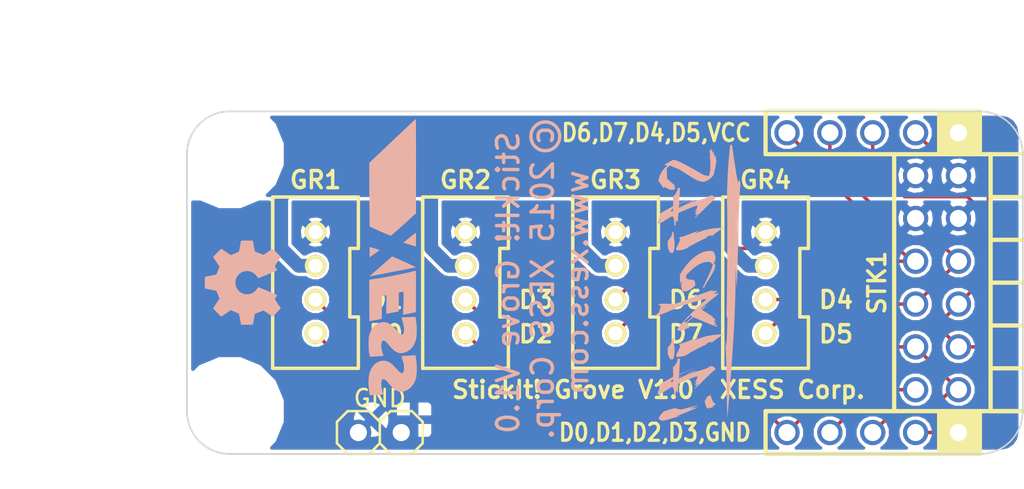
<source format=kicad_pcb>
(kicad_pcb (version 4) (host pcbnew "(2015-07-07 BZR 5892)-product")

  (general
    (links 30)
    (no_connects 1)
    (area -8.629057 -6.51 57.745105 22.65045)
    (thickness 1.6)
    (drawings 30)
    (tracks 103)
    (zones 0)
    (modules 11)
    (nets 11)
  )

  (page A4)
  (title_block
    (title "StickIt! Grove")
    (date "Wednesday, April 08, 2015")
    (rev 1.0)
    (company "XESS Corp.")
    (comment 1 "(c) 2015")
    (comment 2 OSHW)
    (comment 3 CC-BY-SA)
  )

  (layers
    (0 F.Cu signal hide)
    (31 B.Cu signal hide)
    (32 B.Adhes user)
    (33 F.Adhes user)
    (34 B.Paste user)
    (35 F.Paste user)
    (36 B.SilkS user hide)
    (37 F.SilkS user)
    (38 B.Mask user)
    (39 F.Mask user)
    (40 Dwgs.User user)
    (41 Cmts.User user)
    (42 Eco1.User user)
    (43 Eco2.User user)
    (44 Edge.Cuts user)
    (45 Margin user)
    (46 B.CrtYd user)
    (47 F.CrtYd user)
    (48 B.Fab user)
    (49 F.Fab user)
  )

  (setup
    (last_trace_width 0.2032)
    (user_trace_width 0.1524)
    (user_trace_width 0.2032)
    (user_trace_width 0.254)
    (user_trace_width 0.3048)
    (user_trace_width 0.4064)
    (user_trace_width 0.8128)
    (trace_clearance 0.2032)
    (zone_clearance 0.2032)
    (zone_45_only yes)
    (trace_min 0.1524)
    (segment_width 0.2)
    (edge_width 0.1)
    (via_size 0.6858)
    (via_drill 0.3302)
    (via_min_size 0.6858)
    (via_min_drill 0.3302)
    (user_via 0.6858 0.3302)
    (user_via 1.016 0.6604)
    (user_via 1.524 1.016)
    (uvia_size 0.3)
    (uvia_drill 0.1)
    (uvias_allowed no)
    (uvia_min_size 0.2)
    (uvia_min_drill 0.1)
    (pcb_text_width 0.3)
    (pcb_text_size 1.5 1.5)
    (mod_edge_width 0.15)
    (mod_text_size 1.016 1.016)
    (mod_text_width 0.1524)
    (pad_size 3 3)
    (pad_drill 3)
    (pad_to_mask_clearance 0)
    (aux_axis_origin 0 20.32)
    (visible_elements 7FFEFF7F)
    (pcbplotparams
      (layerselection 0x010f0_80000001)
      (usegerberextensions false)
      (excludeedgelayer true)
      (linewidth 0.100000)
      (plotframeref false)
      (viasonmask false)
      (mode 1)
      (useauxorigin true)
      (hpglpennumber 1)
      (hpglpenspeed 20)
      (hpglpendiameter 15)
      (hpglpenoverlay 2)
      (psnegative false)
      (psa4output false)
      (plotreference true)
      (plotvalue false)
      (plotinvisibletext false)
      (padsonsilk false)
      (subtractmaskfromsilk true)
      (outputformat 1)
      (mirror false)
      (drillshape 0)
      (scaleselection 1)
      (outputdirectory ../docs/Manual/pics/))
  )

  (net 0 "")
  (net 1 VCC)
  (net 2 D1)
  (net 3 GND)
  (net 4 D0)
  (net 5 D3)
  (net 6 D2)
  (net 7 D5)
  (net 8 D4)
  (net 9 D7)
  (net 10 D6)

  (net_class Default "This is the default net class."
    (clearance 0.2032)
    (trace_width 0.2032)
    (via_dia 0.6858)
    (via_drill 0.3302)
    (uvia_dia 0.3)
    (uvia_drill 0.1)
    (add_net D0)
    (add_net D1)
    (add_net D2)
    (add_net D3)
    (add_net D4)
    (add_net D5)
    (add_net D6)
    (add_net D7)
    (add_net GND)
    (add_net VCC)
  )

  (module XESS:StickIt_Mounting_Hole locked (layer F.Cu) (tedit 55256518) (tstamp 5525D621)
    (at 2.54 17.78 180)
    (fp_text reference "" (at 0 0.75 180) (layer F.SilkS) hide
      (effects (font (size 1.016 1.016) (thickness 0.1524)))
    )
    (fp_text value "" (at 0 -0.75 180) (layer F.Fab) hide
      (effects (font (size 1.5 1.5) (thickness 0.15)))
    )
    (fp_circle (center 0 0) (end 1.524 0) (layer B.CrtYd) (width 0.1))
    (fp_circle (center 0 0) (end 1.524 0) (layer F.Fab) (width 0.1))
    (fp_circle (center 0 0) (end 1.524 0) (layer B.Fab) (width 0.1))
    (fp_circle (center 0 0) (end 1.524 0) (layer F.CrtYd) (width 0.1))
    (pad "" np_thru_hole circle (at 0 0 180) (size 3 3) (drill 3) (layers *.Cu)
      (clearance 1.7))
  )

  (module XESS:StickIt_Mounting_Hole locked (layer F.Cu) (tedit 552492B6) (tstamp 5525D60D)
    (at 2.54 2.54 180)
    (fp_text reference "" (at 0 0.75 180) (layer F.SilkS) hide
      (effects (font (size 1.016 1.016) (thickness 0.1524)))
    )
    (fp_text value "" (at 0 -0.75 180) (layer F.Fab) hide
      (effects (font (size 1.5 1.5) (thickness 0.15)))
    )
    (fp_circle (center 0 0) (end 1.524 0) (layer B.CrtYd) (width 0.1))
    (fp_circle (center 0 0) (end 1.524 0) (layer F.Fab) (width 0.1))
    (fp_circle (center 0 0) (end 1.524 0) (layer B.Fab) (width 0.1))
    (fp_circle (center 0 0) (end 1.524 0) (layer F.CrtYd) (width 0.1))
    (pad "" np_thru_hole circle (at 0 0 180) (size 3 3) (drill 3) (layers *.Cu)
      (clearance 1.7))
  )

  (module XESS:HDR_1x2 (layer F.Cu) (tedit 5524ACAE) (tstamp 5527F45D)
    (at 11.43 19.05 180)
    (descr "PIN HEADER")
    (tags "PIN HEADER")
    (path /5524AC0C)
    (attr virtual)
    (fp_text reference JP1 (at 0.5588 -2.4638 180) (layer F.SilkS) hide
      (effects (font (size 1.27 1.27) (thickness 0.0889)))
    )
    (fp_text value JUMPER (at 1.27 2.54 180) (layer F.SilkS) hide
      (effects (font (size 1.27 1.27) (thickness 0.0889)))
    )
    (fp_line (start -2.54 -1.27) (end -2.54 1.27) (layer F.CrtYd) (width 0.15))
    (fp_line (start -2.54 1.27) (end 2.54 1.27) (layer F.CrtYd) (width 0.15))
    (fp_line (start 2.54 1.27) (end 2.54 -1.27) (layer F.CrtYd) (width 0.15))
    (fp_line (start 2.54 -1.27) (end -2.54 -1.27) (layer F.CrtYd) (width 0.15))
    (fp_line (start 1.016 0.254) (end 1.016 -0.254) (layer F.Fab) (width 0.06604))
    (fp_line (start 1.016 -0.254) (end 1.524 -0.254) (layer F.Fab) (width 0.06604))
    (fp_line (start 1.524 0.254) (end 1.524 -0.254) (layer F.Fab) (width 0.06604))
    (fp_line (start 1.016 0.254) (end 1.524 0.254) (layer F.Fab) (width 0.06604))
    (fp_line (start -1.524 0.254) (end -1.524 -0.254) (layer F.Fab) (width 0.06604))
    (fp_line (start -1.524 -0.254) (end -1.016 -0.254) (layer F.Fab) (width 0.06604))
    (fp_line (start -1.016 0.254) (end -1.016 -0.254) (layer F.Fab) (width 0.06604))
    (fp_line (start -1.524 0.254) (end -1.016 0.254) (layer F.Fab) (width 0.06604))
    (fp_line (start -1.905 -1.27) (end -0.635 -1.27) (layer F.SilkS) (width 0.1524))
    (fp_line (start -0.635 -1.27) (end 0 -0.635) (layer F.SilkS) (width 0.1524))
    (fp_line (start 0 -0.635) (end 0 0.635) (layer F.SilkS) (width 0.1524))
    (fp_line (start 0 0.635) (end -0.635 1.27) (layer F.SilkS) (width 0.1524))
    (fp_line (start 0 -0.635) (end 0.635 -1.27) (layer F.SilkS) (width 0.1524))
    (fp_line (start 0.635 -1.27) (end 1.905 -1.27) (layer F.SilkS) (width 0.1524))
    (fp_line (start 1.905 -1.27) (end 2.54 -0.635) (layer F.SilkS) (width 0.1524))
    (fp_line (start 2.54 -0.635) (end 2.54 0.635) (layer F.SilkS) (width 0.1524))
    (fp_line (start 2.54 0.635) (end 1.905 1.27) (layer F.SilkS) (width 0.1524))
    (fp_line (start 1.905 1.27) (end 0.635 1.27) (layer F.SilkS) (width 0.1524))
    (fp_line (start 0.635 1.27) (end 0 0.635) (layer F.SilkS) (width 0.1524))
    (fp_line (start -2.54 -0.635) (end -2.54 0.635) (layer F.SilkS) (width 0.1524))
    (fp_line (start -1.905 -1.27) (end -2.54 -0.635) (layer F.SilkS) (width 0.1524))
    (fp_line (start -2.54 0.635) (end -1.905 1.27) (layer F.SilkS) (width 0.1524))
    (fp_line (start -0.635 1.27) (end -1.905 1.27) (layer F.SilkS) (width 0.1524))
    (pad 1 thru_hole rect (at -1.27 0 180) (size 1.524 1.524) (drill 1.016) (layers *.Cu *.Mask)
      (net 3 GND))
    (pad 2 thru_hole circle (at 1.27 0 180) (size 1.524 1.524) (drill 1.016) (layers *.Cu *.Mask)
      (net 3 GND))
  )

  (module "XESS Logos:oshw_logo_5mm" (layer B.Cu) (tedit 0) (tstamp 5526361D)
    (at 3.302 10.16 270)
    (fp_text reference "" (at 0 0 270) (layer B.SilkS) hide
      (effects (font (thickness 0.3)) (justify mirror))
    )
    (fp_text value "" (at 0.75 0 270) (layer B.SilkS) hide
      (effects (font (thickness 0.3)) (justify mirror))
    )
    (fp_poly (pts (xy 2.499972 -0.59442) (xy 2.474589 -0.60518) (xy 2.456926 -0.610061) (xy 2.420452 -0.618185)
      (xy 2.368435 -0.628894) (xy 2.304139 -0.64153) (xy 2.230832 -0.655436) (xy 2.164551 -0.667639)
      (xy 2.086948 -0.681842) (xy 2.016284 -0.694983) (xy 1.955664 -0.706467) (xy 1.908198 -0.7157)
      (xy 1.876991 -0.722087) (xy 1.865493 -0.724864) (xy 1.857549 -0.736382) (xy 1.84313 -0.76533)
      (xy 1.823677 -0.808165) (xy 1.800634 -0.861344) (xy 1.775443 -0.921324) (xy 1.749546 -0.984562)
      (xy 1.724386 -1.047514) (xy 1.701405 -1.106638) (xy 1.682046 -1.158391) (xy 1.667751 -1.199229)
      (xy 1.659963 -1.225608) (xy 1.658959 -1.232168) (xy 1.665122 -1.246791) (xy 1.682503 -1.277149)
      (xy 1.709444 -1.320623) (xy 1.744285 -1.3746) (xy 1.785365 -1.436463) (xy 1.831026 -1.503595)
      (xy 1.832701 -1.506028) (xy 1.878406 -1.572932) (xy 1.91961 -1.634256) (xy 1.954664 -1.687462)
      (xy 1.981918 -1.730013) (xy 1.999723 -1.759372) (xy 2.006429 -1.773002) (xy 2.006444 -1.773215)
      (xy 1.998646 -1.786146) (xy 1.976892 -1.811932) (xy 1.943636 -1.848157) (xy 1.901335 -1.892405)
      (xy 1.852443 -1.942259) (xy 1.799418 -1.995304) (xy 1.744714 -2.049123) (xy 1.690788 -2.101302)
      (xy 1.640095 -2.149422) (xy 1.595092 -2.19107) (xy 1.558233 -2.223828) (xy 1.531975 -2.245281)
      (xy 1.518773 -2.253012) (xy 1.518746 -2.253012) (xy 1.503812 -2.246852) (xy 1.473196 -2.229511)
      (xy 1.429575 -2.202676) (xy 1.375626 -2.168031) (xy 1.314028 -2.127262) (xy 1.251566 -2.084875)
      (xy 1.185568 -2.039969) (xy 1.125089 -1.999587) (xy 1.072728 -1.965402) (xy 1.031087 -1.93909)
      (xy 1.002765 -1.922326) (xy 0.99056 -1.91677) (xy 0.97471 -1.921823) (xy 0.943811 -1.935549)
      (xy 0.902448 -1.955802) (xy 0.859132 -1.978332) (xy 0.807948 -2.005037) (xy 0.772484 -2.021674)
      (xy 0.749132 -2.029536) (xy 0.734288 -2.029919) (xy 0.726435 -2.025971) (xy 0.719163 -2.013399)
      (xy 0.704466 -1.982434) (xy 0.683338 -1.93546) (xy 0.656775 -1.874862) (xy 0.625771 -1.803023)
      (xy 0.591321 -1.722328) (xy 0.554419 -1.635161) (xy 0.51606 -1.543906) (xy 0.477239 -1.450947)
      (xy 0.43895 -1.358669) (xy 0.402189 -1.269455) (xy 0.36795 -1.185691) (xy 0.337227 -1.10976)
      (xy 0.311016 -1.044046) (xy 0.290311 -0.990933) (xy 0.276107 -0.952806) (xy 0.269398 -0.932049)
      (xy 0.268995 -0.929538) (xy 0.277758 -0.915635) (xy 0.301131 -0.893642) (xy 0.334779 -0.867452)
      (xy 0.350134 -0.856679) (xy 0.457397 -0.772389) (xy 0.544588 -0.679377) (xy 0.611317 -0.578118)
      (xy 0.650453 -0.489384) (xy 0.681939 -0.367863) (xy 0.691462 -0.247) (xy 0.679443 -0.128654)
      (xy 0.646305 -0.014682) (xy 0.592471 0.093058) (xy 0.518363 0.192709) (xy 0.487993 0.225051)
      (xy 0.393256 0.305338) (xy 0.289413 0.366311) (xy 0.178851 0.407651) (xy 0.06396 0.429038)
      (xy -0.052873 0.430155) (xy -0.169259 0.410682) (xy -0.28281 0.370301) (xy -0.347484 0.336554)
      (xy -0.445097 0.266901) (xy -0.52843 0.182651) (xy -0.596119 0.086582) (xy -0.6468 -0.018529)
      (xy -0.679108 -0.129904) (xy -0.691678 -0.244767) (xy -0.684803 -0.350059) (xy -0.657683 -0.467314)
      (xy -0.613067 -0.574158) (xy -0.54991 -0.672095) (xy -0.467166 -0.762631) (xy -0.363788 -0.84727)
      (xy -0.316659 -0.879658) (xy -0.289211 -0.900993) (xy -0.271959 -0.92079) (xy -0.268949 -0.929049)
      (xy -0.273158 -0.944079) (xy -0.285165 -0.977205) (xy -0.303974 -1.026044) (xy -0.328592 -1.08821)
      (xy -0.358025 -1.161318) (xy -0.391278 -1.242985) (xy -0.427357 -1.330826) (xy -0.465268 -1.422456)
      (xy -0.504017 -1.51549) (xy -0.542609 -1.607544) (xy -0.580051 -1.696233) (xy -0.615348 -1.779172)
      (xy -0.647506 -1.853978) (xy -0.675531 -1.918264) (xy -0.698429 -1.969648) (xy -0.715206 -2.005743)
      (xy -0.724866 -2.024166) (xy -0.726239 -2.025899) (xy -0.737069 -2.030319) (xy -0.753709 -2.02819)
      (xy -0.779765 -2.018212) (xy -0.818841 -1.999085) (xy -0.858287 -1.97826) (xy -0.905097 -1.953875)
      (xy -0.945688 -1.934064) (xy -0.975459 -1.920991) (xy -0.989262 -1.91677) (xy -1.002557 -1.922892)
      (xy -1.031654 -1.940144) (xy -1.073949 -1.966854) (xy -1.126842 -2.00135) (xy -1.187728 -2.041959)
      (xy -1.250941 -2.084908) (xy -1.317385 -2.129878) (xy -1.378708 -2.17031) (xy -1.432231 -2.204522)
      (xy -1.475274 -2.230834) (xy -1.505155 -2.247562) (xy -1.518871 -2.253045) (xy -1.534205 -2.244922)
      (xy -1.564022 -2.220995) (xy -1.607594 -2.181928) (xy -1.664194 -2.128386) (xy -1.733092 -2.061033)
      (xy -1.773952 -2.020357) (xy -1.833011 -1.960766) (xy -1.886545 -1.905824) (xy -1.932575 -1.857635)
      (xy -1.969123 -1.818305) (xy -1.994211 -1.789939) (xy -2.005859 -1.774642) (xy -2.006443 -1.773017)
      (xy -2.000305 -1.760249) (xy -1.982991 -1.731628) (xy -1.95615 -1.689689) (xy -1.921432 -1.636968)
      (xy -1.880486 -1.575998) (xy -1.834962 -1.509314) (xy -1.8327 -1.506028) (xy -1.786908 -1.438758)
      (xy -1.745638 -1.376665) (xy -1.710549 -1.322366) (xy -1.683301 -1.278475) (xy -1.665553 -1.247611)
      (xy -1.658966 -1.232387) (xy -1.658958 -1.232168) (xy -1.663049 -1.214056) (xy -1.67436 -1.17977)
      (xy -1.691446 -1.132851) (xy -1.712864 -1.076844) (xy -1.73717 -1.015291) (xy -1.762919 -0.951737)
      (xy -1.788667 -0.889724) (xy -1.812971 -0.832796) (xy -1.834387 -0.784495) (xy -1.851469 -0.748366)
      (xy -1.862776 -0.727951) (xy -1.865744 -0.724767) (xy -1.880379 -0.721297) (xy -1.913965 -0.714448)
      (xy -1.963389 -0.704819) (xy -2.025541 -0.69301) (xy -2.097309 -0.679619) (xy -2.164802 -0.667211)
      (xy -2.243119 -0.65269) (xy -2.315175 -0.638916) (xy -2.377704 -0.626544) (xy -2.427437 -0.616234)
      (xy -2.461109 -0.608642) (xy -2.474588 -0.604848) (xy -2.49997 -0.59442) (xy -2.497006 -0.249727)
      (xy -2.494042 0.094966) (xy -2.17458 0.154687) (xy -2.092372 0.170416) (xy -2.017084 0.185511)
      (xy -1.951618 0.199334) (xy -1.898871 0.211251) (xy -1.861745 0.220625) (xy -1.843138 0.226818)
      (xy -1.841807 0.227702) (xy -1.83387 0.241318) (xy -1.818978 0.271865) (xy -1.798734 0.315652)
      (xy -1.774743 0.368986) (xy -1.748608 0.428174) (xy -1.721934 0.489524) (xy -1.696325 0.549343)
      (xy -1.673385 0.603939) (xy -1.654717 0.649619) (xy -1.641927 0.68269) (xy -1.636618 0.69946)
      (xy -1.636559 0.70017) (xy -1.642698 0.712038) (xy -1.660039 0.7399) (xy -1.68699 0.78134)
      (xy -1.721957 0.833945) (xy -1.763346 0.895299) (xy -1.809564 0.96299) (xy -1.821511 0.980365)
      (xy -1.868746 1.049544) (xy -1.911528 1.113308) (xy -1.948254 1.169182) (xy -1.977323 1.21469)
      (xy -1.997135 1.247357) (xy -2.006088 1.264706) (xy -2.006443 1.266299) (xy -1.998716 1.27888)
      (xy -1.977159 1.30446) (xy -1.944207 1.340607) (xy -1.902294 1.384892) (xy -1.853853 1.434885)
      (xy -1.80132 1.488153) (xy -1.747129 1.542269) (xy -1.693714 1.594799) (xy -1.643509 1.643315)
      (xy -1.59895 1.685387) (xy -1.56247 1.718582) (xy -1.536504 1.740472) (xy -1.523486 1.748625)
      (xy -1.523325 1.748632) (xy -1.509899 1.742507) (xy -1.48049 1.725178) (xy -1.437539 1.698213)
      (xy -1.383487 1.66318) (xy -1.320776 1.621647) (xy -1.251846 1.575183) (xy -1.22779 1.558788)
      (xy -0.949995 1.368944) (xy -0.892539 1.391551) (xy -0.803102 1.427036) (xy -0.720103 1.460533)
      (xy -0.645955 1.491026) (xy -0.583073 1.5175) (xy -0.533869 1.538937) (xy -0.500756 1.554324)
      (xy -0.486162 1.562629) (xy -0.480929 1.57646) (xy -0.472419 1.609448) (xy -0.46126 1.658676)
      (xy -0.448086 1.721227) (xy -0.433527 1.794184) (xy -0.418213 1.87463) (xy -0.415598 1.888746)
      (xy -0.400419 1.970587) (xy -0.386315 2.045853) (xy -0.373859 2.111543) (xy -0.363625 2.164655)
      (xy -0.356187 2.202186) (xy -0.35212 2.221135) (xy -0.351827 2.222219) (xy -0.348792 2.227746)
      (xy -0.341788 2.23213) (xy -0.328467 2.235502) (xy -0.30648 2.237995) (xy -0.273481 2.239738)
      (xy -0.227122 2.240863) (xy -0.165054 2.2415) (xy -0.08493 2.24178) (xy 0 2.241835)
      (xy 0.097489 2.241757) (xy 0.174907 2.241434) (xy 0.234603 2.240736) (xy 0.278924 2.239531)
      (xy 0.310217 2.23769) (xy 0.330831 2.23508) (xy 0.343113 2.231572) (xy 0.349411 2.227034)
      (xy 0.351828 2.222219) (xy 0.355318 2.206436) (xy 0.362269 2.171602) (xy 0.372105 2.120719)
      (xy 0.384253 2.056791) (xy 0.398138 1.982819) (xy 0.413187 1.901806) (xy 0.415599 1.888746)
      (xy 0.430977 1.807329) (xy 0.445707 1.732912) (xy 0.459159 1.668413) (xy 0.470702 1.616746)
      (xy 0.479705 1.580828) (xy 0.485535 1.563576) (xy 0.486163 1.562713) (xy 0.500813 1.554429)
      (xy 0.534134 1.539004) (xy 0.583889 1.517379) (xy 0.647837 1.490496) (xy 0.723741 1.459296)
      (xy 0.809362 1.42472) (xy 0.89839 1.389318) (xy 0.950487 1.368751) (xy 1.228306 1.558691)
      (xy 1.298768 1.606475) (xy 1.363826 1.649852) (xy 1.421041 1.687254) (xy 1.467972 1.717111)
      (xy 1.50218 1.737856) (xy 1.521225 1.747921) (xy 1.523794 1.748632) (xy 1.536333 1.740915)
      (xy 1.56189 1.719386) (xy 1.598032 1.686477) (xy 1.642326 1.644619) (xy 1.692339 1.596243)
      (xy 1.74564 1.543781) (xy 1.799794 1.489664) (xy 1.852371 1.436325) (xy 1.900936 1.386193)
      (xy 1.943058 1.341702) (xy 1.976303 1.305282) (xy 1.99824 1.279364) (xy 2.006435 1.266381)
      (xy 2.006444 1.266208) (xy 2.0003 1.252874) (xy 1.982947 1.223657) (xy 1.956001 1.18106)
      (xy 1.921079 1.127588) (xy 1.879798 1.065745) (xy 1.833775 0.998033) (xy 1.825566 0.986077)
      (xy 1.778706 0.917567) (xy 1.736045 0.854524) (xy 1.699243 0.799455) (xy 1.669961 0.754869)
      (xy 1.649861 0.723272) (xy 1.640602 0.707173) (xy 1.64023 0.706178) (xy 1.643272 0.691625)
      (xy 1.653989 0.660303) (xy 1.670839 0.615876) (xy 1.692277 0.562008) (xy 1.71676 0.502365)
      (xy 1.742744 0.440611) (xy 1.768684 0.380411) (xy 1.793037 0.32543) (xy 1.814259 0.279332)
      (xy 1.830805 0.245783) (xy 1.841133 0.228447) (xy 1.841807 0.227702) (xy 1.855887 0.222304)
      (xy 1.889133 0.213585) (xy 1.938646 0.202181) (xy 2.001526 0.188727) (xy 2.074874 0.173861)
      (xy 2.15579 0.158218) (xy 2.174581 0.154687) (xy 2.494043 0.094966) (xy 2.497007 -0.249727)
      (xy 2.499972 -0.59442) (xy 2.499972 -0.59442)) (layer B.SilkS) (width 0.001))
  )

  (module "XESS Logos:xess_logo_16mm" (layer B.Cu) (tedit 0) (tstamp 5527D93A)
    (at 12.192 8.636 270)
    (fp_text reference G*** (at 0 0 270) (layer B.SilkS) hide
      (effects (font (thickness 0.3)) (justify mirror))
    )
    (fp_text value LOGO (at 0.75 0 270) (layer B.SilkS) hide
      (effects (font (thickness 0.3)) (justify mirror))
    )
    (fp_poly (pts (xy 5.913686 1.330604) (xy 5.913289 1.287111) (xy 5.911293 1.222674) (xy 5.907963 1.142522)
      (xy 5.903566 1.051884) (xy 5.898367 0.955989) (xy 5.892632 0.860066) (xy 5.886628 0.769345)
      (xy 5.880619 0.689054) (xy 5.876026 0.636249) (xy 5.86695 0.540713) (xy 5.715043 0.591564)
      (xy 5.576644 0.631625) (xy 5.443036 0.658431) (xy 5.318008 0.672035) (xy 5.205346 0.672491)
      (xy 5.10884 0.659856) (xy 5.032278 0.634183) (xy 4.979448 0.595527) (xy 4.968396 0.580782)
      (xy 4.957452 0.549681) (xy 4.962409 0.513299) (xy 4.98493 0.469492) (xy 5.026679 0.416119)
      (xy 5.08932 0.351038) (xy 5.174516 0.272108) (xy 5.277927 0.182288) (xy 5.418529 0.055106)
      (xy 5.530408 -0.06421) (xy 5.614459 -0.178449) (xy 5.671575 -0.2904) (xy 5.702653 -0.402849)
      (xy 5.708584 -0.518587) (xy 5.690265 -0.640401) (xy 5.648589 -0.771079) (xy 5.611454 -0.857682)
      (xy 5.532791 -0.990007) (xy 5.427022 -1.108042) (xy 5.295586 -1.210756) (xy 5.139924 -1.297116)
      (xy 4.961475 -1.366092) (xy 4.862825 -1.394074) (xy 4.811493 -1.404261) (xy 4.74525 -1.412166)
      (xy 4.659912 -1.418081) (xy 4.551295 -1.422301) (xy 4.422181 -1.425016) (xy 4.321018 -1.426278)
      (xy 4.229703 -1.426908) (xy 4.153211 -1.426911) (xy 4.096516 -1.426296) (xy 4.064594 -1.425069)
      (xy 4.060223 -1.424503) (xy 4.036811 -1.420724) (xy 3.988337 -1.414132) (xy 3.921006 -1.405531)
      (xy 3.841025 -1.395726) (xy 3.805219 -1.39145) (xy 3.722612 -1.381167) (xy 3.650891 -1.371306)
      (xy 3.595992 -1.362755) (xy 3.563851 -1.356402) (xy 3.558471 -1.354546) (xy 3.555396 -1.337186)
      (xy 3.554122 -1.293498) (xy 3.554431 -1.228564) (xy 3.556108 -1.147467) (xy 3.558934 -1.055289)
      (xy 3.562691 -0.957111) (xy 3.567164 -0.858015) (xy 3.572134 -0.763085) (xy 3.577385 -0.677401)
      (xy 3.582698 -0.606046) (xy 3.587857 -0.554101) (xy 3.592645 -0.52665) (xy 3.593985 -0.523941)
      (xy 3.611776 -0.524978) (xy 3.653349 -0.534887) (xy 3.712807 -0.552064) (xy 3.784251 -0.574904)
      (xy 3.796658 -0.579064) (xy 3.937933 -0.621071) (xy 4.074041 -0.650788) (xy 4.2017 -0.668297)
      (xy 4.317633 -0.67368) (xy 4.418561 -0.66702) (xy 4.501203 -0.648399) (xy 4.562282 -0.617899)
      (xy 4.598518 -0.575604) (xy 4.60455 -0.55874) (xy 4.603564 -0.518211) (xy 4.58101 -0.469311)
      (xy 4.535379 -0.409959) (xy 4.465163 -0.338077) (xy 4.403719 -0.281966) (xy 4.273269 -0.163962)
      (xy 4.166594 -0.061187) (xy 4.081445 0.028825) (xy 4.01557 0.108543) (xy 3.966718 0.180434)
      (xy 3.944085 0.221971) (xy 3.893765 0.342148) (xy 3.867367 0.452931) (xy 3.863282 0.563336)
      (xy 3.870823 0.632821) (xy 3.910403 0.791585) (xy 3.977187 0.934953) (xy 4.070639 1.0624)
      (xy 4.190223 1.173403) (xy 4.335404 1.267437) (xy 4.505646 1.343978) (xy 4.642503 1.387708)
      (xy 4.68688 1.399248) (xy 4.728009 1.408053) (xy 4.771015 1.414473) (xy 4.821023 1.418855)
      (xy 4.883158 1.421551) (xy 4.962543 1.422908) (xy 5.064305 1.423277) (xy 5.161834 1.423105)
      (xy 5.293925 1.422279) (xy 5.40048 1.420416) (xy 5.487429 1.41716) (xy 5.560705 1.412153)
      (xy 5.626237 1.405037) (xy 5.689957 1.395457) (xy 5.725613 1.389148) (xy 5.796816 1.375467)
      (xy 5.856021 1.363033) (xy 5.896719 1.353283) (xy 5.912217 1.347923) (xy 5.913686 1.330604)
      (xy 5.913686 1.330604)) (layer B.SilkS) (width 0.001))
    (fp_poly (pts (xy 8.196176 1.330128) (xy 8.196134 1.286588) (xy 8.194675 1.222107) (xy 8.192041 1.141922)
      (xy 8.188473 1.051273) (xy 8.184213 0.955396) (xy 8.179502 0.859529) (xy 8.174582 0.768912)
      (xy 8.169693 0.688781) (xy 8.165078 0.624375) (xy 8.160977 0.580932) (xy 8.158532 0.56576)
      (xy 8.151527 0.555944) (xy 8.134375 0.553809) (xy 8.101799 0.560238) (xy 8.048527 0.576114)
      (xy 7.998422 0.592544) (xy 7.865696 0.630863) (xy 7.736872 0.65686) (xy 7.615541 0.670701)
      (xy 7.505295 0.672552) (xy 7.409725 0.662579) (xy 7.332423 0.640946) (xy 7.27698 0.60782)
      (xy 7.246989 0.563366) (xy 7.245407 0.557825) (xy 7.246882 0.517016) (xy 7.270742 0.467405)
      (xy 7.318299 0.407299) (xy 7.390865 0.335006) (xy 7.475944 0.26039) (xy 7.617615 0.136763)
      (xy 7.73341 0.025371) (xy 7.825215 -0.07638) (xy 7.894916 -0.171084) (xy 7.9444 -0.261335)
      (xy 7.975551 -0.349727) (xy 7.990257 -0.438854) (xy 7.990891 -0.447842) (xy 7.98504 -0.598237)
      (xy 7.949787 -0.743729) (xy 7.88712 -0.881765) (xy 7.799025 -1.009789) (xy 7.687487 -1.12525)
      (xy 7.554493 -1.225592) (xy 7.402028 -1.308262) (xy 7.286369 -1.353715) (xy 7.179104 -1.384758)
      (xy 7.064433 -1.407132) (xy 6.936267 -1.421552) (xy 6.788513 -1.428737) (xy 6.64114 -1.429676)
      (xy 6.54769 -1.428603) (xy 6.462156 -1.427076) (xy 6.390792 -1.425249) (xy 6.33985 -1.423276)
      (xy 6.318525 -1.421759) (xy 6.258286 -1.414296) (xy 6.184441 -1.404713) (xy 6.104406 -1.394026)
      (xy 6.025598 -1.383249) (xy 5.955434 -1.373396) (xy 5.901329 -1.365484) (xy 5.870701 -1.360526)
      (xy 5.870012 -1.360392) (xy 5.830669 -1.352638) (xy 5.850657 -0.940914) (xy 5.856324 -0.830286)
      (xy 5.862014 -0.730254) (xy 5.867441 -0.645045) (xy 5.872318 -0.578886) (xy 5.87636 -0.536003)
      (xy 5.879124 -0.520711) (xy 5.896494 -0.52204) (xy 5.937456 -0.531957) (xy 5.995842 -0.548806)
      (xy 6.06372 -0.570344) (xy 6.163658 -0.602897) (xy 6.241308 -0.626737) (xy 6.304092 -0.643545)
      (xy 6.359431 -0.654999) (xy 6.414749 -0.662779) (xy 6.477467 -0.668564) (xy 6.50773 -0.670797)
      (xy 6.625709 -0.673247) (xy 6.726231 -0.663335) (xy 6.805153 -0.641776) (xy 6.857148 -0.610415)
      (xy 6.880682 -0.581907) (xy 6.890887 -0.550726) (xy 6.886239 -0.514706) (xy 6.865212 -0.471684)
      (xy 6.826281 -0.419495) (xy 6.76792 -0.355977) (xy 6.688604 -0.278965) (xy 6.586808 -0.186296)
      (xy 6.511044 -0.119423) (xy 6.378276 0.010802) (xy 6.276584 0.142096) (xy 6.205572 0.275177)
      (xy 6.164845 0.410764) (xy 6.153743 0.528278) (xy 6.167037 0.684982) (xy 6.20863 0.828553)
      (xy 6.279312 0.960973) (xy 6.3715 1.075493) (xy 6.490958 1.183967) (xy 6.625283 1.27176)
      (xy 6.776731 1.339646) (xy 6.94756 1.388393) (xy 7.140025 1.418773) (xy 7.356385 1.431557)
      (xy 7.415338 1.432094) (xy 7.518711 1.43033) (xy 7.629318 1.425389) (xy 7.742272 1.417803)
      (xy 7.852682 1.408103) (xy 7.95566 1.396819) (xy 8.046316 1.384483) (xy 8.119763 1.371625)
      (xy 8.17111 1.358777) (xy 8.19456 1.347489) (xy 8.196176 1.330128) (xy 8.196176 1.330128)) (layer B.SilkS) (width 0.001))
    (fp_poly (pts (xy -1.258984 0.108555) (xy -1.269229 0.092708) (xy -1.298571 0.055955) (xy -1.344919 0.000665)
      (xy -1.406184 -0.070794) (xy -1.480276 -0.15605) (xy -1.565104 -0.252735) (xy -1.658578 -0.35848)
      (xy -1.758608 -0.470916) (xy -1.863104 -0.587672) (xy -1.969976 -0.706379) (xy -2.077134 -0.824669)
      (xy -2.182487 -0.940171) (xy -2.224813 -0.98632) (xy -2.588786 -1.382492) (xy -5.394888 -1.383687)
      (xy -5.756395 -1.383801) (xy -6.087565 -1.383816) (xy -6.389534 -1.383725) (xy -6.663438 -1.38352)
      (xy -6.910414 -1.383195) (xy -7.131599 -1.382741) (xy -7.328129 -1.382152) (xy -7.501141 -1.38142)
      (xy -7.651772 -1.380537) (xy -7.781158 -1.379496) (xy -7.890436 -1.37829) (xy -7.980743 -1.376911)
      (xy -8.053215 -1.375352) (xy -8.108988 -1.373606) (xy -8.1492 -1.371665) (xy -8.174988 -1.369521)
      (xy -8.187486 -1.367167) (xy -8.188998 -1.365479) (xy -8.176821 -1.351787) (xy -8.144303 -1.316705)
      (xy -8.092789 -1.261654) (xy -8.023621 -1.188057) (xy -7.938144 -1.097336) (xy -7.837702 -0.990914)
      (xy -7.723639 -0.870213) (xy -7.597298 -0.736655) (xy -7.460023 -0.591662) (xy -7.313158 -0.436657)
      (xy -7.158047 -0.273062) (xy -6.996035 -0.1023) (xy -6.880505 0.019403) (xy -5.584003 1.384883)
      (xy -4.503433 1.384866) (xy -4.291491 1.384686) (xy -4.065396 1.384176) (xy -3.831006 1.383366)
      (xy -3.594182 1.382289) (xy -3.360783 1.380978) (xy -3.136669 1.379464) (xy -2.927699 1.37778)
      (xy -2.739734 1.375959) (xy -2.610433 1.37445) (xy -1.798003 1.36405) (xy -1.620127 0.969231)
      (xy -1.565724 0.847469) (xy -1.511404 0.724036) (xy -1.458676 0.602529) (xy -1.409049 0.486547)
      (xy -1.364033 0.379687) (xy -1.325138 0.285546) (xy -1.293872 0.207723) (xy -1.271747 0.149815)
      (xy -1.260271 0.11542) (xy -1.258984 0.108555) (xy -1.258984 0.108555)) (layer B.SilkS) (width 0.001))
    (fp_poly (pts (xy -0.617691 -1.36521) (xy -0.621822 -1.371387) (xy -0.64123 -1.376211) (xy -0.678754 -1.379819)
      (xy -0.737229 -1.382351) (xy -0.819494 -1.383942) (xy -0.928386 -1.384732) (xy -1.022924 -1.384882)
      (xy -1.149437 -1.38466) (xy -1.247689 -1.383878) (xy -1.320895 -1.38236) (xy -1.372266 -1.379931)
      (xy -1.405016 -1.376414) (xy -1.422356 -1.371634) (xy -1.4275 -1.365415) (xy -1.426983 -1.362788)
      (xy -1.413628 -1.340554) (xy -1.384326 -1.299254) (xy -1.342016 -1.242571) (xy -1.289639 -1.17419)
      (xy -1.230132 -1.097793) (xy -1.166436 -1.017065) (xy -1.101489 -0.935689) (xy -1.038231 -0.85735)
      (xy -0.9796 -0.78573) (xy -0.928537 -0.724513) (xy -0.88798 -0.677384) (xy -0.860868 -0.648026)
      (xy -0.850242 -0.639953) (xy -0.842435 -0.658185) (xy -0.826947 -0.702115) (xy -0.805233 -0.767323)
      (xy -0.778752 -0.849389) (xy -0.74896 -0.943892) (xy -0.731769 -0.999318) (xy -0.70092 -1.099179)
      (xy -0.672926 -1.189479) (xy -0.649196 -1.265696) (xy -0.631142 -1.32331) (xy -0.620171 -1.357799)
      (xy -0.617691 -1.36521) (xy -0.617691 -1.36521)) (layer B.SilkS) (width 0.001))
    (fp_poly (pts (xy 1.146629 1.342126) (xy 1.144937 1.333736) (xy 1.140945 1.31565) (xy 1.13148 1.268917)
      (xy 1.116983 1.195807) (xy 1.097896 1.098588) (xy 1.074659 0.979528) (xy 1.047714 0.840896)
      (xy 1.017501 0.68496) (xy 0.984462 0.513988) (xy 0.949037 0.330249) (xy 0.911669 0.13601)
      (xy 0.881017 -0.023606) (xy 0.842409 -0.224349) (xy 0.805327 -0.416236) (xy 0.770217 -0.597017)
      (xy 0.737524 -0.764438) (xy 0.707695 -0.916248) (xy 0.681173 -1.050194) (xy 0.658406 -1.164026)
      (xy 0.639839 -1.25549) (xy 0.625917 -1.322335) (xy 0.617085 -1.362309) (xy 0.613988 -1.373422)
      (xy 0.604955 -1.362953) (xy 0.5846 -1.327351) (xy 0.554695 -1.270102) (xy 0.517011 -1.194694)
      (xy 0.473321 -1.104616) (xy 0.425394 -1.003356) (xy 0.418155 -0.987858) (xy 0.36004 -0.862175)
      (xy 0.297822 -0.725773) (xy 0.23534 -0.58719) (xy 0.176428 -0.454965) (xy 0.124925 -0.337636)
      (xy 0.099727 -0.279231) (xy -0.03323 0.031685) (xy 0.544896 0.692547) (xy 0.652577 0.815347)
      (xy 0.754255 0.93074) (xy 0.848018 1.036594) (xy 0.931956 1.130779) (xy 1.004158 1.211164)
      (xy 1.062712 1.275618) (xy 1.105707 1.322011) (xy 1.131234 1.348211) (xy 1.137607 1.353408)
      (xy 1.146629 1.342126) (xy 1.146629 1.342126)) (layer B.SilkS) (width 0.001))
    (fp_poly (pts (xy 3.80848 1.365211) (xy 3.805612 1.346043) (xy 3.79767 1.301375) (xy 3.785688 1.236582)
      (xy 3.770696 1.157042) (xy 3.753727 1.068131) (xy 3.735812 0.975226) (xy 3.717984 0.883702)
      (xy 3.701273 0.798936) (xy 3.686713 0.726305) (xy 3.675334 0.671185) (xy 3.674756 0.668465)
      (xy 3.672471 0.660762) (xy 3.667331 0.654445) (xy 3.656534 0.649406) (xy 3.637273 0.64554)
      (xy 3.606745 0.642741) (xy 3.562145 0.640903) (xy 3.500667 0.63992) (xy 3.419508 0.639685)
      (xy 3.315862 0.640093) (xy 3.186925 0.641038) (xy 3.029892 0.642414) (xy 2.994133 0.642738)
      (xy 2.320286 0.648857) (xy 2.293576 0.510305) (xy 2.282381 0.448346) (xy 2.274919 0.39924)
      (xy 2.272234 0.37028) (xy 2.272908 0.365713) (xy 2.289494 0.364659) (xy 2.333911 0.364388)
      (xy 2.402524 0.364853) (xy 2.491701 0.366009) (xy 2.597808 0.367811) (xy 2.717212 0.370212)
      (xy 2.823382 0.372618) (xy 2.969449 0.375979) (xy 3.087075 0.378347) (xy 3.179279 0.379658)
      (xy 3.249082 0.379845) (xy 3.299504 0.378844) (xy 3.333564 0.376589) (xy 3.354283 0.373014)
      (xy 3.36468 0.368056) (xy 3.367775 0.361648) (xy 3.367799 0.360846) (xy 3.364855 0.340108)
      (xy 3.356753 0.294087) (xy 3.344577 0.22835) (xy 3.329412 0.148462) (xy 3.31234 0.059991)
      (xy 3.294446 -0.031497) (xy 3.276814 -0.120436) (xy 3.260527 -0.201259) (xy 3.24667 -0.2684)
      (xy 3.236326 -0.316292) (xy 3.233957 -0.326549) (xy 3.225547 -0.361958) (xy 2.668246 -0.361958)
      (xy 2.110945 -0.361958) (xy 2.085067 -0.483922) (xy 2.072048 -0.544141) (xy 2.060953 -0.59342)
      (xy 2.053818 -0.622768) (xy 2.053012 -0.625557) (xy 2.065744 -0.632671) (xy 2.106848 -0.638232)
      (xy 2.17326 -0.642234) (xy 2.261916 -0.644669) (xy 2.369753 -0.64553) (xy 2.493704 -0.644811)
      (xy 2.630707 -0.642504) (xy 2.777697 -0.638601) (xy 2.93161 -0.633096) (xy 3.050084 -0.627895)
      (xy 3.154239 -0.623277) (xy 3.247557 -0.619766) (xy 3.325562 -0.617479) (xy 3.383778 -0.616534)
      (xy 3.417728 -0.617047) (xy 3.424591 -0.618105) (xy 3.423691 -0.634993) (xy 3.417108 -0.678396)
      (xy 3.405614 -0.744026) (xy 3.389982 -0.827592) (xy 3.370984 -0.924805) (xy 3.355546 -1.001376)
      (xy 3.278869 -1.377013) (xy 2.048604 -1.381044) (xy 1.818243 -1.381726) (xy 1.617461 -1.382145)
      (xy 1.444362 -1.382273) (xy 1.297052 -1.382085) (xy 1.173636 -1.381553) (xy 1.072219 -1.38065)
      (xy 0.990905 -1.379351) (xy 0.9278 -1.377627) (xy 0.881008 -1.375453) (xy 0.848636 -1.372801)
      (xy 0.828787 -1.369646) (xy 0.819567 -1.365959) (xy 0.81834 -1.363684) (xy 0.822119 -1.340662)
      (xy 0.832393 -1.294133) (xy 0.847561 -1.231005) (xy 0.864794 -1.162937) (xy 0.897273 -1.031521)
      (xy 0.933667 -0.873752) (xy 0.973054 -0.694376) (xy 1.014511 -0.498142) (xy 1.057117 -0.289797)
      (xy 1.09995 -0.074087) (xy 1.142088 0.144239) (xy 1.182608 0.360434) (xy 1.22059 0.569751)
      (xy 1.25511 0.767442) (xy 1.285247 0.948761) (xy 1.310079 1.108959) (xy 1.321392 1.188166)
      (xy 1.330552 1.252422) (xy 1.339119 1.308263) (xy 1.345487 1.34531) (xy 1.346339 1.349474)
      (xy 1.354007 1.384883) (xy 2.581217 1.384883) (xy 2.815294 1.384788) (xy 3.019629 1.384485)
      (xy 3.195951 1.383945) (xy 3.345991 1.383142) (xy 3.471482 1.382048) (xy 3.574153 1.380634)
      (xy 3.655736 1.378873) (xy 3.717961 1.376738) (xy 3.76256 1.3742) (xy 3.791263 1.371231)
      (xy 3.805801 1.367805) (xy 3.80848 1.365211) (xy 3.80848 1.365211)) (layer B.SilkS) (width 0.001))
    (fp_poly (pts (xy 0.017235 1.361277) (xy -0.189478 1.070137) (xy -0.249343 0.986343) (xy -0.303456 0.911594)
      (xy -0.34908 0.849587) (xy -0.383481 0.804021) (xy -0.403924 0.778593) (xy -0.408116 0.774562)
      (xy -0.416041 0.787513) (xy -0.431134 0.826219) (xy -0.451853 0.886189) (xy -0.476656 0.962932)
      (xy -0.504 1.051958) (xy -0.508019 1.065401) (xy -0.534835 1.156375) (xy -0.557887 1.23645)
      (xy -0.575882 1.300976) (xy -0.587527 1.345305) (xy -0.591529 1.364785) (xy -0.591413 1.365258)
      (xy -0.575008 1.366468) (xy -0.532039 1.367119) (xy -0.467412 1.367207) (xy -0.386034 1.366725)
      (xy -0.29281 1.365671) (xy -0.284798 1.365559) (xy 0.017235 1.361277) (xy 0.017235 1.361277)) (layer B.SilkS) (width 0.001))
  )

  (module XESS:STICKIT2_HDR (layer F.Cu) (tedit 5553D3E9) (tstamp 552328CD)
    (at 44.45 10.16 180)
    (tags "PMOD, StickIt 2nd Gen, header")
    (path /5523634F)
    (attr virtual)
    (fp_text reference STK1 (at 3.556 0 270) (layer F.SilkS)
      (effects (font (size 1.016 1.016) (thickness 0.2032)))
    )
    (fp_text value STICKIT2_HDR (at 0 12.065 180) (layer F.SilkS) hide
      (effects (font (size 2.54 2.54) (thickness 0.3)))
    )
    (fp_line (start -3.175 7.62) (end -2.54 7.62) (layer F.SilkS) (width 0.254))
    (fp_line (start -3.175 -7.62) (end -2.54 -7.62) (layer F.SilkS) (width 0.254))
    (fp_line (start -5.08 -7.62) (end -3.175 -7.62) (layer F.SilkS) (width 0.254))
    (fp_line (start -5.08 -5.08) (end -3.175 -5.08) (layer F.SilkS) (width 0.254))
    (fp_line (start -5.08 -2.54) (end -3.175 -2.54) (layer F.SilkS) (width 0.254))
    (fp_line (start -5.08 0) (end -3.175 0) (layer F.SilkS) (width 0.254))
    (fp_line (start -5.08 2.54) (end -3.175 2.54) (layer F.SilkS) (width 0.254))
    (fp_line (start -5.08 5.08) (end -3.175 5.08) (layer F.SilkS) (width 0.254))
    (fp_line (start -5.08 -7.62) (end -3.175 -7.62) (layer F.SilkS) (width 0.254))
    (fp_line (start -3.175 -7.62) (end -3.175 7.62) (layer F.SilkS) (width 0.254))
    (fp_line (start -3.175 7.62) (end -5.08 7.62) (layer F.SilkS) (width 0.254))
    (fp_line (start -2.54 10.16) (end -2.54 7.62) (layer F.CrtYd) (width 0.0254))
    (fp_line (start -2.54 7.62) (end -5.08 7.62) (layer F.CrtYd) (width 0.0254))
    (fp_line (start -5.08 7.62) (end -5.08 -7.62) (layer F.CrtYd) (width 0.0254))
    (fp_line (start -5.08 -7.62) (end -2.54 -7.62) (layer F.CrtYd) (width 0.0254))
    (fp_line (start -2.54 -7.62) (end -2.54 -10.16) (layer F.CrtYd) (width 0.0254))
    (fp_line (start 10.16 -10.16) (end 10.16 -7.62) (layer F.CrtYd) (width 0.0254))
    (fp_line (start 10.16 -7.62) (end 2.54 -7.62) (layer F.CrtYd) (width 0.0254))
    (fp_line (start 2.54 -7.62) (end 2.54 7.62) (layer F.CrtYd) (width 0.0254))
    (fp_line (start 2.54 7.62) (end 10.16 7.62) (layer F.CrtYd) (width 0.0254))
    (fp_line (start 10.16 7.62) (end 10.16 10.16) (layer F.CrtYd) (width 0.0254))
    (fp_line (start 10.16 10.16) (end -2.54 10.16) (layer F.CrtYd) (width 0.0254))
    (fp_line (start -2.54 -10.16) (end 10.16 -10.16) (layer F.CrtYd) (width 0.0254))
    (fp_line (start 2.54 -7.62) (end 2.54 7.62) (layer F.SilkS) (width 0.254))
    (fp_line (start -2.54 7.62) (end -2.54 10.16) (layer F.SilkS) (width 0.254))
    (fp_line (start -2.54 10.16) (end 10.16 10.16) (layer F.SilkS) (width 0.254))
    (fp_line (start 10.16 10.16) (end 10.16 7.62) (layer F.SilkS) (width 0.254))
    (fp_line (start 10.16 7.62) (end -2.54 7.62) (layer F.SilkS) (width 0.254))
    (fp_line (start -2.54 -10.16) (end -2.54 -7.62) (layer F.SilkS) (width 0.254))
    (fp_line (start -2.54 -7.62) (end 10.16 -7.62) (layer F.SilkS) (width 0.254))
    (fp_line (start 10.16 -7.62) (end 10.16 -10.16) (layer F.SilkS) (width 0.254))
    (fp_line (start 10.16 -10.16) (end -2.54 -10.16) (layer F.SilkS) (width 0.254))
    (fp_line (start -11.938 6.858) (end -5.715 6.858) (layer F.Fab) (width 0.254))
    (fp_line (start -12.7 6.35) (end -11.938 6.858) (layer F.Fab) (width 0.254))
    (fp_line (start -11.938 5.842) (end -12.7 6.35) (layer F.Fab) (width 0.254))
    (fp_line (start -5.715 5.842) (end -11.938 5.842) (layer F.Fab) (width 0.254))
    (fp_line (start -5.715 3.302) (end -11.938 3.302) (layer F.Fab) (width 0.254))
    (fp_line (start -11.938 3.302) (end -12.7 3.81) (layer F.Fab) (width 0.254))
    (fp_line (start -12.7 3.81) (end -11.938 4.318) (layer F.Fab) (width 0.254))
    (fp_line (start -11.938 4.318) (end -5.715 4.318) (layer F.Fab) (width 0.254))
    (fp_line (start -11.938 1.778) (end -5.715 1.778) (layer F.Fab) (width 0.254))
    (fp_line (start -12.7 1.27) (end -11.938 1.778) (layer F.Fab) (width 0.254))
    (fp_line (start -11.938 0.762) (end -12.7 1.27) (layer F.Fab) (width 0.254))
    (fp_line (start -5.715 0.762) (end -11.938 0.762) (layer F.Fab) (width 0.254))
    (fp_line (start -11.938 -0.762) (end -5.715 -0.762) (layer F.Fab) (width 0.254))
    (fp_line (start -12.7 -1.27) (end -11.938 -0.762) (layer F.Fab) (width 0.254))
    (fp_line (start -11.938 -1.778) (end -12.7 -1.27) (layer F.Fab) (width 0.254))
    (fp_line (start -5.715 -1.778) (end -11.938 -1.778) (layer F.Fab) (width 0.254))
    (fp_line (start -11.938 -3.302) (end -5.715 -3.302) (layer F.Fab) (width 0.254))
    (fp_line (start -12.7 -3.81) (end -11.938 -3.302) (layer F.Fab) (width 0.254))
    (fp_line (start -11.938 -4.318) (end -12.7 -3.81) (layer F.Fab) (width 0.254))
    (fp_line (start -5.715 -4.318) (end -11.938 -4.318) (layer F.Fab) (width 0.254))
    (fp_line (start -5.715 5.08) (end -3.175 5.08) (layer F.Fab) (width 0.254))
    (fp_line (start -5.715 2.54) (end -3.175 2.54) (layer F.Fab) (width 0.254))
    (fp_line (start -5.715 0) (end -3.175 0) (layer F.Fab) (width 0.254))
    (fp_line (start -5.715 -2.54) (end -3.175 -2.54) (layer F.Fab) (width 0.254))
    (fp_line (start -5.715 -5.08) (end -3.175 -5.08) (layer F.Fab) (width 0.254))
    (fp_line (start -5.715 -7.62) (end -3.175 -7.62) (layer F.Fab) (width 0.254))
    (fp_line (start -5.715 -6.858) (end -11.938 -6.858) (layer F.Fab) (width 0.254))
    (fp_line (start -11.938 -6.858) (end -12.7 -6.35) (layer F.Fab) (width 0.254))
    (fp_line (start -12.7 -6.35) (end -11.938 -5.842) (layer F.Fab) (width 0.254))
    (fp_line (start -11.938 -5.842) (end -5.715 -5.842) (layer F.Fab) (width 0.254))
    (fp_line (start -5.715 7.62) (end -3.175 7.62) (layer F.Fab) (width 0.254))
    (fp_line (start -5.715 -7.62) (end -5.715 7.62) (layer F.Fab) (width 0.254))
    (fp_line (start -3.175 -7.62) (end -3.175 7.62) (layer F.Fab) (width 0.254))
    (pad D7 thru_hole circle (at 6.35 8.89 270) (size 1.4986 1.4986) (drill 1.016) (layers *.Cu *.Mask)
      (net 9 D7))
    (pad D1 thru_hole circle (at 6.35 -8.89 270) (size 1.4986 1.4986) (drill 1.016) (layers *.Cu *.Mask)
      (net 2 D1))
    (pad D0 thru_hole circle (at 8.89 -8.89 180) (size 1.4986 1.4986) (drill 1.016) (layers *.Cu *.Mask)
      (net 4 D0))
    (pad D3 thru_hole circle (at 1.27 -8.89 270) (size 1.4986 1.4986) (drill 1.016) (layers *.Cu *.Mask)
      (net 5 D3))
    (pad D2 thru_hole circle (at 3.81 -8.89 270) (size 1.4986 1.4986) (drill 1.016) (layers *.Cu *.Mask)
      (net 6 D2))
    (pad D5 thru_hole circle (at 1.27 8.89 270) (size 1.4986 1.4986) (drill 1.016) (layers *.Cu *.Mask)
      (net 7 D5))
    (pad D6 thru_hole circle (at 8.89 8.89 270) (size 1.4986 1.4986) (drill 1.016) (layers *.Cu *.Mask)
      (net 10 D6))
    (pad D4 thru_hole circle (at 3.81 8.89 270) (size 1.4986 1.4986) (drill 1.016) (layers *.Cu *.Mask)
      (net 8 D4))
    (pad VCC thru_hole circle (at -1.27 8.89 270) (size 1.4986 1.4986) (drill 1.016) (layers *.Cu *.Mask)
      (net 1 VCC))
    (pad GND thru_hole circle (at -1.27 -8.89 270) (size 1.4986 1.4986) (drill 1.016) (layers *.Cu *.Mask)
      (net 3 GND))
    (pad D7 thru_hole circle (at -1.27 1.27 270) (size 1.4986 1.4986) (drill 1.016) (layers *.Cu *.Mask)
      (net 9 D7))
    (pad D2 thru_hole circle (at 1.27 -3.81 270) (size 1.4986 1.4986) (drill 1.016) (layers *.Cu *.Mask)
      (net 6 D2))
    (pad D6 thru_hole circle (at 1.27 1.27 270) (size 1.4986 1.4986) (drill 1.016) (layers *.Cu *.Mask)
      (net 10 D6))
    (pad VCC thru_hole circle (at 1.27 6.35 270) (size 1.4986 1.4986) (drill 1.016) (layers *.Cu *.Mask)
      (net 1 VCC))
    (pad D3 thru_hole circle (at -1.27 -3.81 270) (size 1.4986 1.4986) (drill 1.016) (layers *.Cu *.Mask)
      (net 5 D3))
    (pad VCC thru_hole circle (at -1.27 6.35 270) (size 1.4986 1.4986) (drill 1.016) (layers *.Cu *.Mask)
      (net 1 VCC))
    (pad D5 thru_hole circle (at -1.27 -1.27 270) (size 1.4986 1.4986) (drill 1.016) (layers *.Cu *.Mask)
      (net 7 D5))
    (pad D0 thru_hole circle (at 1.27 -6.35 180) (size 1.4986 1.4986) (drill 1.016) (layers *.Cu *.Mask)
      (net 4 D0))
    (pad D4 thru_hole circle (at 1.27 -1.27 270) (size 1.4986 1.4986) (drill 1.016) (layers *.Cu *.Mask)
      (net 8 D4))
    (pad GND thru_hole circle (at 1.27 3.81 270) (size 1.4986 1.4986) (drill 1.016) (layers *.Cu *.Mask)
      (net 3 GND))
    (pad D1 thru_hole circle (at -1.27 -6.35 270) (size 1.4986 1.4986) (drill 1.016) (layers *.Cu *.Mask)
      (net 2 D1))
    (pad GND thru_hole circle (at -1.27 3.81 270) (size 1.4986 1.4986) (drill 1.016) (layers *.Cu *.Mask)
      (net 3 GND))
  )

  (module "XESS Logos:stickit_logo_16mm" (layer B.Cu) (tedit 0) (tstamp 55270739)
    (at 30.226 10.16 270)
    (fp_text reference G*** (at 0 0 270) (layer B.SilkS) hide
      (effects (font (thickness 0.3)) (justify mirror))
    )
    (fp_text value LOGO (at 0.75 0 270) (layer B.SilkS) hide
      (effects (font (thickness 0.3)) (justify mirror))
    )
    (fp_poly (pts (xy 8.008281 -1.801691) (xy 8.004416 -1.80314) (xy 7.99148 -1.805134) (xy 7.968253 -1.807795)
      (xy 7.933518 -1.811245) (xy 7.886055 -1.815608) (xy 7.824646 -1.821007) (xy 7.748071 -1.827564)
      (xy 7.655113 -1.835403) (xy 7.544552 -1.844646) (xy 7.454025 -1.852184) (xy 6.960004 -1.892915)
      (xy 6.484662 -1.931333) (xy 6.027062 -1.967491) (xy 5.586264 -2.001438) (xy 5.161333 -2.033225)
      (xy 4.751328 -2.062905) (xy 4.355314 -2.090526) (xy 3.972351 -2.116142) (xy 3.601503 -2.139802)
      (xy 3.24183 -2.161557) (xy 2.892396 -2.181458) (xy 2.552262 -2.199557) (xy 2.22049 -2.215904)
      (xy 1.896143 -2.23055) (xy 1.578283 -2.243545) (xy 1.265971 -2.254942) (xy 0.95827 -2.264791)
      (xy 0.654243 -2.273142) (xy 0.35295 -2.280047) (xy 0.053455 -2.285557) (xy -0.245181 -2.289722)
      (xy -0.543896 -2.292594) (xy -0.671801 -2.29344) (xy -0.731901 -2.293794) (xy -0.782997 -2.294155)
      (xy -0.824354 -2.294574) (xy -0.855237 -2.295103) (xy -0.874911 -2.295794) (xy -0.882641 -2.296698)
      (xy -0.877692 -2.297867) (xy -0.85933 -2.299354) (xy -0.826819 -2.30121) (xy -0.779423 -2.303486)
      (xy -0.71641 -2.306235) (xy -0.637042 -2.309508) (xy -0.540586 -2.313358) (xy -0.426307 -2.317835)
      (xy -0.293469 -2.322992) (xy -0.202528 -2.326513) (xy -0.110914 -2.330199) (xy -0.024753 -2.333938)
      (xy 0.053809 -2.337615) (xy 0.122625 -2.341119) (xy 0.17955 -2.344336) (xy 0.222438 -2.347153)
      (xy 0.249143 -2.349459) (xy 0.256865 -2.350647) (xy 0.256361 -2.353493) (xy 0.238048 -2.356549)
      (xy 0.203871 -2.359632) (xy 0.155775 -2.362556) (xy 0.108673 -2.364656) (xy -0.043558 -2.370456)
      (xy -0.194371 -2.375998) (xy -0.345375 -2.381328) (xy -0.498181 -2.386493) (xy -0.654401 -2.391539)
      (xy -0.815644 -2.396512) (xy -0.983523 -2.401459) (xy -1.130011 -2.405589) (xy -1.130011 -2.287052)
      (xy -1.134668 -2.285309) (xy -1.138824 -2.284817) (xy -1.173713 -2.283236) (xy -1.206845 -2.28476)
      (xy -1.20798 -2.284896) (xy -1.21479 -2.28676) (xy -1.204169 -2.288131) (xy -1.178445 -2.288768)
      (xy -1.170712 -2.288785) (xy -1.142674 -2.288291) (xy -1.130011 -2.287052) (xy -1.130011 -2.405589)
      (xy -1.159646 -2.406425) (xy -1.345625 -2.411457) (xy -1.543071 -2.416601) (xy -1.753595 -2.421904)
      (xy -1.978806 -2.427412) (xy -2.220317 -2.433171) (xy -2.479737 -2.439227) (xy -2.519253 -2.440139)
      (xy -2.840939 -2.447725) (xy -3.143414 -2.4552) (xy -3.427228 -2.462585) (xy -3.692929 -2.4699)
      (xy -3.941066 -2.477167) (xy -4.172188 -2.484407) (xy -4.386843 -2.491639) (xy -4.585579 -2.498885)
      (xy -4.768946 -2.506166) (xy -4.937491 -2.513503) (xy -5.091764 -2.520916) (xy -5.232313 -2.528425)
      (xy -5.359686 -2.536053) (xy -5.474432 -2.543819) (xy -5.577101 -2.551744) (xy -5.66091 -2.559152)
      (xy -5.735304 -2.566009) (xy -5.793782 -2.570696) (xy -5.840079 -2.573125) (xy -5.877928 -2.573205)
      (xy -5.911064 -2.570848) (xy -5.94322 -2.565964) (xy -5.97813 -2.558462) (xy -6.009452 -2.550792)
      (xy -6.115948 -2.524062) (xy -6.032246 -2.47967) (xy -6.00141 -2.463594) (xy -5.979386 -2.45148)
      (xy -5.96758 -2.442174) (xy -5.967401 -2.434525) (xy -5.980258 -2.427379) (xy -6.007559 -2.419583)
      (xy -6.050711 -2.409985) (xy -6.111124 -2.397432) (xy -6.140063 -2.391403) (xy -6.220116 -2.37544)
      (xy -6.317962 -2.357298) (xy -6.431785 -2.337262) (xy -6.559774 -2.315618) (xy -6.700115 -2.292651)
      (xy -6.850996 -2.268646) (xy -7.010602 -2.24389) (xy -7.177122 -2.218666) (xy -7.348741 -2.193262)
      (xy -7.523647 -2.167961) (xy -7.700027 -2.14305) (xy -7.84507 -2.123034) (xy -8.157078 -2.08045)
      (xy -8.177606 -2.030637) (xy -8.187864 -2.002028) (xy -8.192502 -1.981202) (xy -8.191618 -1.974498)
      (xy -8.178513 -1.970323) (xy -8.147474 -1.964805) (xy -8.100265 -1.958121) (xy -8.038655 -1.950447)
      (xy -7.964408 -1.941958) (xy -7.87929 -1.93283) (xy -7.785068 -1.923239) (xy -7.683507 -1.91336)
      (xy -7.576374 -1.903368) (xy -7.465435 -1.89344) (xy -7.352454 -1.883751) (xy -7.2392 -1.874477)
      (xy -7.127437 -1.865793) (xy -7.019331 -1.857903) (xy -6.80569 -1.843415) (xy -6.601805 -1.830774)
      (xy -6.402468 -1.819721) (xy -6.202471 -1.809995) (xy -5.996606 -1.801339) (xy -5.779665 -1.793492)
      (xy -5.626332 -1.788584) (xy -5.532765 -1.785814) (xy -5.446584 -1.783493) (xy -5.365582 -1.781621)
      (xy -5.28755 -1.780197) (xy -5.21028 -1.779221) (xy -5.131563 -1.778693) (xy -5.04919 -1.778611)
      (xy -4.960954 -1.778975) (xy -4.864645 -1.779786) (xy -4.758056 -1.781042) (xy -4.638978 -1.782743)
      (xy -4.505202 -1.784888) (xy -4.35452 -1.787478) (xy -4.307429 -1.788311) (xy -4.187746 -1.790139)
      (xy -4.050443 -1.791703) (xy -3.896831 -1.793012) (xy -3.728223 -1.794071) (xy -3.545933 -1.794887)
      (xy -3.351271 -1.795467) (xy -3.145551 -1.795818) (xy -2.930085 -1.795946) (xy -2.706186 -1.795859)
      (xy -2.475166 -1.795563) (xy -2.238338 -1.795065) (xy -1.997013 -1.794372) (xy -1.752506 -1.793491)
      (xy -1.506127 -1.792427) (xy -1.259189 -1.79119) (xy -1.013006 -1.789784) (xy -0.768889 -1.788217)
      (xy -0.528151 -1.786495) (xy -0.292105 -1.784626) (xy -0.062062 -1.782616) (xy 0.160664 -1.780472)
      (xy 0.374761 -1.778201) (xy 0.578918 -1.77581) (xy 0.77182 -1.773304) (xy 0.952156 -1.770692)
      (xy 1.118613 -1.76798) (xy 1.269879 -1.765175) (xy 1.404642 -1.762284) (xy 1.521588 -1.759313)
      (xy 1.571016 -1.75786) (xy 1.921922 -1.746994) (xy 2.01559 -1.773948) (xy 2.109257 -1.800903)
      (xy 2.450097 -1.794186) (xy 2.611513 -1.790634) (xy 2.771314 -1.786402) (xy 2.927372 -1.781581)
      (xy 3.077556 -1.776257) (xy 3.219737 -1.770521) (xy 3.351785 -1.764462) (xy 3.47157 -1.758167)
      (xy 3.576962 -1.751725) (xy 3.665832 -1.745227) (xy 3.704784 -1.741857) (xy 3.77888 -1.735001)
      (xy 3.561532 -1.697728) (xy 3.493701 -1.685826) (xy 3.444059 -1.676514) (xy 3.41291 -1.66986)
      (xy 3.400553 -1.665932) (xy 3.407291 -1.664798) (xy 3.417763 -1.66529) (xy 3.450875 -1.667513)
      (xy 3.499205 -1.670822) (xy 3.558262 -1.674907) (xy 3.623554 -1.679455) (xy 3.690591 -1.684157)
      (xy 3.694386 -1.684424) (xy 3.810423 -1.69217) (xy 3.930821 -1.699333) (xy 4.057 -1.705961)
      (xy 4.190382 -1.7121) (xy 4.332389 -1.717797) (xy 4.48444 -1.723098) (xy 4.647958 -1.728051)
      (xy 4.824363 -1.732703) (xy 5.015076 -1.737099) (xy 5.221518 -1.741286) (xy 5.445111 -1.745312)
      (xy 5.646091 -1.748585) (xy 5.89809 -1.752606) (xy 6.139485 -1.756637) (xy 6.369305 -1.760658)
      (xy 6.586585 -1.764649) (xy 6.790356 -1.768591) (xy 6.97965 -1.772464) (xy 7.153499 -1.776249)
      (xy 7.310936 -1.779927) (xy 7.450993 -1.783477) (xy 7.572703 -1.78688) (xy 7.621976 -1.788382)
      (xy 7.700399 -1.790841) (xy 7.774663 -1.793158) (xy 7.841855 -1.795244) (xy 7.899064 -1.797008)
      (xy 7.943377 -1.798361) (xy 7.971883 -1.799212) (xy 7.977635 -1.799376) (xy 7.993672 -1.799932)
      (xy 8.004293 -1.800662) (xy 8.008281 -1.801691) (xy 8.008281 -1.801691)) (layer B.SilkS) (width 0.001))
    (fp_poly (pts (xy 3.323197 -1.656807) (xy 3.309607 -1.658184) (xy 3.295582 -1.656631) (xy 3.297258 -1.653201)
      (xy 3.317484 -1.651896) (xy 3.321956 -1.653201) (xy 3.323197 -1.656807) (xy 3.323197 -1.656807)) (layer B.SilkS) (width 0.001))
    (fp_poly (pts (xy 3.247037 -1.643278) (xy 3.245681 -1.649151) (xy 3.240451 -1.649864) (xy 3.232319 -1.646249)
      (xy 3.233865 -1.643278) (xy 3.245589 -1.642095) (xy 3.247037 -1.643278) (xy 3.247037 -1.643278)) (layer B.SilkS) (width 0.001))
    (fp_poly (pts (xy 3.171295 -1.635045) (xy 3.166355 -1.639985) (xy 3.161416 -1.635045) (xy 3.166355 -1.630105)
      (xy 3.171295 -1.635045) (xy 3.171295 -1.635045)) (layer B.SilkS) (width 0.001))
    (fp_poly (pts (xy 3.042862 -1.615286) (xy 3.037923 -1.620226) (xy 3.032983 -1.615286) (xy 3.037923 -1.610346)
      (xy 3.042862 -1.615286) (xy 3.042862 -1.615286)) (layer B.SilkS) (width 0.001))
    (fp_poly (pts (xy -1.915799 1.167966) (xy -1.91741 1.056775) (xy -1.927071 0.956923) (xy -1.945819 0.861275)
      (xy -1.974693 0.762699) (xy -1.974827 0.762298) (xy -1.994719 0.705317) (xy -2.012891 0.66045)
      (xy -2.032781 0.620737) (xy -2.057826 0.579218) (xy -2.086454 0.536254) (xy -2.116087 0.490259)
      (xy -2.15264 0.429367) (xy -2.194732 0.356211) (xy -2.240978 0.273427) (xy -2.289995 0.183647)
      (xy -2.3404 0.089508) (xy -2.39081 -0.006358) (xy -2.439841 -0.101316) (xy -2.48611 -0.192732)
      (xy -2.528234 -0.277971) (xy -2.564829 -0.3544) (xy -2.594513 -0.419385) (xy -2.615901 -0.47029)
      (xy -2.618306 -0.476543) (xy -2.634132 -0.517193) (xy -2.646055 -0.543004) (xy -2.656761 -0.557763)
      (xy -2.66894 -0.56526) (xy -2.683935 -0.569033) (xy -2.705951 -0.5762) (xy -2.721658 -0.591216)
      (xy -2.736702 -0.61958) (xy -2.737356 -0.621039) (xy -2.755362 -0.665228) (xy -2.773735 -0.716722)
      (xy -2.790302 -0.768781) (xy -2.80289 -0.814668) (xy -2.808528 -0.841709) (xy -2.811394 -0.865219)
      (xy -2.807979 -0.873577) (xy -2.795481 -0.871081) (xy -2.79057 -0.86925) (xy -2.766288 -0.858826)
      (xy -2.736122 -0.844409) (xy -2.729528 -0.84107) (xy -2.71657 -0.835367) (xy -2.713028 -0.836989)
      (xy -2.719986 -0.847389) (xy -2.738531 -0.868023) (xy -2.769748 -0.900344) (xy -2.786414 -0.917263)
      (xy -2.828819 -0.962227) (xy -2.869942 -1.010535) (xy -2.912634 -1.065847) (xy -2.959744 -1.131825)
      (xy -3.002974 -1.195411) (xy -3.051359 -1.267127) (xy -3.097956 -1.33507) (xy -3.141447 -1.397407)
      (xy -3.180516 -1.452308) (xy -3.213844 -1.49794) (xy -3.240113 -1.532472) (xy -3.258005 -1.554072)
      (xy -3.265973 -1.560949) (xy -3.26796 -1.551904) (xy -3.268033 -1.527912) (xy -3.266222 -1.49369)
      (xy -3.265502 -1.484384) (xy -3.253008 -1.336686) (xy -3.241061 -1.206265) (xy -3.229338 -1.090661)
      (xy -3.217516 -0.987412) (xy -3.20527 -0.894057) (xy -3.192278 -0.808132) (xy -3.178216 -0.727178)
      (xy -3.16276 -0.648731) (xy -3.145587 -0.570332) (xy -3.145068 -0.568067) (xy -3.117034 -0.457043)
      (xy -3.084009 -0.344933) (xy -3.047447 -0.235801) (xy -3.008805 -0.133712) (xy -2.969537 -0.04273)
      (xy -2.931099 0.033081) (xy -2.927651 0.039158) (xy -2.900766 0.086308) (xy -2.883082 0.118048)
      (xy -2.873764 0.135986) (xy -2.871974 0.141729) (xy -2.876715 0.137082) (xy -2.91957 0.086023)
      (xy -2.960506 0.037873) (xy -2.997623 -0.005193) (xy -3.029022 -0.041002) (xy -3.052802 -0.067379)
      (xy -3.067065 -0.082151) (xy -3.070327 -0.084503) (xy -3.069099 -0.073435) (xy -3.061429 -0.046321)
      (xy -3.04815 -0.005487) (xy -3.030093 0.046742) (xy -3.00809 0.108041) (xy -2.982972 0.176082)
      (xy -2.955572 0.248542) (xy -2.92672 0.323094) (xy -2.90408 0.380358) (xy -2.85211 0.512633)
      (xy -2.808591 0.628114) (xy -2.773226 0.727726) (xy -2.745722 0.812391) (xy -2.725784 0.883036)
      (xy -2.713118 0.940583) (xy -2.707429 0.985957) (xy -2.707032 0.998634) (xy -2.704904 1.022705)
      (xy -2.694825 1.035705) (xy -2.671133 1.045021) (xy -2.648079 1.050559) (xy -2.630586 1.048218)
      (xy -2.610525 1.035847) (xy -2.59732 1.025493) (xy -2.559336 0.994969) (xy -2.482488 1.022744)
      (xy -2.449979 1.035817) (xy -2.403977 1.056137) (xy -2.348514 1.081828) (xy -2.287626 1.111015)
      (xy -2.225344 1.141823) (xy -2.213507 1.147796) (xy -2.021374 1.245073) (xy -1.968991 1.229845)
      (xy -1.916609 1.214617) (xy -1.915799 1.167966) (xy -1.915799 1.167966)) (layer B.SilkS) (width 0.001))
    (fp_poly (pts (xy 4.405633 1.103154) (xy 4.402836 1.047643) (xy 4.396738 0.988106) (xy 4.391537 0.952223)
      (xy 4.382047 0.90392) (xy 4.368504 0.848345) (xy 4.352294 0.790011) (xy 4.334806 0.733432)
      (xy 4.317425 0.68312) (xy 4.30154 0.643589) (xy 4.28975 0.621078) (xy 4.276233 0.600954)
      (xy 4.255678 0.570334) (xy 4.232056 0.535133) (xy 4.226974 0.527559) (xy 4.198001 0.482055)
      (xy 4.162522 0.422574) (xy 4.12182 0.351566) (xy 4.077177 0.271481) (xy 4.029876 0.184767)
      (xy 3.981199 0.093876) (xy 3.932429 0.001257) (xy 3.884847 -0.090641) (xy 3.839736 -0.179367)
      (xy 3.798378 -0.262472) (xy 3.762056 -0.337507) (xy 3.732053 -0.40202) (xy 3.709649 -0.453564)
      (xy 3.699054 -0.480959) (xy 3.684687 -0.520219) (xy 3.673638 -0.544664) (xy 3.663123 -0.558271)
      (xy 3.650357 -0.565016) (xy 3.638211 -0.567857) (xy 3.612122 -0.578011) (xy 3.592987 -0.600344)
      (xy 3.587466 -0.610508) (xy 3.570667 -0.648558) (xy 3.55234 -0.697499) (xy 3.534886 -0.75009)
      (xy 3.52071 -0.79909) (xy 3.51224 -0.837109) (xy 3.505517 -0.878924) (xy 3.563163 -0.854093)
      (xy 3.620809 -0.829262) (xy 3.568458 -0.875331) (xy 3.529685 -0.913015) (xy 3.486404 -0.962087)
      (xy 3.437549 -1.023922) (xy 3.382052 -1.099896) (xy 3.318845 -1.191387) (xy 3.289638 -1.234928)
      (xy 3.24595 -1.299924) (xy 3.203411 -1.362064) (xy 3.163499 -1.41929) (xy 3.127691 -1.469545)
      (xy 3.097465 -1.510772) (xy 3.074297 -1.540914) (xy 3.059664 -1.557912) (xy 3.055543 -1.560949)
      (xy 3.053903 -1.551768) (xy 3.053704 -1.5269) (xy 3.054896 -1.490364) (xy 3.056863 -1.454745)
      (xy 3.074335 -1.233397) (xy 3.097547 -1.022518) (xy 3.126207 -0.823918) (xy 3.160025 -0.639405)
      (xy 3.198712 -0.470791) (xy 3.236028 -0.338675) (xy 3.250192 -0.296064) (xy 3.268359 -0.245543)
      (xy 3.289026 -0.190861) (xy 3.310687 -0.135769) (xy 3.331838 -0.084016) (xy 3.350974 -0.039353)
      (xy 3.36659 -0.005529) (xy 3.377181 0.013704) (xy 3.37771 0.014426) (xy 3.386205 0.027883)
      (xy 3.400897 0.053171) (xy 3.41814 0.083975) (xy 3.431284 0.108285) (xy 3.438351 0.123114)
      (xy 3.438257 0.127533) (xy 3.429919 0.120614) (xy 3.412254 0.10143) (xy 3.384178 0.069052)
      (xy 3.344608 0.022554) (xy 3.339782 0.016862) (xy 3.308774 -0.018989) (xy 3.282404 -0.048099)
      (xy 3.263188 -0.067792) (xy 3.253645 -0.075388) (xy 3.253174 -0.075293) (xy 3.253982 -0.063628)
      (xy 3.261603 -0.035437) (xy 3.275405 0.007503) (xy 3.294753 0.063416) (xy 3.319014 0.130528)
      (xy 3.347554 0.20706) (xy 3.379739 0.291239) (xy 3.414937 0.381286) (xy 3.426313 0.409996)
      (xy 3.472491 0.527733) (xy 3.51093 0.629343) (xy 3.542222 0.716617) (xy 3.566957 0.791344)
      (xy 3.585729 0.855316) (xy 3.599128 0.910322) (xy 3.607748 0.958152) (xy 3.607906 0.959266)
      (xy 3.613688 0.998078) (xy 3.619083 1.021825) (xy 3.626466 1.035008) (xy 3.638211 1.042127)
      (xy 3.654176 1.046988) (xy 3.677687 1.051727) (xy 3.694831 1.04784) (xy 3.714153 1.032641)
      (xy 3.721181 1.025931) (xy 3.752945 0.995143) (xy 3.804605 1.01204) (xy 3.863845 1.033819)
      (xy 3.93554 1.064102) (xy 4.015391 1.100918) (xy 4.099099 1.142297) (xy 4.169117 1.17907)
      (xy 4.29261 1.245805) (xy 4.337067 1.23404) (xy 4.366646 1.223715) (xy 4.388861 1.211546)
      (xy 4.393874 1.206955) (xy 4.401188 1.186668) (xy 4.405096 1.150781) (xy 4.405633 1.103154)
      (xy 4.405633 1.103154)) (layer B.SilkS) (width 0.001))
    (fp_poly (pts (xy 2.889777 1.149719) (xy 2.884854 1.145924) (xy 2.868008 1.141433) (xy 2.84032 1.130449)
      (xy 2.819883 1.11561) (xy 2.810548 1.102991) (xy 2.812224 1.092373) (xy 2.8269 1.077614)
      (xy 2.834198 1.071408) (xy 2.858732 1.042787) (xy 2.865033 1.017807) (xy 2.860792 0.983653)
      (xy 2.848673 0.934567) (xy 2.829587 0.873314) (xy 2.804439 0.80266) (xy 2.77414 0.725372)
      (xy 2.750682 0.669567) (xy 2.728591 0.618399) (xy 2.709069 0.573133) (xy 2.693542 0.537081)
      (xy 2.683436 0.513551) (xy 2.680357 0.50632) (xy 2.684183 0.497048) (xy 2.706296 0.493382)
      (xy 2.708375 0.49333) (xy 2.726231 0.492573) (xy 2.730187 0.490044) (xy 2.718724 0.483947)
      (xy 2.690967 0.47274) (xy 2.640394 0.452791) (xy 2.588061 0.475304) (xy 2.55517 0.491909)
      (xy 2.514144 0.516083) (xy 2.472497 0.543328) (xy 2.461716 0.550918) (xy 2.387704 0.604019)
      (xy 2.366109 0.581103) (xy 2.353303 0.566988) (xy 2.349036 0.562194) (xy 2.349036 0.664981)
      (xy 2.348339 0.686206) (xy 2.341948 0.717772) (xy 2.329561 0.773125) (xy 2.246242 0.690355)
      (xy 2.210959 0.654452) (xy 2.178907 0.6203) (xy 2.153928 0.592085) (xy 2.141036 0.575763)
      (xy 2.125523 0.557265) (xy 2.098676 0.529324) (xy 2.064048 0.495491) (xy 2.025192 0.459319)
      (xy 2.018459 0.453227) (xy 1.917771 0.362511) (xy 1.969057 0.324946) (xy 1.996979 0.30543)
      (xy 2.01907 0.291689) (xy 2.029718 0.286943) (xy 2.040646 0.293437) (xy 2.060664 0.310952)
      (xy 2.085627 0.335837) (xy 2.088029 0.33837) (xy 2.119617 0.37292) (xy 2.157468 0.415965)
      (xy 2.198351 0.46365) (xy 2.239032 0.512124) (xy 2.276277 0.557533) (xy 2.306855 0.596024)
      (xy 2.327533 0.623744) (xy 2.32783 0.624172) (xy 2.342606 0.646993) (xy 2.349036 0.664981)
      (xy 2.349036 0.562194) (xy 2.329771 0.540546) (xy 2.297776 0.504341) (xy 2.259581 0.460935)
      (xy 2.21745 0.412893) (xy 2.2032 0.396608) (xy 2.061885 0.235029) (xy 2.072892 0.187347)
      (xy 2.08161 0.1569) (xy 2.097051 0.112238) (xy 2.119436 0.052815) (xy 2.148982 -0.021915)
      (xy 2.185909 -0.112499) (xy 2.230437 -0.219483) (xy 2.282785 -0.343413) (xy 2.334384 -0.464333)
      (xy 2.368761 -0.545112) (xy 2.403023 -0.626588) (xy 2.435754 -0.705323) (xy 2.465538 -0.777882)
      (xy 2.490959 -0.840828) (xy 2.510602 -0.890723) (xy 2.517518 -0.908907) (xy 2.539742 -0.970041)
      (xy 2.560665 -1.030632) (xy 2.579382 -1.087732) (xy 2.594989 -1.138393) (xy 2.606581 -1.179668)
      (xy 2.613254 -1.208608) (xy 2.614103 -1.222265) (xy 2.613814 -1.222696) (xy 2.606721 -1.216768)
      (xy 2.590084 -1.197481) (xy 2.566011 -1.167434) (xy 2.536607 -1.129225) (xy 2.51849 -1.105088)
      (xy 2.484214 -1.059303) (xy 2.460001 -1.027955) (xy 2.444298 -1.009499) (xy 2.435554 -1.002386)
      (xy 2.432216 -1.00507) (xy 2.432731 -1.016006) (xy 2.433343 -1.020264) (xy 2.447946 -1.071181)
      (xy 2.475249 -1.126634) (xy 2.511784 -1.179801) (xy 2.518855 -1.188348) (xy 2.527983 -1.200628)
      (xy 2.523803 -1.200544) (xy 2.505951 -1.187848) (xy 2.474061 -1.162293) (xy 2.445477 -1.138539)
      (xy 2.400902 -1.102421) (xy 2.356035 -1.068245) (xy 2.315644 -1.039508) (xy 2.284499 -1.019708)
      (xy 2.28039 -1.017442) (xy 2.223658 -0.987204) (xy 2.258279 -1.063175) (xy 2.2929 -1.139145)
      (xy 2.25772 -1.112313) (xy 2.225775 -1.091135) (xy 2.188645 -1.07078) (xy 2.177528 -1.065569)
      (xy 2.146884 -1.048246) (xy 2.120913 -1.023467) (xy 2.094397 -0.986681) (xy 2.074058 -0.952504)
      (xy 2.057967 -0.920523) (xy 2.049875 -0.898547) (xy 2.042655 -0.878011) (xy 2.034242 -0.86939)
      (xy 2.034188 -0.86939) (xy 2.029378 -0.878168) (xy 2.032465 -0.903562) (xy 2.043255 -0.94416)
      (xy 2.045343 -0.950895) (xy 2.050429 -0.970225) (xy 2.050558 -0.978063) (xy 2.043856 -0.970067)
      (xy 2.02811 -0.947578) (xy 2.004772 -0.912842) (xy 1.975292 -0.868109) (xy 1.941122 -0.815626)
      (xy 1.903712 -0.75764) (xy 1.864514 -0.6964) (xy 1.824979 -0.634154) (xy 1.786558 -0.573149)
      (xy 1.750701 -0.515633) (xy 1.723062 -0.470738) (xy 1.615286 -0.294373) (xy 1.474075 -0.441099)
      (xy 1.424707 -0.491666) (xy 1.386423 -0.5293) (xy 1.359736 -0.553534) (xy 1.34516 -0.563901)
      (xy 1.343015 -0.56043) (xy 1.361475 -0.522366) (xy 1.392752 -0.472236) (xy 1.435618 -0.411869)
      (xy 1.488843 -0.343094) (xy 1.490255 -0.341333) (xy 1.520753 -0.302769) (xy 1.540115 -0.276292)
      (xy 1.54997 -0.258906) (xy 1.551945 -0.247614) (xy 1.547665 -0.239417) (xy 1.54634 -0.238023)
      (xy 1.530225 -0.229229) (xy 1.522587 -0.23259) (xy 1.512731 -0.244095) (xy 1.491765 -0.269293)
      (xy 1.461033 -0.30654) (xy 1.421878 -0.354189) (xy 1.375645 -0.410594) (xy 1.323677 -0.47411)
      (xy 1.267319 -0.543091) (xy 1.207914 -0.615891) (xy 1.146807 -0.690865) (xy 1.085341 -0.766366)
      (xy 1.02486 -0.840749) (xy 0.966709 -0.912368) (xy 0.912231 -0.979578) (xy 0.87549 -1.024991)
      (xy 0.823781 -1.088814) (xy 0.775997 -1.147505) (xy 0.73355 -1.199353) (xy 0.697851 -1.242646)
      (xy 0.67031 -1.275673) (xy 0.652339 -1.296723) (xy 0.645353 -1.304084) (xy 0.643742 -1.294941)
      (xy 0.643179 -1.270405) (xy 0.643708 -1.234817) (xy 0.644456 -1.2127) (xy 0.648349 -1.157105)
      (xy 0.655955 -1.113053) (xy 0.66884 -1.072443) (xy 0.674102 -1.059406) (xy 0.700098 -0.997497)
      (xy 0.670085 -1.014949) (xy 0.635533 -1.044167) (xy 0.601695 -1.08991) (xy 0.570654 -1.148992)
      (xy 0.552118 -1.195411) (xy 0.525853 -1.269506) (xy 0.5185 -1.191547) (xy 0.515328 -1.14974)
      (xy 0.51587 -1.120456) (xy 0.520946 -1.096668) (xy 0.531378 -1.071353) (xy 0.532945 -1.068054)
      (xy 0.554744 -1.022521) (xy 0.529534 -1.047219) (xy 0.512009 -1.068497) (xy 0.490337 -1.100498)
      (xy 0.469299 -1.136134) (xy 0.451719 -1.166653) (xy 0.441962 -1.17945) (xy 0.440142 -1.174388)
      (xy 0.440852 -1.170712) (xy 0.450434 -1.135764) (xy 0.465638 -1.089178) (xy 0.484115 -1.037396)
      (xy 0.503513 -0.986862) (xy 0.521485 -0.944015) (xy 0.53056 -0.924767) (xy 0.555029 -0.87641)
      (xy 0.523313 -0.895128) (xy 0.499919 -0.914775) (xy 0.480485 -0.945772) (xy 0.468781 -0.973124)
      (xy 0.456639 -1.003361) (xy 0.449571 -1.016602) (xy 0.446239 -1.014541) (xy 0.44536 -1.002762)
      (xy 0.448538 -0.962293) (xy 0.458991 -0.905494) (xy 0.476145 -0.83417) (xy 0.49943 -0.750127)
      (xy 0.528273 -0.655168) (xy 0.562103 -0.551099) (xy 0.600347 -0.439724) (xy 0.642434 -0.322847)
      (xy 0.687792 -0.202275) (xy 0.735849 -0.079812) (xy 0.745073 -0.056888) (xy 0.80558 0.093001)
      (xy 0.859173 0.22601) (xy 0.906402 0.343553) (xy 0.947819 0.447044) (xy 0.983976 0.537898)
      (xy 1.015423 0.617528) (xy 1.042712 0.687349) (xy 1.066395 0.748774) (xy 1.087022 0.803218)
      (xy 1.105145 0.852095) (xy 1.121316 0.896819) (xy 1.136085 0.938804) (xy 1.150004 0.979464)
      (xy 1.155481 0.995745) (xy 1.177539 1.063568) (xy 1.198757 1.132381) (xy 1.217756 1.197436)
      (xy 1.233153 1.253985) (xy 1.243569 1.29728) (xy 1.244517 1.301848) (xy 1.251419 1.337352)
      (xy 1.256329 1.367941) (xy 1.259366 1.397511) (xy 1.260648 1.429959) (xy 1.260293 1.469179)
      (xy 1.258419 1.519069) (xy 1.255145 1.583523) (xy 1.253807 1.60811) (xy 1.250121 1.690691)
      (xy 1.247815 1.776254) (xy 1.246835 1.861924) (xy 1.247128 1.944824) (xy 1.248639 2.02208)
      (xy 1.251315 2.090816) (xy 1.255103 2.148156) (xy 1.259947 2.191225) (xy 1.26517 2.215418)
      (xy 1.27807 2.244077) (xy 1.293451 2.26644) (xy 1.295849 2.268816) (xy 1.31065 2.279599)
      (xy 1.322841 2.276499) (xy 1.333136 2.267858) (xy 1.347941 2.243943) (xy 1.357787 2.20586)
      (xy 1.358751 2.198949) (xy 1.365193 2.147391) (xy 1.416789 2.154392) (xy 1.475135 2.165193)
      (xy 1.544671 2.182643) (xy 1.618753 2.20489) (xy 1.690735 2.23008) (xy 1.69766 2.232727)
      (xy 1.735392 2.248242) (xy 1.763195 2.263291) (xy 1.787069 2.282347) (xy 1.813014 2.309881)
      (xy 1.833291 2.333793) (xy 1.867899 2.377304) (xy 1.905853 2.428093) (xy 1.940086 2.476643)
      (xy 1.946693 2.486497) (xy 1.969626 2.520412) (xy 1.988301 2.546678) (xy 2.000263 2.561917)
      (xy 2.003268 2.564319) (xy 2.004068 2.552343) (xy 2.00078 2.525525) (xy 1.994238 2.488155)
      (xy 1.985278 2.444527) (xy 1.974734 2.398933) (xy 1.963441 2.355665) (xy 1.961023 2.347174)
      (xy 1.948223 2.304307) (xy 1.934187 2.260148) (xy 1.918315 2.213163) (xy 1.900004 2.161813)
      (xy 1.878652 2.104565) (xy 1.853657 2.03988) (xy 1.824418 1.966224) (xy 1.790332 1.882059)
      (xy 1.750797 1.785851) (xy 1.705212 1.676063) (xy 1.652975 1.551158) (xy 1.595546 1.414501)
      (xy 1.574033 1.364928) (xy 1.556965 1.330138) (xy 1.542014 1.306348) (xy 1.526853 1.28978)
      (xy 1.51171 1.278317) (xy 1.499684 1.269837) (xy 1.489622 1.260399) (xy 1.480413 1.247447)
      (xy 1.470947 1.228425) (xy 1.460116 1.200779) (xy 1.446809 1.161951) (xy 1.429918 1.109388)
      (xy 1.408331 1.040532) (xy 1.407998 1.039467) (xy 1.376809 0.938861) (xy 1.341817 0.82478)
      (xy 1.304046 0.700649) (xy 1.264521 0.569891) (xy 1.224268 0.435934) (xy 1.184312 0.302201)
      (xy 1.145677 0.172116) (xy 1.109388 0.049107) (xy 1.07647 -0.063404) (xy 1.047948 -0.161991)
      (xy 1.03699 -0.200303) (xy 0.964484 -0.454943) (xy 0.986303 -0.499854) (xy 1.008122 -0.544764)
      (xy 1.07582 -0.457621) (xy 1.129779 -0.391061) (xy 1.196843 -0.313103) (xy 1.275316 -0.22544)
      (xy 1.363502 -0.129765) (xy 1.459705 -0.027772) (xy 1.562231 0.078847) (xy 1.669382 0.188398)
      (xy 1.779464 0.299188) (xy 1.890781 0.409524) (xy 2.001638 0.517714) (xy 2.110338 0.622064)
      (xy 2.215186 0.72088) (xy 2.314486 0.812471) (xy 2.406543 0.895142) (xy 2.489662 0.967201)
      (xy 2.562146 1.026955) (xy 2.564532 1.028852) (xy 2.622841 1.073512) (xy 2.680984 1.115091)
      (xy 2.734395 1.150466) (xy 2.77851 1.176513) (xy 2.785997 1.18042) (xy 2.820575 1.197924)
      (xy 2.796661 1.172007) (xy 2.780367 1.151601) (xy 2.779922 1.141708) (xy 2.796122 1.141441)
      (xy 2.819208 1.146896) (xy 2.849378 1.152664) (xy 2.87508 1.153474) (xy 2.877929 1.153062)
      (xy 2.889777 1.149719) (xy 2.889777 1.149719)) (layer B.SilkS) (width 0.001))
    (fp_poly (pts (xy 0.424815 -1.249747) (xy 0.419875 -1.254687) (xy 0.414936 -1.249747) (xy 0.419875 -1.244808)
      (xy 0.424815 -1.249747) (xy 0.424815 -1.249747)) (layer B.SilkS) (width 0.001))
    (fp_poly (pts (xy 0.434694 -1.220109) (xy 0.429755 -1.225049) (xy 0.424815 -1.220109) (xy 0.429755 -1.215169)
      (xy 0.434694 -1.220109) (xy 0.434694 -1.220109)) (layer B.SilkS) (width 0.001))
    (fp_poly (pts (xy 2.301906 -1.150953) (xy 2.296966 -1.155893) (xy 2.292026 -1.150953) (xy 2.296966 -1.146013)
      (xy 2.301906 -1.150953) (xy 2.301906 -1.150953)) (layer B.SilkS) (width 0.001))
    (fp_poly (pts (xy -5.502599 1.599604) (xy -5.51367 1.434555) (xy -5.51747 1.379759) (xy -5.520995 1.332341)
      (xy -5.523982 1.295596) (xy -5.526165 1.272818) (xy -5.527112 1.266887) (xy -5.533285 1.273061)
      (xy -5.547179 1.291762) (xy -5.565659 1.318754) (xy -5.584627 1.346385) (xy -5.599271 1.365991)
      (xy -5.606303 1.37324) (xy -5.607806 1.364248) (xy -5.607492 1.340644) (xy -5.605432 1.307484)
      (xy -5.605357 1.306554) (xy -5.599945 1.239868) (xy -5.637837 1.283827) (xy -5.661704 1.311719)
      (xy -5.682573 1.336454) (xy -5.691953 1.347805) (xy -5.702294 1.359058) (xy -5.709022 1.358152)
      (xy -5.715667 1.342418) (xy -5.720685 1.326075) (xy -5.72943 1.30088) (xy -5.736891 1.286043)
      (xy -5.73904 1.284367) (xy -5.746752 1.291503) (xy -5.765954 1.311739) (xy -5.795076 1.343351)
      (xy -5.832548 1.384612) (xy -5.8768 1.433796) (xy -5.926261 1.489178) (xy -5.962233 1.529682)
      (xy -6.17958 1.774956) (xy -6.485842 1.782245) (xy -6.792105 1.789533) (xy -6.816803 1.760592)
      (xy -6.83513 1.739395) (xy -6.861545 1.709175) (xy -6.891017 1.675687) (xy -6.897788 1.668025)
      (xy -6.954075 1.604399) (xy -6.905782 1.506108) (xy -6.883514 1.458165) (xy -6.857878 1.39884)
      (xy -6.831936 1.335435) (xy -6.808751 1.275251) (xy -6.807251 1.271184) (xy -6.786637 1.216671)
      (xy -6.765448 1.163292) (xy -6.745898 1.116459) (xy -6.730201 1.081587) (xy -6.727347 1.075785)
      (xy -6.71557 1.054711) (xy -6.694379 1.019172) (xy -6.665094 0.971288) (xy -6.629033 0.913182)
      (xy -6.587519 0.846977) (xy -6.54187 0.774795) (xy -6.493406 0.698758) (xy -6.47437 0.669051)
      (xy -6.403938 0.559013) (xy -6.343339 0.463631) (xy -6.291492 0.38109) (xy -6.247318 0.309574)
      (xy -6.209734 0.247267) (xy -6.177661 0.192356) (xy -6.150018 0.143023) (xy -6.125723 0.097454)
      (xy -6.103698 0.053833) (xy -6.085134 0.015194) (xy -6.036455 -0.098454) (xy -6.002858 -0.200676)
      (xy -5.98411 -0.292525) (xy -5.979974 -0.375057) (xy -5.985997 -0.429755) (xy -6.006421 -0.501833)
      (xy -6.041196 -0.580966) (xy -6.0881 -0.663449) (xy -6.144912 -0.745575) (xy -6.209412 -0.823638)
      (xy -6.243796 -0.859935) (xy -6.274723 -0.891044) (xy -6.301278 -0.916861) (xy -6.325699 -0.938277)
      (xy -6.350226 -0.956184) (xy -6.377096 -0.971474) (xy -6.408548 -0.985039) (xy -6.446822 -0.99777)
      (xy -6.494155 -1.010559) (xy -6.552785 -1.024297) (xy -6.624953 -1.039878) (xy -6.712896 -1.058191)
      (xy -6.772346 -1.070486) (xy -6.856495 -1.087633) (xy -6.936189 -1.103359) (xy -7.00897 -1.117216)
      (xy -7.072379 -1.128759) (xy -7.12396 -1.137539) (xy -7.161254 -1.14311) (xy -7.181804 -1.145026)
      (xy -7.182342 -1.145018) (xy -7.207206 -1.143319) (xy -7.24721 -1.139356) (xy -7.297927 -1.133618)
      (xy -7.354931 -1.126598) (xy -7.392496 -1.121683) (xy -7.447461 -1.114074) (xy -7.495313 -1.106991)
      (xy -7.532735 -1.10096) (xy -7.556406 -1.096511) (xy -7.563161 -1.094509) (xy -7.557058 -1.090092)
      (xy -7.536222 -1.083494) (xy -7.508607 -1.076909) (xy -7.477503 -1.069378) (xy -7.455963 -1.062385)
      (xy -7.449086 -1.05801) (xy -7.458302 -1.054287) (xy -7.483926 -1.04772) (xy -7.522927 -1.038988)
      (xy -7.572271 -1.02877) (xy -7.628075 -1.017908) (xy -7.696057 -1.004525) (xy -7.744781 -0.993611)
      (xy -7.774564 -0.984952) (xy -7.785724 -0.978332) (xy -7.778578 -0.973535) (xy -7.753444 -0.970344)
      (xy -7.71064 -0.968546) (xy -7.701012 -0.968352) (xy -7.631856 -0.967132) (xy -7.802366 -0.906072)
      (xy -7.866348 -0.882742) (xy -7.912184 -0.864768) (xy -7.940538 -0.851452) (xy -7.952072 -0.8421)
      (xy -7.947449 -0.836014) (xy -7.927334 -0.832498) (xy -7.892388 -0.830856) (xy -7.874273 -0.830566)
      (xy -7.810428 -0.829872) (xy -7.857243 -0.782342) (xy -7.904058 -0.734813) (xy -7.659283 -0.762542)
      (xy -7.590962 -0.770101) (xy -7.528394 -0.776678) (xy -7.474499 -0.781996) (xy -7.432195 -0.785775)
      (xy -7.404403 -0.787735) (xy -7.394831 -0.787843) (xy -7.39037 -0.783224) (xy -7.401792 -0.771889)
      (xy -7.42992 -0.753125) (xy -7.446698 -0.742986) (xy -7.479263 -0.723163) (xy -7.50407 -0.70709)
      (xy -7.51716 -0.69737) (xy -7.518242 -0.695926) (xy -7.51695 -0.694521) (xy -7.511378 -0.695511)
      (xy -7.498981 -0.699901) (xy -7.477217 -0.708695) (xy -7.443541 -0.722898) (xy -7.395409 -0.743516)
      (xy -7.368813 -0.754958) (xy -7.2836 -0.791641) (xy -6.973636 -0.787752) (xy -6.663672 -0.783863)
      (xy -6.49329 -0.744336) (xy -6.437957 -0.731288) (xy -6.389544 -0.71947) (xy -6.351243 -0.709694)
      (xy -6.326245 -0.702771) (xy -6.317801 -0.699701) (xy -6.317914 -0.688209) (xy -6.324649 -0.666227)
      (xy -6.32698 -0.660401) (xy -6.334606 -0.636835) (xy -6.344262 -0.599329) (xy -6.354607 -0.553412)
      (xy -6.362701 -0.513163) (xy -6.384136 -0.400117) (xy -6.656675 0.074095) (xy -6.761264 0.257367)
      (xy -6.855245 0.424836) (xy -6.938933 0.577162) (xy -7.012644 0.715009) (xy -7.076692 0.839037)
      (xy -7.131392 0.949909) (xy -7.177061 1.048285) (xy -7.214013 1.134829) (xy -7.242563 1.2102)
      (xy -7.263026 1.275062) (xy -7.275718 1.330075) (xy -7.280953 1.375902) (xy -7.281136 1.385091)
      (xy -7.280568 1.400643) (xy -7.27815 1.416255) (xy -7.27281 1.434136) (xy -7.263474 1.456493)
      (xy -7.249071 1.485537) (xy -7.228528 1.523475) (xy -7.200774 1.572515) (xy -7.164735 1.634867)
      (xy -7.135458 1.685124) (xy -7.098463 1.748333) (xy -7.064775 1.805507) (xy -7.035646 1.854555)
      (xy -7.012324 1.893386) (xy -6.996061 1.91991) (xy -6.988106 1.932035) (xy -6.987534 1.932561)
      (xy -6.984627 1.922527) (xy -6.978978 1.898017) (xy -6.971705 1.863934) (xy -6.970231 1.856775)
      (xy -6.959787 1.805113) (xy -6.952207 1.771097) (xy -6.945657 1.753182) (xy -6.9383 1.749821)
      (xy -6.9283 1.75947) (xy -6.913822 1.780582) (xy -6.901618 1.799008) (xy -6.8438 1.871796)
      (xy -6.769518 1.94437) (xy -6.68199 2.014787) (xy -6.584433 2.081106) (xy -6.480067 2.141383)
      (xy -6.37211 2.193675) (xy -6.26378 2.236041) (xy -6.158295 2.266536) (xy -6.111256 2.276105)
      (xy -6.041268 2.288234) (xy -5.831886 2.141871) (xy -5.622504 1.995508) (xy -5.641715 1.939668)
      (xy -5.660927 1.883828) (xy -5.581763 1.741716) (xy -5.502599 1.599604) (xy -5.502599 1.599604)) (layer B.SilkS) (width 0.001))
    (fp_poly (pts (xy 7.527861 -0.758598) (xy 7.520465 -0.754283) (xy 7.501729 -0.734564) (xy 7.471165 -0.699486)
      (xy 7.455823 -0.681521) (xy 7.436197 -0.660325) (xy 7.425009 -0.652228) (xy 7.423608 -0.657018)
      (xy 7.429948 -0.701188) (xy 7.429292 -0.760302) (xy 7.421781 -0.830879) (xy 7.414923 -0.872538)
      (xy 7.397111 -0.969542) (xy 7.369902 -0.928443) (xy 7.353845 -0.905537) (xy 7.343179 -0.897026)
      (xy 7.335269 -0.904266) (xy 7.327483 -0.92861) (xy 7.32145 -0.953365) (xy 7.312468 -0.982421)
      (xy 7.298579 -1.006776) (xy 7.275653 -1.032439) (xy 7.252048 -1.054373) (xy 7.194334 -1.105983)
      (xy 7.14465 -1.034113) (xy 7.094966 -0.962242) (xy 6.883192 -0.878245) (xy 6.671418 -0.794248)
      (xy 6.712002 -0.702535) (xy 6.752586 -0.610823) (xy 6.900066 -0.531688) (xy 7.047545 -0.452552)
      (xy 7.221147 -0.504245) (xy 7.277508 -0.521204) (xy 7.32798 -0.536723) (xy 7.36923 -0.54975)
      (xy 7.397926 -0.559235) (xy 7.410385 -0.563935) (xy 7.4211 -0.57526) (xy 7.438862 -0.600276)
      (xy 7.461242 -0.635337) (xy 7.485809 -0.676799) (xy 7.486879 -0.678674) (xy 7.510581 -0.720838)
      (xy 7.524404 -0.747465) (xy 7.527861 -0.758598) (xy 7.527861 -0.758598)) (layer B.SilkS) (width 0.001))
    (fp_poly (pts (xy -3.322544 1.279661) (xy -3.332271 1.277868) (xy -3.35739 1.276473) (xy -3.370639 1.276106)
      (xy -3.435848 1.272783) (xy -3.499992 1.266098) (xy -3.559873 1.256727) (xy -3.612292 1.245347)
      (xy -3.654052 1.232637) (xy -3.681954 1.219271) (xy -3.692355 1.208) (xy -3.68714 1.19507)
      (xy -3.666976 1.18001) (xy -3.636141 1.165228) (xy -3.598917 1.153132) (xy -3.591714 1.151391)
      (xy -3.571341 1.146564) (xy -3.561304 1.143133) (xy -3.563497 1.14061) (xy -3.579811 1.138507)
      (xy -3.612137 1.136338) (xy -3.660327 1.133723) (xy -3.712948 1.130728) (xy -3.778388 1.126682)
      (xy -3.849762 1.122027) (xy -3.920186 1.117206) (xy -3.949993 1.115082) (xy -4.121107 1.102708)
      (xy -4.146399 1.05955) (xy -4.162195 1.029533) (xy -4.184319 0.982916) (xy -4.211982 0.921533)
      (xy -4.228394 0.883905) (xy -4.228394 1.492776) (xy -4.231839 1.522738) (xy -4.243892 1.536355)
      (xy -4.267125 1.535117) (xy -4.288334 1.527521) (xy -4.311509 1.513482) (xy -4.336503 1.49186)
      (xy -4.359321 1.46716) (xy -4.375965 1.443885) (xy -4.382439 1.42654) (xy -4.381474 1.422554)
      (xy -4.366261 1.414394) (xy -4.339137 1.412236) (xy -4.306822 1.415505) (xy -4.276035 1.423628)
      (xy -4.257087 1.433189) (xy -4.237199 1.451687) (xy -4.229294 1.47449) (xy -4.228394 1.492776)
      (xy -4.228394 0.883905) (xy -4.244395 0.847218) (xy -4.280771 0.761802) (xy -4.320321 0.66712)
      (xy -4.362256 0.565005) (xy -4.405787 0.45729) (xy -4.41029 0.446048) (xy -4.452031 0.341136)
      (xy -4.486481 0.253044) (xy -4.514114 0.180425) (xy -4.535403 0.12193) (xy -4.550822 0.07621)
      (xy -4.560844 0.041918) (xy -4.565942 0.017703) (xy -4.56659 0.002219) (xy -4.566441 0.001176)
      (xy -4.562918 -0.01203) (xy -4.55459 -0.018312) (xy -4.536364 -0.019197) (xy -4.507084 -0.016619)
      (xy -4.449164 -0.003504) (xy -4.381776 0.024248) (xy -4.30731 0.065472) (xy -4.228157 0.119001)
      (xy -4.226307 0.120363) (xy -4.144419 0.180749) (xy -4.201225 0.120746) (xy -4.227219 0.092644)
      (xy -4.246961 0.070068) (xy -4.257254 0.056725) (xy -4.258032 0.054946) (xy -4.250564 0.056269)
      (xy -4.231449 0.065975) (xy -4.216045 0.075084) (xy -4.197247 0.086429) (xy -4.188507 0.090314)
      (xy -4.190691 0.085126) (xy -4.204668 0.069253) (xy -4.231307 0.041081) (xy -4.238273 0.033784)
      (xy -4.264065 0.006291) (xy -4.281774 -0.013566) (xy -4.289247 -0.023309) (xy -4.28767 -0.023097)
      (xy -4.274515 -0.013698) (xy -4.248775 0.004854) (xy -4.213854 0.030102) (xy -4.173154 0.059588)
      (xy -4.161708 0.067889) (xy -4.121725 0.096526) (xy -4.088127 0.119885) (xy -4.063762 0.13604)
      (xy -4.051481 0.143064) (xy -4.050564 0.143024) (xy -4.054678 0.131662) (xy -4.065071 0.109327)
      (xy -4.071012 0.097443) (xy -4.082248 0.072595) (xy -4.08715 0.05584) (xy -4.086653 0.052554)
      (xy -4.075712 0.053485) (xy -4.052868 0.061075) (xy -4.034851 0.068533) (xy -4.008364 0.079777)
      (xy -3.996928 0.082787) (xy -3.997764 0.077845) (xy -4.002458 0.071829) (xy -4.025185 0.044531)
      (xy -4.052819 0.011239) (xy -4.081734 -0.023667) (xy -4.108306 -0.055808) (xy -4.128911 -0.080805)
      (xy -4.138943 -0.093062) (xy -4.136313 -0.092783) (xy -4.120385 -0.08142) (xy -4.093093 -0.06047)
      (xy -4.056374 -0.031432) (xy -4.012164 0.004196) (xy -3.991288 0.021205) (xy -3.929052 0.071902)
      (xy -3.880892 0.110693) (xy -3.845737 0.13836) (xy -3.822517 0.155686) (xy -3.810162 0.163453)
      (xy -3.807602 0.162444) (xy -3.813765 0.153442) (xy -3.818827 0.147314) (xy -3.851051 0.109668)
      (xy -3.883919 0.072137) (xy -3.918826 0.033261) (xy -3.957162 -0.008424) (xy -4.000321 -0.05438)
      (xy -4.049695 -0.106069) (xy -4.106677 -0.164953) (xy -4.172659 -0.232495) (xy -4.249034 -0.310156)
      (xy -4.337195 -0.3994) (xy -4.396604 -0.459393) (xy -4.47409 -0.537905) (xy -4.548992 -0.614407)
      (xy -4.619863 -0.687381) (xy -4.685255 -0.755309) (xy -4.743719 -0.816672) (xy -4.793808 -0.869952)
      (xy -4.834075 -0.91363) (xy -4.86307 -0.946188) (xy -4.87802 -0.96431) (xy -4.913591 -1.0092)
      (xy -4.947099 -1.047363) (xy -4.97602 -1.076212) (xy -4.997831 -1.093164) (xy -5.007157 -1.096579)
      (xy -5.019264 -1.091861) (xy -5.040363 -1.080318) (xy -5.044234 -1.077989) (xy -5.087315 -1.041953)
      (xy -5.125251 -0.992146) (xy -5.154827 -0.934461) (xy -5.172828 -0.87479) (xy -5.176819 -0.834998)
      (xy -5.174647 -0.810747) (xy -5.166806 -0.785303) (xy -5.151307 -0.753909) (xy -5.126163 -0.711811)
      (xy -5.123603 -0.707723) (xy -5.087977 -0.645293) (xy -5.050522 -0.569742) (xy -5.013981 -0.487171)
      (xy -4.981093 -0.40368) (xy -4.961006 -0.34578) (xy -4.95292 -0.319584) (xy -4.940394 -0.277472)
      (xy -4.924333 -0.222552) (xy -4.905639 -0.157931) (xy -4.885214 -0.086717) (xy -4.863962 -0.012018)
      (xy -4.860559 0) (xy -4.8398 0.072796) (xy -4.820151 0.14063) (xy -4.802411 0.200821)
      (xy -4.787382 0.250686) (xy -4.775865 0.287542) (xy -4.76866 0.308709) (xy -4.767641 0.311202)
      (xy -4.758492 0.334235) (xy -4.745716 0.369651) (xy -4.731619 0.410988) (xy -4.727075 0.424815)
      (xy -4.685835 0.540296) (xy -4.634798 0.664885) (xy -4.576737 0.792445) (xy -4.514425 0.916839)
      (xy -4.460412 1.015111) (xy -4.424838 1.076857) (xy -4.462852 1.076857) (xy -4.500866 1.076857)
      (xy -4.549334 0.97835) (xy -4.568958 0.939267) (xy -4.585357 0.908108) (xy -4.596675 0.888306)
      (xy -4.600954 0.882997) (xy -4.59872 0.892823) (xy -4.590188 0.916839) (xy -4.576833 0.951068)
      (xy -4.565378 0.979034) (xy -4.54955 1.018112) (xy -4.537578 1.049841) (xy -4.530919 1.070217)
      (xy -4.530201 1.075582) (xy -4.541127 1.076468) (xy -4.565581 1.074905) (xy -4.588316 1.072429)
      (xy -4.64288 1.065612) (xy -4.701651 0.945272) (xy -4.728461 0.888351) (xy -4.761202 0.815462)
      (xy -4.798808 0.729116) (xy -4.840214 0.631823) (xy -4.884358 0.526094) (xy -4.930173 0.414441)
      (xy -4.976596 0.299375) (xy -4.994421 0.254656) (xy -5.014195 0.205574) (xy -5.031481 0.163988)
      (xy -5.044987 0.132903) (xy -5.053418 0.115325) (xy -5.055545 0.112539) (xy -5.053057 0.122468)
      (xy -5.043994 0.149099) (xy -5.028993 0.190738) (xy -5.008696 0.245695) (xy -4.983743 0.312275)
      (xy -4.954772 0.388787) (xy -4.922426 0.473539) (xy -4.887343 0.564837) (xy -4.850163 0.66099)
      (xy -4.811527 0.760306) (xy -4.78282 0.833704) (xy -4.694177 1.059823) (xy -4.789776 1.053373)
      (xy -4.854421 1.049103) (xy -4.927801 1.044411) (xy -5.007314 1.039449) (xy -5.090358 1.03437)
      (xy -5.174329 1.029326) (xy -5.256625 1.024468) (xy -5.334642 1.019951) (xy -5.405778 1.015925)
      (xy -5.46743 1.012543) (xy -5.516994 1.009957) (xy -5.551869 1.008321) (xy -5.56886 1.007783)
      (xy -5.591966 1.008651) (xy -5.606536 1.014014) (xy -5.615462 1.02784) (xy -5.621631 1.054099)
      (xy -5.62657 1.087064) (xy -5.632873 1.13185) (xy -5.570326 1.144718) (xy -5.491736 1.166198)
      (xy -5.411417 1.197677) (xy -5.333092 1.236923) (xy -5.260485 1.281705) (xy -5.197318 1.329791)
      (xy -5.147315 1.378949) (xy -5.121576 1.413717) (xy -5.115658 1.419185) (xy -5.103905 1.422711)
      (xy -5.08343 1.424412) (xy -5.051349 1.424403) (xy -5.004777 1.422799) (xy -4.954532 1.420415)
      (xy -4.886846 1.417651) (xy -4.813012 1.415707) (xy -4.741082 1.414733) (xy -4.67911 1.41488)
      (xy -4.668028 1.415069) (xy -4.539596 1.417697) (xy -4.383388 1.703783) (xy -4.319601 1.819541)
      (xy -4.263898 1.918285) (xy -4.215784 2.000799) (xy -4.174765 2.06787) (xy -4.140346 2.120282)
      (xy -4.112032 2.158821) (xy -4.089329 2.184271) (xy -4.072747 2.196918) (xy -4.055152 2.204603)
      (xy -4.040286 2.204805) (xy -4.021375 2.19616) (xy -3.998928 2.182052) (xy -3.953502 2.152503)
      (xy -3.904627 2.187616) (xy -3.85434 2.21916) (xy -3.793738 2.250055) (xy -3.727701 2.278453)
      (xy -3.66111 2.30251) (xy -3.598845 2.320379) (xy -3.545786 2.330215) (xy -3.524112 2.331544)
      (xy -3.505621 2.330391) (xy -3.498397 2.32322) (xy -3.499199 2.304462) (xy -3.50111 2.292029)
      (xy -3.509145 2.252427) (xy -3.521301 2.211288) (xy -3.538611 2.166558) (xy -3.562108 2.116181)
      (xy -3.592824 2.058101) (xy -3.631794 1.990263) (xy -3.68005 1.910611) (xy -3.738626 1.81709)
      (xy -3.744353 1.808058) (xy -3.782494 1.74738) (xy -3.819789 1.686994) (xy -3.853961 1.630665)
      (xy -3.882733 1.582159) (xy -3.90383 1.545239) (xy -3.908756 1.536172) (xy -3.950973 1.456811)
      (xy -3.909384 1.430657) (xy -3.849696 1.400859) (xy -3.776138 1.376277) (xy -3.694169 1.358036)
      (xy -3.609249 1.347262) (xy -3.526839 1.345081) (xy -3.500986 1.346449) (xy -3.464037 1.34884)
      (xy -3.440562 1.347967) (xy -3.424341 1.342142) (xy -3.409152 1.329676) (xy -3.398197 1.318567)
      (xy -3.361893 1.290818) (xy -3.330393 1.281556) (xy -3.322544 1.279661) (xy -3.322544 1.279661)) (layer B.SilkS) (width 0.001))
    (fp_poly (pts (xy 0.518306 0.660199) (xy 0.514819 0.638483) (xy 0.507501 0.613614) (xy 0.503217 0.600763)
      (xy 0.470086 0.518131) (xy 0.42621 0.432169) (xy 0.374514 0.347261) (xy 0.31792 0.267792)
      (xy 0.259353 0.198145) (xy 0.201736 0.142704) (xy 0.192967 0.135576) (xy 0.143251 0.096264)
      (xy 0.068311 0.102034) (xy -0.002846 0.111686) (xy -0.066175 0.128384) (xy -0.11668 0.150693)
      (xy -0.129211 0.158708) (xy -0.138217 0.16598) (xy -0.145315 0.175273) (xy -0.151174 0.189456)
      (xy -0.156464 0.2114) (xy -0.161857 0.243974) (xy -0.168023 0.290048) (xy -0.175632 0.352492)
      (xy -0.176831 0.362537) (xy -0.184036 0.421699) (xy -0.190771 0.474631) (xy -0.196588 0.517992)
      (xy -0.201039 0.548442) (xy -0.203676 0.562641) (xy -0.203693 0.562697) (xy -0.210214 0.568333)
      (xy -0.223065 0.558885) (xy -0.232834 0.547877) (xy -0.257255 0.51867) (xy -0.252121 0.555717)
      (xy -0.247083 0.591019) (xy -0.242047 0.624825) (xy -0.24194 0.625524) (xy -0.236894 0.658283)
      (xy -0.346323 0.642813) (xy -0.455752 0.627343) (xy -0.605931 0.478108) (xy -0.742067 0.336557)
      (xy -0.86013 0.200277) (xy -0.960815 0.068359) (xy -1.044818 -0.060106) (xy -1.111258 -0.18277)
      (xy -1.167903 -0.314584) (xy -1.207025 -0.440227) (xy -1.228482 -0.559081) (xy -1.232131 -0.670531)
      (xy -1.230195 -0.69769) (xy -1.225366 -0.738082) (xy -1.217835 -0.767394) (xy -1.204331 -0.794044)
      (xy -1.181585 -0.826446) (xy -1.178656 -0.830353) (xy -1.151811 -0.863601) (xy -1.124374 -0.893637)
      (xy -1.102286 -0.91396) (xy -1.102284 -0.913962) (xy -1.070588 -0.938137) (xy -1.007037 -0.92213)
      (xy -0.952127 -0.905823) (xy -0.881303 -0.880737) (xy -0.796022 -0.847505) (xy -0.697742 -0.806764)
      (xy -0.587919 -0.759148) (xy -0.468011 -0.705293) (xy -0.339476 -0.645833) (xy -0.203769 -0.581404)
      (xy -0.06235 -0.512641) (xy -0.02316 -0.493307) (xy 0.045734 -0.459432) (xy 0.109313 -0.428583)
      (xy 0.165323 -0.401821) (xy 0.211512 -0.380207) (xy 0.245626 -0.364803) (xy 0.265412 -0.35667)
      (xy 0.269167 -0.35566) (xy 0.28147 -0.363496) (xy 0.295247 -0.381513) (xy 0.304822 -0.401469)
      (xy 0.306262 -0.40953) (xy 0.298015 -0.415103) (xy 0.276242 -0.42655) (xy 0.245395 -0.441547)
      (xy 0.24058 -0.44381) (xy 0.186231 -0.471259) (xy 0.11746 -0.509352) (xy 0.03585 -0.557147)
      (xy -0.057016 -0.613701) (xy -0.159556 -0.678072) (xy -0.246986 -0.734237) (xy -0.377435 -0.816718)
      (xy -0.495443 -0.886656) (xy -0.603027 -0.944978) (xy -0.702204 -0.992605) (xy -0.794995 -1.030462)
      (xy -0.883415 -1.059474) (xy -0.969484 -1.080563) (xy -1.024991 -1.090441) (xy -1.051223 -1.093549)
      (xy -1.063397 -1.09078) (xy -1.066845 -1.080042) (xy -1.066978 -1.073973) (xy -1.07403 -1.05269)
      (xy -1.091997 -1.027418) (xy -1.099435 -1.019636) (xy -1.131893 -0.988177) (xy -1.169116 -1.013471)
      (xy -1.232998 -1.046712) (xy -1.314222 -1.071334) (xy -1.399423 -1.085838) (xy -1.449574 -1.091621)
      (xy -1.488652 -1.094482) (xy -1.522239 -1.093863) (xy -1.555917 -1.089204) (xy -1.595265 -1.079946)
      (xy -1.645866 -1.065531) (xy -1.66802 -1.05894) (xy -1.789909 -1.022521) (xy -1.832721 -0.965034)
      (xy -1.855785 -0.932187) (xy -1.869594 -0.90524) (xy -1.877366 -0.875705) (xy -1.882322 -0.835093)
      (xy -1.882424 -0.834003) (xy -1.884739 -0.746155) (xy -1.877225 -0.647254) (xy -1.860824 -0.542813)
      (xy -1.836476 -0.438346) (xy -1.80512 -0.339366) (xy -1.792499 -0.306635) (xy -1.720477 -0.153387)
      (xy -1.62902 -0.000323) (xy -1.518053 0.152661) (xy -1.387498 0.305671) (xy -1.237279 0.458809)
      (xy -1.20409 0.490188) (xy -1.049529 0.624622) (xy -0.881063 0.753003) (xy -0.704456 0.871167)
      (xy -0.556755 0.957986) (xy -0.446648 1.018589) (xy -0.191216 1.00821) (xy -0.120549 1.005357)
      (xy -0.055049 1.002748) (xy 0.002268 1.000501) (xy 0.048387 0.998732) (xy 0.080294 0.99756)
      (xy 0.093854 0.997122) (xy 0.105911 0.995613) (xy 0.101899 0.991508) (xy 0.080534 0.984028)
      (xy 0.064216 0.97915) (xy 0.021179 0.964767) (xy -0.020156 0.94778) (xy -0.054876 0.930515)
      (xy -0.078067 0.915297) (xy -0.083888 0.909048) (xy -0.086083 0.903904) (xy -0.083379 0.900911)
      (xy -0.073239 0.900286) (xy -0.053123 0.902248) (xy -0.020494 0.907018) (xy 0.027186 0.914814)
      (xy 0.0735 0.922633) (xy 0.211216 0.946011) (xy 0.350985 0.905476) (xy 0.490755 0.86494)
      (xy 0.507149 0.763022) (xy 0.514334 0.716809) (xy 0.518099 0.684422) (xy 0.518306 0.660199)
      (xy 0.518306 0.660199)) (layer B.SilkS) (width 0.001))
    (fp_poly (pts (xy 6.803866 1.279661) (xy 6.794139 1.277868) (xy 6.76902 1.276473) (xy 6.755771 1.276106)
      (xy 6.69023 1.272809) (xy 6.625914 1.26621) (xy 6.566001 1.256972) (xy 6.513671 1.245757)
      (xy 6.472104 1.233228) (xy 6.44448 1.220048) (xy 6.434432 1.209131) (xy 6.439461 1.195505)
      (xy 6.459786 1.179832) (xy 6.49143 1.164434) (xy 6.53042 1.151634) (xy 6.534696 1.150555)
      (xy 6.584636 1.138318) (xy 6.535239 1.13741) (xy 6.511322 1.136475) (xy 6.471186 1.134346)
      (xy 6.418319 1.131234) (xy 6.356213 1.127348) (xy 6.288355 1.122897) (xy 6.248736 1.120208)
      (xy 6.173873 1.114957) (xy 6.116248 1.110549) (xy 6.073377 1.10662) (xy 6.042773 1.102805)
      (xy 6.021954 1.098741) (xy 6.008435 1.094064) (xy 5.999731 1.08841) (xy 5.994596 1.082976)
      (xy 5.981391 1.061926) (xy 5.96168 1.023598) (xy 5.935991 0.96918) (xy 5.904855 0.899858)
      (xy 5.898016 0.884108) (xy 5.898016 1.492776) (xy 5.894644 1.522568) (xy 5.882774 1.536209)
      (xy 5.859772 1.535172) (xy 5.836831 1.527001) (xy 5.812953 1.512641) (xy 5.787722 1.490847)
      (xy 5.765124 1.46613) (xy 5.749146 1.443003) (xy 5.743774 1.425976) (xy 5.744777 1.422812)
      (xy 5.760079 1.414515) (xy 5.787283 1.412264) (xy 5.819667 1.415499) (xy 5.850511 1.42366)
      (xy 5.869323 1.433189) (xy 5.889211 1.451687) (xy 5.897116 1.47449) (xy 5.898016 1.492776)
      (xy 5.898016 0.884108) (xy 5.868799 0.816818) (xy 5.828354 0.721247) (xy 5.784049 0.614331)
      (xy 5.767376 0.573587) (xy 5.715235 0.444891) (xy 5.670951 0.333673) (xy 5.634321 0.23937)
      (xy 5.60514 0.161419) (xy 5.583204 0.099259) (xy 5.568308 0.052328) (xy 5.560248 0.020063)
      (xy 5.55882 0.001903) (xy 5.559069 0.000703) (xy 5.564029 -0.012228) (xy 5.573625 -0.018269)
      (xy 5.593178 -0.018928) (xy 5.619943 -0.016555) (xy 5.676972 -0.003624) (xy 5.743549 0.023737)
      (xy 5.817167 0.064305) (xy 5.89532 0.116853) (xy 5.900103 0.120363) (xy 5.981991 0.180749)
      (xy 5.925184 0.120746) (xy 5.892415 0.085117) (xy 5.874147 0.062744) (xy 5.870322 0.053524)
      (xy 5.880885 0.057352) (xy 5.895546 0.066863) (xy 5.922102 0.084543) (xy 5.935075 0.091044)
      (xy 5.934323 0.085732) (xy 5.9197 0.06797) (xy 5.891065 0.037123) (xy 5.888137 0.034041)
      (xy 5.862366 0.006463) (xy 5.844661 -0.013475) (xy 5.837167 -0.023288) (xy 5.838739 -0.023097)
      (xy 5.851895 -0.013698) (xy 5.877635 0.004854) (xy 5.912556 0.030102) (xy 5.953256 0.059588)
      (xy 5.964702 0.067889) (xy 6.004685 0.096526) (xy 6.038283 0.119885) (xy 6.062648 0.13604)
      (xy 6.074929 0.143064) (xy 6.075846 0.143024) (xy 6.071732 0.131662) (xy 6.061339 0.109327)
      (xy 6.055398 0.097443) (xy 6.044052 0.072721) (xy 6.038857 0.056256) (xy 6.03918 0.053131)
      (xy 6.04982 0.054305) (xy 6.072584 0.06187) (xy 6.091249 0.069406) (xy 6.118207 0.080546)
      (xy 6.130063 0.08372) (xy 6.129693 0.079164) (xy 6.124219 0.072124) (xy 6.103157 0.046845)
      (xy 6.076453 0.014686) (xy 6.047802 -0.019891) (xy 6.020897 -0.052424) (xy 5.999433 -0.078452)
      (xy 5.987467 -0.093062) (xy 5.990097 -0.092783) (xy 6.006025 -0.08142) (xy 6.033317 -0.06047)
      (xy 6.070036 -0.031432) (xy 6.114246 0.004196) (xy 6.135122 0.021205) (xy 6.197358 0.071902)
      (xy 6.245518 0.110693) (xy 6.280673 0.13836) (xy 6.303893 0.155686) (xy 6.316248 0.163453)
      (xy 6.318808 0.162444) (xy 6.312644 0.153442) (xy 6.307583 0.147314) (xy 6.275359 0.109668)
      (xy 6.242491 0.072137) (xy 6.207584 0.033261) (xy 6.169248 -0.008424) (xy 6.126089 -0.05438)
      (xy 6.076715 -0.106069) (xy 6.019733 -0.164953) (xy 5.953751 -0.232495) (xy 5.877376 -0.310156)
      (xy 5.789215 -0.3994) (xy 5.729806 -0.459393) (xy 5.65232 -0.537905) (xy 5.577418 -0.614407)
      (xy 5.506547 -0.687381) (xy 5.441155 -0.755309) (xy 5.382691 -0.816672) (xy 5.332602 -0.869952)
      (xy 5.292335 -0.91363) (xy 5.263339 -0.946188) (xy 5.24839 -0.96431) (xy 5.212818 -1.0092)
      (xy 5.179311 -1.047363) (xy 5.150389 -1.076212) (xy 5.128579 -1.093164) (xy 5.119253 -1.096579)
      (xy 5.107146 -1.091861) (xy 5.086047 -1.080318) (xy 5.082176 -1.077989) (xy 5.038694 -1.041612)
      (xy 5.000638 -0.991413) (xy 4.971152 -0.933194) (xy 4.953381 -0.87276) (xy 4.949591 -0.833243)
      (xy 4.955187 -0.791994) (xy 4.974247 -0.752827) (xy 4.977666 -0.747677) (xy 5.009639 -0.698251)
      (xy 5.0392 -0.646968) (xy 5.067197 -0.591668) (xy 5.094473 -0.530191) (xy 5.121875 -0.460374)
      (xy 5.150247 -0.380059) (xy 5.180435 -0.287084) (xy 5.213284 -0.179288) (xy 5.249639 -0.054512)
      (xy 5.251802 -0.046956) (xy 5.274384 0.031527) (xy 5.29578 0.105015) (xy 5.315263 0.171076)
      (xy 5.332104 0.227276) (xy 5.345577 0.271182) (xy 5.354954 0.300361) (xy 5.358898 0.311202)
      (xy 5.367971 0.334242) (xy 5.380656 0.369672) (xy 5.39466 0.411021) (xy 5.399165 0.424815)
      (xy 5.43843 0.535336) (xy 5.48737 0.655442) (xy 5.543334 0.779271) (xy 5.603673 0.900964)
      (xy 5.665738 1.01466) (xy 5.665998 1.015111) (xy 5.701572 1.076857) (xy 5.663558 1.076857)
      (xy 5.625544 1.076857) (xy 5.577076 0.97835) (xy 5.557452 0.939267) (xy 5.541053 0.908108)
      (xy 5.529735 0.888306) (xy 5.525456 0.882997) (xy 5.52769 0.892823) (xy 5.536221 0.916839)
      (xy 5.549577 0.951068) (xy 5.561032 0.979034) (xy 5.57686 1.018112) (xy 5.588832 1.049841)
      (xy 5.595491 1.070217) (xy 5.596209 1.075582) (xy 5.585288 1.076457) (xy 5.5608 1.07489)
      (xy 5.537468 1.072351) (xy 5.482278 1.065456) (xy 5.424 0.94469) (xy 5.396265 0.885282)
      (xy 5.362575 0.809866) (xy 5.323975 0.720913) (xy 5.281508 0.620892) (xy 5.236221 0.512275)
      (xy 5.189156 0.397529) (xy 5.14136 0.279127) (xy 5.121793 0.230094) (xy 5.100336 0.176731)
      (xy 5.08133 0.130585) (xy 5.065963 0.094446) (xy 5.055421 0.071106) (xy 5.050892 0.063357)
      (xy 5.050885 0.063363) (xy 5.053643 0.072928) (xy 5.06279 0.098888) (xy 5.077558 0.139221)
      (xy 5.097175 0.191906) (xy 5.120871 0.254921) (xy 5.147875 0.326245) (xy 5.177418 0.403858)
      (xy 5.208729 0.485737) (xy 5.241038 0.569861) (xy 5.273574 0.654209) (xy 5.305567 0.73676)
      (xy 5.336247 0.815492) (xy 5.364843 0.888384) (xy 5.378366 0.922634) (xy 5.432687 1.059854)
      (xy 5.33686 1.053389) (xy 5.272188 1.049117) (xy 5.198783 1.044423) (xy 5.119248 1.039459)
      (xy 5.036185 1.034379) (xy 4.952196 1.029333) (xy 4.869885 1.024474) (xy 4.791852 1.019955)
      (xy 4.720701 1.015928) (xy 4.659035 1.012546) (xy 4.609455 1.009959) (xy 4.574564 1.008322)
      (xy 4.55755 1.007783) (xy 4.534444 1.008651) (xy 4.519874 1.014014) (xy 4.510948 1.02784)
      (xy 4.504779 1.054099) (xy 4.49984 1.087064) (xy 4.493537 1.13185) (xy 4.556084 1.144718)
      (xy 4.650914 1.171125) (xy 4.744162 1.209952) (xy 4.831791 1.258799) (xy 4.909766 1.315268)
      (xy 4.974052 1.376959) (xy 4.999183 1.408162) (xy 5.005519 1.415641) (xy 5.01392 1.420782)
      (xy 5.027503 1.423807) (xy 5.049388 1.424935) (xy 5.082693 1.424386) (xy 5.130536 1.422382)
      (xy 5.171878 1.420353) (xy 5.239541 1.417612) (xy 5.313329 1.415687) (xy 5.385198 1.414727)
      (xy 5.447103 1.414879) (xy 5.4582 1.415069) (xy 5.586452 1.417697) (xy 5.742534 1.703316)
      (xy 5.806497 1.819291) (xy 5.86237 1.918238) (xy 5.910638 2.000928) (xy 5.951789 2.068134)
      (xy 5.986309 2.120627) (xy 6.014685 2.15918) (xy 6.037403 2.184564) (xy 6.053663 2.196918)
      (xy 6.071258 2.204603) (xy 6.086124 2.204805) (xy 6.105035 2.19616) (xy 6.127482 2.182052)
      (xy 6.172908 2.152503) (xy 6.221783 2.187616) (xy 6.265399 2.215578) (xy 6.315831 2.242444)
      (xy 6.370277 2.26733) (xy 6.425936 2.289351) (xy 6.480007 2.307624) (xy 6.52969 2.321264)
      (xy 6.572182 2.329388) (xy 6.604683 2.331111) (xy 6.624392 2.32555) (xy 6.629093 2.31616)
      (xy 6.622616 2.269067) (xy 6.60362 2.208699) (xy 6.57276 2.136505) (xy 6.530692 2.053937)
      (xy 6.47807 1.962444) (xy 6.445957 1.910565) (xy 6.382495 1.810006) (xy 6.329214 1.724772)
      (xy 6.285406 1.653702) (xy 6.250361 1.595634) (xy 6.22337 1.549409) (xy 6.204909 1.516097)
      (xy 6.174509 1.459127) (xy 6.211063 1.434288) (xy 6.264187 1.405952) (xy 6.331712 1.38176)
      (xy 6.408518 1.362798) (xy 6.489486 1.350151) (xy 6.569496 1.344904) (xy 6.625424 1.346449)
      (xy 6.662373 1.34884) (xy 6.685848 1.347967) (xy 6.702069 1.342142) (xy 6.717258 1.329676)
      (xy 6.728213 1.318567) (xy 6.764516 1.290818) (xy 6.796017 1.281556) (xy 6.803866 1.279661)
      (xy 6.803866 1.279661)) (layer B.SilkS) (width 0.001))
    (fp_poly (pts (xy 0.442463 -1.052358) (xy 0.441281 -1.053806) (xy 0.435407 -1.052449) (xy 0.434694 -1.047219)
      (xy 0.438309 -1.039087) (xy 0.441281 -1.040633) (xy 0.442463 -1.052358) (xy 0.442463 -1.052358)) (layer B.SilkS) (width 0.001))
    (fp_poly (pts (xy 3.635628 -0.824932) (xy 3.630688 -0.829872) (xy 3.625748 -0.824932) (xy 3.630688 -0.819992)
      (xy 3.635628 -0.824932) (xy 3.635628 -0.824932)) (layer B.SilkS) (width 0.001))
    (fp_poly (pts (xy -2.667445 -0.815053) (xy -2.672385 -0.819992) (xy -2.677324 -0.815053) (xy -2.672385 -0.810113)
      (xy -2.667445 -0.815053) (xy -2.667445 -0.815053)) (layer B.SilkS) (width 0.001))
    (fp_poly (pts (xy 3.655387 -0.815053) (xy 3.650447 -0.819992) (xy 3.645507 -0.815053) (xy 3.650447 -0.810113)
      (xy 3.655387 -0.815053) (xy 3.655387 -0.815053)) (layer B.SilkS) (width 0.001))
    (fp_poly (pts (xy 7.557759 -0.795294) (xy 7.55282 -0.800234) (xy 7.54788 -0.795294) (xy 7.55282 -0.790354)
      (xy 7.557759 -0.795294) (xy 7.557759 -0.795294)) (layer B.SilkS) (width 0.001))
    (fp_poly (pts (xy -7.528122 -0.68662) (xy -7.533061 -0.69156) (xy -7.538001 -0.68662) (xy -7.533061 -0.681681)
      (xy -7.528122 -0.68662) (xy -7.528122 -0.68662)) (layer B.SilkS) (width 0.001))
    (fp_poly (pts (xy -7.54788 -0.676741) (xy -7.55282 -0.681681) (xy -7.55776 -0.676741) (xy -7.55282 -0.671801)
      (xy -7.54788 -0.676741) (xy -7.54788 -0.676741)) (layer B.SilkS) (width 0.001))
    (fp_poly (pts (xy -5.196577 -0.301323) (xy -5.201517 -0.306262) (xy -5.206457 -0.301323) (xy -5.201517 -0.296383)
      (xy -5.196577 -0.301323) (xy -5.196577 -0.301323)) (layer B.SilkS) (width 0.001))
    (fp_poly (pts (xy 4.929832 -0.301323) (xy 4.924893 -0.306262) (xy 4.919953 -0.301323) (xy 4.924893 -0.296383)
      (xy 4.929832 -0.301323) (xy 4.929832 -0.301323)) (layer B.SilkS) (width 0.001))
    (fp_poly (pts (xy -5.186698 -0.261805) (xy -5.191638 -0.266745) (xy -5.196577 -0.261805) (xy -5.191638 -0.256865)
      (xy -5.186698 -0.261805) (xy -5.186698 -0.261805)) (layer B.SilkS) (width 0.001))
    (fp_poly (pts (xy 4.939712 -0.261805) (xy 4.934772 -0.266745) (xy 4.929832 -0.261805) (xy 4.934772 -0.256865)
      (xy 4.939712 -0.261805) (xy 4.939712 -0.261805)) (layer B.SilkS) (width 0.001))
    (fp_poly (pts (xy -5.176819 -0.232167) (xy -5.181758 -0.237106) (xy -5.186698 -0.232167) (xy -5.181758 -0.227227)
      (xy -5.176819 -0.232167) (xy -5.176819 -0.232167)) (layer B.SilkS) (width 0.001))
    (fp_poly (pts (xy 4.949591 -0.232167) (xy 4.944652 -0.237106) (xy 4.939712 -0.232167) (xy 4.944652 -0.227227)
      (xy 4.949591 -0.232167) (xy 4.949591 -0.232167)) (layer B.SilkS) (width 0.001))
    (fp_poly (pts (xy -5.166939 -0.202528) (xy -5.171879 -0.207468) (xy -5.176819 -0.202528) (xy -5.171879 -0.197589)
      (xy -5.166939 -0.202528) (xy -5.166939 -0.202528)) (layer B.SilkS) (width 0.001))
    (fp_poly (pts (xy 4.959471 -0.202528) (xy 4.954531 -0.207468) (xy 4.949591 -0.202528) (xy 4.954531 -0.197589)
      (xy 4.959471 -0.202528) (xy 4.959471 -0.202528)) (layer B.SilkS) (width 0.001))
    (fp_poly (pts (xy -5.15706 -0.17289) (xy -5.162 -0.17783) (xy -5.166939 -0.17289) (xy -5.162 -0.16795)
      (xy -5.15706 -0.17289) (xy -5.15706 -0.17289)) (layer B.SilkS) (width 0.001))
    (fp_poly (pts (xy 4.96935 -0.17289) (xy 4.96441 -0.17783) (xy 4.959471 -0.17289) (xy 4.96441 -0.16795)
      (xy 4.96935 -0.17289) (xy 4.96935 -0.17289)) (layer B.SilkS) (width 0.001))
    (fp_poly (pts (xy -5.149291 -0.15333) (xy -5.150474 -0.154778) (xy -5.156347 -0.153422) (xy -5.15706 -0.148192)
      (xy -5.153445 -0.14006) (xy -5.150474 -0.141605) (xy -5.149291 -0.15333) (xy -5.149291 -0.15333)) (layer B.SilkS) (width 0.001))
    (fp_poly (pts (xy 4.97923 -0.143252) (xy 4.97429 -0.148192) (xy 4.96935 -0.143252) (xy 4.97429 -0.138312)
      (xy 4.97923 -0.143252) (xy 4.97923 -0.143252)) (layer B.SilkS) (width 0.001))
    (fp_poly (pts (xy -5.139412 -0.123692) (xy -5.140594 -0.12514) (xy -5.146467 -0.123783) (xy -5.14718 -0.118553)
      (xy -5.143566 -0.110421) (xy -5.140594 -0.111967) (xy -5.139412 -0.123692) (xy -5.139412 -0.123692)) (layer B.SilkS) (width 0.001))
    (fp_poly (pts (xy 4.986998 -0.123692) (xy 4.985816 -0.12514) (xy 4.979943 -0.123783) (xy 4.97923 -0.118553)
      (xy 4.982844 -0.110421) (xy 4.985816 -0.111967) (xy 4.986998 -0.123692) (xy 4.986998 -0.123692)) (layer B.SilkS) (width 0.001))
    (fp_poly (pts (xy 8.20001 2.002012) (xy 8.197322 1.989243) (xy 8.189643 1.960133) (xy 8.177594 1.916779)
      (xy 8.1618 1.861275) (xy 8.142884 1.795718) (xy 8.121469 1.722204) (xy 8.098178 1.642827)
      (xy 8.073635 1.559683) (xy 8.048464 1.474868) (xy 8.023286 1.390478) (xy 7.998727 1.308608)
      (xy 7.975409 1.231354) (xy 7.953955 1.16081) (xy 7.934989 1.099074) (xy 7.931067 1.0865)
      (xy 7.931067 1.240066) (xy 7.929884 1.241514) (xy 7.924011 1.240158) (xy 7.923298 1.234928)
      (xy 7.926913 1.226796) (xy 7.929884 1.228342) (xy 7.931067 1.240066) (xy 7.931067 1.0865)
      (xy 7.919134 1.04824) (xy 7.907013 1.010405) (xy 7.899251 0.987663) (xy 7.896542 0.981766)
      (xy 7.89653 0.992295) (xy 7.899133 1.018078) (xy 7.90387 1.054855) (xy 7.908255 1.085248)
      (xy 7.91633 1.141198) (xy 7.920719 1.178429) (xy 7.921204 1.197676) (xy 7.917567 1.199672)
      (xy 7.909593 1.185152) (xy 7.897062 1.154848) (xy 7.891723 1.141073) (xy 7.857609 1.052836)
      (xy 7.820557 0.958105) (xy 7.78186 0.860102) (xy 7.74281 0.762053) (xy 7.704702 0.667178)
      (xy 7.668827 0.578702) (xy 7.63648 0.499847) (xy 7.608953 0.433836) (xy 7.592458 0.395177)
      (xy 7.56047 0.321927) (xy 7.528286 0.249361) (xy 7.496922 0.179668) (xy 7.486493 0.15684)
      (xy 7.486493 0.429953) (xy 7.48531 0.431401) (xy 7.479437 0.430045) (xy 7.478724 0.424815)
      (xy 7.482339 0.416683) (xy 7.48531 0.418229) (xy 7.486493 0.429953) (xy 7.486493 0.15684)
      (xy 7.467395 0.115035) (xy 7.440722 0.057651) (xy 7.41792 0.009702) (xy 7.400004 -0.026622)
      (xy 7.387992 -0.049133) (xy 7.382952 -0.055712) (xy 7.383904 -0.045363) (xy 7.388745 -0.018497)
      (xy 7.396916 0.022154) (xy 7.407856 0.073855) (xy 7.421007 0.133872) (xy 7.42968 0.172537)
      (xy 7.443884 0.236213) (xy 7.456216 0.293201) (xy 7.466116 0.340769) (xy 7.473022 0.376184)
      (xy 7.476375 0.396711) (xy 7.476452 0.400742) (xy 7.471622 0.393138) (xy 7.459996 0.369689)
      (xy 7.44263 0.332685) (xy 7.420583 0.284413) (xy 7.39491 0.22716) (xy 7.366667 0.163214)
      (xy 7.365417 0.160361) (xy 7.329382 0.078305) (xy 7.300576 0.013152) (xy 7.278412 -0.036344)
      (xy 7.262301 -0.071426) (xy 7.251656 -0.093338) (xy 7.245889 -0.103326) (xy 7.244411 -0.102634)
      (xy 7.246635 -0.092505) (xy 7.247624 -0.088915) (xy 7.251829 -0.07405) (xy 7.26079 -0.042435)
      (xy 7.273865 0.003671) (xy 7.290413 0.062009) (xy 7.309794 0.130321) (xy 7.331367 0.206348)
      (xy 7.354492 0.287832) (xy 7.356919 0.296382) (xy 7.381915 0.385377) (xy 7.406703 0.475345)
      (xy 7.430371 0.562851) (xy 7.452007 0.644463) (xy 7.470698 0.716747) (xy 7.485534 0.776271)
      (xy 7.494101 0.81279) (xy 7.528937 0.968598) (xy 7.488411 1.136932) (xy 7.447885 1.305266)
      (xy 7.463592 1.381219) (xy 7.472353 1.419174) (xy 7.485256 1.469251) (xy 7.501381 1.528385)
      (xy 7.519813 1.59351) (xy 7.539633 1.661562) (xy 7.559923 1.729475) (xy 7.579765 1.794185)
      (xy 7.598242 1.852627) (xy 7.614437 1.901735) (xy 7.627431 1.938445) (xy 7.636306 1.959691)
      (xy 7.637365 1.961587) (xy 7.666221 1.999687) (xy 7.708718 2.043836) (xy 7.761006 2.09089)
      (xy 7.819237 2.13771) (xy 7.879558 2.181152) (xy 7.938122 2.218075) (xy 7.977356 2.239014)
      (xy 8.024119 2.260216) (xy 8.057811 2.270695) (xy 8.082331 2.269843) (xy 8.101583 2.257052)
      (xy 8.119468 2.231713) (xy 8.128424 2.215461) (xy 8.147098 2.17585) (xy 8.165487 2.129564)
      (xy 8.181664 2.082343) (xy 8.193705 2.039927) (xy 8.199685 2.008057) (xy 8.20001 2.002012)
      (xy 8.20001 2.002012)) (layer B.SilkS) (width 0.001))
    (fp_poly (pts (xy -5.127422 -0.093855) (xy -5.132361 -0.098794) (xy -5.137301 -0.093855) (xy -5.132361 -0.088915)
      (xy -5.127422 -0.093855) (xy -5.127422 -0.093855)) (layer B.SilkS) (width 0.001))
    (fp_poly (pts (xy 4.998988 -0.093855) (xy 4.994049 -0.098794) (xy 4.989109 -0.093855) (xy 4.994049 -0.088915)
      (xy 4.998988 -0.093855) (xy 4.998988 -0.093855)) (layer B.SilkS) (width 0.001))
    (fp_poly (pts (xy 7.37993 -0.074096) (xy 7.37499 -0.079036) (xy 7.37005 -0.074096) (xy 7.37499 -0.069156)
      (xy 7.37993 -0.074096) (xy 7.37993 -0.074096)) (layer B.SilkS) (width 0.001))
    (fp_poly (pts (xy -5.117542 -0.064217) (xy -5.122482 -0.069156) (xy -5.127422 -0.064217) (xy -5.122482 -0.059277)
      (xy -5.117542 -0.064217) (xy -5.117542 -0.064217)) (layer B.SilkS) (width 0.001))
    (fp_poly (pts (xy 5.008868 -0.064217) (xy 5.003928 -0.069156) (xy 4.998988 -0.064217) (xy 5.003928 -0.059277)
      (xy 5.008868 -0.064217) (xy 5.008868 -0.064217)) (layer B.SilkS) (width 0.001))
    (fp_poly (pts (xy -5.109773 -0.044656) (xy -5.110956 -0.046104) (xy -5.116829 -0.044748) (xy -5.117542 -0.039518)
      (xy -5.113927 -0.031386) (xy -5.110956 -0.032932) (xy -5.109773 -0.044656) (xy -5.109773 -0.044656)) (layer B.SilkS) (width 0.001))
    (fp_poly (pts (xy 5.016637 -0.044656) (xy 5.015454 -0.046104) (xy 5.009581 -0.044748) (xy 5.008868 -0.039518)
      (xy 5.012483 -0.031386) (xy 5.015454 -0.032932) (xy 5.016637 -0.044656) (xy 5.016637 -0.044656)) (layer B.SilkS) (width 0.001))
    (fp_poly (pts (xy -5.099894 -0.015018) (xy -5.101076 -0.016466) (xy -5.10695 -0.01511) (xy -5.107663 -0.00988)
      (xy -5.104048 -0.001748) (xy -5.101076 -0.003293) (xy -5.099894 -0.015018) (xy -5.099894 -0.015018)) (layer B.SilkS) (width 0.001))
    (fp_poly (pts (xy 5.026516 -0.015018) (xy 5.025334 -0.016466) (xy 5.01946 -0.01511) (xy 5.018747 -0.00988)
      (xy 5.022362 -0.001748) (xy 5.025334 -0.003293) (xy 5.026516 -0.015018) (xy 5.026516 -0.015018)) (layer B.SilkS) (width 0.001))
    (fp_poly (pts (xy -4.683284 0.651757) (xy -4.686184 0.638699) (xy -4.694914 0.61003) (xy -4.708448 0.568667)
      (xy -4.72576 0.517531) (xy -4.745823 0.459539) (xy -4.76761 0.397611) (xy -4.790097 0.334666)
      (xy -4.812255 0.273622) (xy -4.833059 0.217399) (xy -4.851482 0.168916) (xy -4.865562 0.133372)
      (xy -4.891653 0.070305) (xy -4.911142 0.024827) (xy -4.923934 -0.002862) (xy -4.929935 -0.012565)
      (xy -4.92905 -0.004081) (xy -4.926606 0.004939) (xy -4.921519 0.022962) (xy -4.912699 0.054527)
      (xy -4.901681 0.094133) (xy -4.896276 0.113613) (xy -4.8658 0.215177) (xy -4.829788 0.321568)
      (xy -4.791377 0.42386) (xy -4.763692 0.490667) (xy -4.742857 0.537405) (xy -4.722993 0.579991)
      (xy -4.705637 0.615348) (xy -4.692326 0.640396) (xy -4.684594 0.652059) (xy -4.683284 0.651757)
      (xy -4.683284 0.651757)) (layer B.SilkS) (width 0.001))
    (fp_poly (pts (xy 5.439987 0.649031) (xy 5.438742 0.638081) (xy 5.431298 0.611282) (xy 5.418594 0.57121)
      (xy 5.40157 0.520441) (xy 5.381166 0.461551) (xy 5.358321 0.397116) (xy 5.333975 0.329711)
      (xy 5.309066 0.261911) (xy 5.284535 0.196294) (xy 5.261322 0.135434) (xy 5.240365 0.081907)
      (xy 5.222604 0.038289) (xy 5.208979 0.007156) (xy 5.200429 -0.008916) (xy 5.199651 -0.009859)
      (xy 5.19837 -0.005159) (xy 5.201574 0.012911) (xy 5.202025 0.014839) (xy 5.212654 0.055184)
      (xy 5.228201 0.108768) (xy 5.246977 0.170213) (xy 5.26729 0.234138) (xy 5.28745 0.295163)
      (xy 5.305768 0.347908) (xy 5.312221 0.365538) (xy 5.328479 0.407339) (xy 5.347652 0.453961)
      (xy 5.368244 0.502084) (xy 5.388757 0.548384) (xy 5.407693 0.58954) (xy 5.423556 0.622229)
      (xy 5.434848 0.643129) (xy 5.439987 0.649031) (xy 5.439987 0.649031)) (layer B.SilkS) (width 0.001))
    (fp_poly (pts (xy -5.087904 0.014819) (xy -5.092844 0.009879) (xy -5.097783 0.014819) (xy -5.092844 0.019759)
      (xy -5.087904 0.014819) (xy -5.087904 0.014819)) (layer B.SilkS) (width 0.001))
    (fp_poly (pts (xy 5.038506 0.014819) (xy 5.033566 0.009879) (xy 5.028627 0.014819) (xy 5.033566 0.019759)
      (xy 5.038506 0.014819) (xy 5.038506 0.014819)) (layer B.SilkS) (width 0.001))
    (fp_poly (pts (xy -5.080135 0.034379) (xy -5.081318 0.032931) (xy -5.087191 0.034287) (xy -5.087904 0.039517)
      (xy -5.084289 0.047649) (xy -5.081318 0.046104) (xy -5.080135 0.034379) (xy -5.080135 0.034379)) (layer B.SilkS) (width 0.001))
    (fp_poly (pts (xy 5.046275 0.034379) (xy 5.045092 0.032931) (xy 5.039219 0.034287) (xy 5.038506 0.039517)
      (xy 5.042121 0.047649) (xy 5.045092 0.046104) (xy 5.046275 0.034379) (xy 5.046275 0.034379)) (layer B.SilkS) (width 0.001))
    (fp_poly (pts (xy -5.058568 0.093854) (xy -5.063487 0.077619) (xy -5.068145 0.069156) (xy -5.075973 0.061248)
      (xy -5.077722 0.064216) (xy -5.072803 0.080452) (xy -5.068145 0.088915) (xy -5.060317 0.096822)
      (xy -5.058568 0.093854) (xy -5.058568 0.093854)) (layer B.SilkS) (width 0.001))
    (fp_poly (pts (xy -4.672968 0.666861) (xy -4.677908 0.661921) (xy -4.682847 0.666861) (xy -4.677908 0.671801)
      (xy -4.672968 0.666861) (xy -4.672968 0.666861)) (layer B.SilkS) (width 0.001))
    (fp_poly (pts (xy 5.453442 0.666861) (xy 5.448502 0.661921) (xy 5.443563 0.666861) (xy 5.448502 0.671801)
      (xy 5.453442 0.666861) (xy 5.453442 0.666861)) (layer B.SilkS) (width 0.001))
    (fp_poly (pts (xy -4.663089 0.68662) (xy -4.668028 0.68168) (xy -4.672968 0.68662) (xy -4.668028 0.691559)
      (xy -4.663089 0.68662) (xy -4.663089 0.68662)) (layer B.SilkS) (width 0.001))
    (fp_poly (pts (xy 5.463321 0.696499) (xy 5.458382 0.691559) (xy 5.453442 0.696499) (xy 5.458382 0.701439)
      (xy 5.463321 0.696499) (xy 5.463321 0.696499)) (layer B.SilkS) (width 0.001))
    (fp_poly (pts (xy -4.653209 0.716258) (xy -4.658149 0.711318) (xy -4.663089 0.716258) (xy -4.658149 0.721198)
      (xy -4.653209 0.716258) (xy -4.653209 0.716258)) (layer B.SilkS) (width 0.001))
    (fp_poly (pts (xy 5.473201 0.716258) (xy 5.468261 0.711318) (xy 5.463321 0.716258) (xy 5.468261 0.721198)
      (xy 5.473201 0.716258) (xy 5.473201 0.716258)) (layer B.SilkS) (width 0.001))
    (fp_poly (pts (xy -4.613691 0.844691) (xy -4.618631 0.839751) (xy -4.623571 0.844691) (xy -4.618631 0.84963)
      (xy -4.613691 0.844691) (xy -4.613691 0.844691)) (layer B.SilkS) (width 0.001))
    (fp_poly (pts (xy 5.512718 0.844691) (xy 5.507779 0.839751) (xy 5.502839 0.844691) (xy 5.507779 0.84963)
      (xy 5.512718 0.844691) (xy 5.512718 0.844691)) (layer B.SilkS) (width 0.001))
    (fp_poly (pts (xy -4.603812 0.864449) (xy -4.608752 0.85951) (xy -4.613691 0.864449) (xy -4.608752 0.869389)
      (xy -4.603812 0.864449) (xy -4.603812 0.864449)) (layer B.SilkS) (width 0.001))
    (fp_poly (pts (xy 5.522598 0.864449) (xy 5.517658 0.85951) (xy 5.512718 0.864449) (xy 5.517658 0.869389)
      (xy 5.522598 0.864449) (xy 5.522598 0.864449)) (layer B.SilkS) (width 0.001))
    (fp_poly (pts (xy 7.891549 0.943286) (xy 7.890367 0.941838) (xy 7.884493 0.943194) (xy 7.88378 0.948424)
      (xy 7.887395 0.956556) (xy 7.890367 0.955011) (xy 7.891549 0.943286) (xy 7.891549 0.943286)) (layer B.SilkS) (width 0.001))
    (fp_poly (pts (xy -1.768417 1.424813) (xy -1.810405 1.405323) (xy -1.850694 1.387966) (xy -1.890101 1.374455)
      (xy -1.934876 1.363017) (xy -1.991267 1.351875) (xy -2.010463 1.348485) (xy -2.046196 1.343462)
      (xy -2.092589 1.338651) (xy -2.146086 1.33423) (xy -2.203128 1.330382) (xy -2.260159 1.327286)
      (xy -2.313619 1.325123) (xy -2.359953 1.324075) (xy -2.395601 1.324322) (xy -2.417006 1.326044)
      (xy -2.421355 1.327612) (xy -2.432681 1.330591) (xy -2.460286 1.334839) (xy -2.500768 1.33992)
      (xy -2.550721 1.345395) (xy -2.589306 1.349209) (xy -2.657951 1.355989) (xy -2.733049 1.363875)
      (xy -2.806591 1.371998) (xy -2.870565 1.37949) (xy -2.884792 1.381246) (xy -3.018164 1.397941)
      (xy -3.02116 1.428705) (xy -3.0219 1.446607) (xy -3.016555 1.456542) (xy -3.000511 1.462012)
      (xy -2.971763 1.466181) (xy -2.916499 1.476027) (xy -2.85304 1.49158) (xy -2.790265 1.510391)
      (xy -2.737048 1.530009) (xy -2.730957 1.53264) (xy -2.698665 1.550046) (xy -2.66578 1.572782)
      (xy -2.636763 1.597107) (xy -2.616073 1.619283) (xy -2.608168 1.635571) (xy -2.608168 1.635589)
      (xy -2.599004 1.645537) (xy -2.574369 1.653483) (xy -2.565106 1.655111) (xy -2.535576 1.662026)
      (xy -2.517963 1.674799) (xy -2.506685 1.693773) (xy -2.494112 1.71439) (xy -2.47713 1.725565)
      (xy -2.448431 1.731845) (xy -2.444635 1.732379) (xy -2.383343 1.737755) (xy -2.312491 1.739088)
      (xy -2.23707 1.73674) (xy -2.162073 1.731071) (xy -2.092493 1.722443) (xy -2.033321 1.711217)
      (xy -1.994786 1.699844) (xy -1.964216 1.686344) (xy -1.923485 1.665815) (xy -1.879205 1.641664)
      (xy -1.856722 1.628659) (xy -1.768417 1.576381) (xy -1.768417 1.500597) (xy -1.768417 1.424813)
      (xy -1.768417 1.424813)) (layer B.SilkS) (width 0.001))
    (fp_poly (pts (xy 4.554414 1.501742) (xy 4.55396 1.465117) (xy 4.551258 1.442669) (xy 4.544302 1.42882)
      (xy 4.531087 1.417989) (xy 4.522306 1.412455) (xy 4.46848 1.387101) (xy 4.396433 1.365768)
      (xy 4.307335 1.348677) (xy 4.202353 1.336043) (xy 4.082657 1.328086) (xy 4.065719 1.327392)
      (xy 4.011808 1.325692) (xy 3.965092 1.324889) (xy 3.92902 1.324991) (xy 3.907039 1.326002)
      (xy 3.901963 1.327124) (xy 3.890829 1.329911) (xy 3.863343 1.334006) (xy 3.822835 1.338994)
      (xy 3.772635 1.344458) (xy 3.729074 1.348764) (xy 3.66055 1.355568) (xy 3.586577 1.363434)
      (xy 3.514621 1.371536) (xy 3.452147 1.37905) (xy 3.4331 1.381493) (xy 3.304667 1.398351)
      (xy 3.301646 1.42925) (xy 3.300887 1.447226) (xy 3.306206 1.457226) (xy 3.32221 1.462778)
      (xy 3.351043 1.467086) (xy 3.424382 1.480204) (xy 3.495379 1.499197) (xy 3.561054 1.522712)
      (xy 3.618426 1.549397) (xy 3.664514 1.577901) (xy 3.696338 1.606871) (xy 3.709608 1.62974)
      (xy 3.724924 1.64584) (xy 3.754078 1.654786) (xy 3.785321 1.664775) (xy 3.806699 1.685706)
      (xy 3.812092 1.694225) (xy 3.823999 1.711945) (xy 3.837458 1.722644) (xy 3.85822 1.728982)
      (xy 3.892035 1.733615) (xy 3.898932 1.734364) (xy 3.94169 1.736962) (xy 3.997008 1.737495)
      (xy 4.059378 1.736203) (xy 4.123295 1.733324) (xy 4.183251 1.729099) (xy 4.233741 1.723766)
      (xy 4.265595 1.718432) (xy 4.319539 1.701481) (xy 4.383026 1.673492) (xy 4.451071 1.63682)
      (xy 4.492668 1.611204) (xy 4.554414 1.571259) (xy 4.554414 1.501742) (xy 4.554414 1.501742)) (layer B.SilkS) (width 0.001))
  )

  (module XESS:GROVE_MALE (layer F.Cu) (tedit 5553D562) (tstamp 5525DC19)
    (at 16.51 10.16 90)
    (tags "Grove, header, male")
    (path /5524A1F3)
    (fp_text reference GR2 (at 6.096 0 180) (layer F.SilkS)
      (effects (font (size 1.016 1.016) (thickness 0.1524)))
    )
    (fp_text value Grove_Male (at 0 4.572 90) (layer F.SilkS) hide
      (effects (font (thickness 0.2032)))
    )
    (fp_line (start 2.032 2.54) (end 5.08 2.54) (layer F.SilkS) (width 0.2032))
    (fp_line (start -5.08 2.54) (end -2.032 2.54) (layer F.SilkS) (width 0.2032))
    (fp_line (start -2.032 2.032) (end -2.032 2.54) (layer F.SilkS) (width 0.2032))
    (fp_line (start 2.032 2.54) (end 2.032 2.032) (layer F.SilkS) (width 0.2032))
    (fp_line (start 2.032 2.032) (end -2.032 2.032) (layer F.SilkS) (width 0.2032))
    (fp_line (start -5.08 -2.54) (end -5.08 2.54) (layer F.SilkS) (width 0.2032))
    (fp_line (start 5.08 2.54) (end 5.08 -2.54) (layer F.SilkS) (width 0.2032))
    (fp_line (start 5.08 -2.54) (end -5.08 -2.54) (layer F.SilkS) (width 0.2032))
    (pad 3 thru_hole circle (at 1.00076 0 90) (size 1.27 1.27) (drill 0.8382) (layers *.Cu *.Mask F.SilkS)
      (net 1 VCC))
    (pad 2 thru_hole circle (at -1.00076 0 90) (size 1.27 1.27) (drill 0.8382) (layers *.Cu *.Mask F.SilkS)
      (net 5 D3))
    (pad 4 thru_hole circle (at 2.99974 0 90) (size 1.27 1.27) (drill 0.8382) (layers *.Cu *.Mask F.SilkS)
      (net 3 GND))
    (pad 1 thru_hole circle (at -2.99974 0 90) (size 1.27 1.27) (drill 0.8382) (layers *.Cu *.Mask F.SilkS)
      (net 6 D2))
  )

  (module XESS:GROVE_MALE (layer F.Cu) (tedit 5553D55E) (tstamp 5525DC11)
    (at 7.62 10.16 90)
    (tags "Grove, header, male")
    (path /5524A116)
    (fp_text reference GR1 (at 6.096 0 180) (layer F.SilkS)
      (effects (font (size 1.016 1.016) (thickness 0.1524)))
    )
    (fp_text value Grove_Male (at 0 4.572 90) (layer F.SilkS) hide
      (effects (font (thickness 0.2032)))
    )
    (fp_line (start 2.032 2.54) (end 5.08 2.54) (layer F.SilkS) (width 0.2032))
    (fp_line (start -5.08 2.54) (end -2.032 2.54) (layer F.SilkS) (width 0.2032))
    (fp_line (start -2.032 2.032) (end -2.032 2.54) (layer F.SilkS) (width 0.2032))
    (fp_line (start 2.032 2.54) (end 2.032 2.032) (layer F.SilkS) (width 0.2032))
    (fp_line (start 2.032 2.032) (end -2.032 2.032) (layer F.SilkS) (width 0.2032))
    (fp_line (start -5.08 -2.54) (end -5.08 2.54) (layer F.SilkS) (width 0.2032))
    (fp_line (start 5.08 2.54) (end 5.08 -2.54) (layer F.SilkS) (width 0.2032))
    (fp_line (start 5.08 -2.54) (end -5.08 -2.54) (layer F.SilkS) (width 0.2032))
    (pad 3 thru_hole circle (at 1.00076 0 90) (size 1.27 1.27) (drill 0.8382) (layers *.Cu *.Mask F.SilkS)
      (net 1 VCC))
    (pad 2 thru_hole circle (at -1.00076 0 90) (size 1.27 1.27) (drill 0.8382) (layers *.Cu *.Mask F.SilkS)
      (net 2 D1))
    (pad 4 thru_hole circle (at 2.99974 0 90) (size 1.27 1.27) (drill 0.8382) (layers *.Cu *.Mask F.SilkS)
      (net 3 GND))
    (pad 1 thru_hole circle (at -2.99974 0 90) (size 1.27 1.27) (drill 0.8382) (layers *.Cu *.Mask F.SilkS)
      (net 4 D0))
  )

  (module XESS:GROVE_MALE (layer F.Cu) (tedit 5553D56A) (tstamp 5525DC21)
    (at 34.29 10.16 90)
    (tags "Grove, header, male")
    (path /5524A293)
    (fp_text reference GR4 (at 6.096 0 180) (layer F.SilkS)
      (effects (font (size 1.016 1.016) (thickness 0.1524)))
    )
    (fp_text value Grove_Male (at 0 4.572 90) (layer F.SilkS) hide
      (effects (font (thickness 0.2032)))
    )
    (fp_line (start 2.032 2.54) (end 5.08 2.54) (layer F.SilkS) (width 0.2032))
    (fp_line (start -5.08 2.54) (end -2.032 2.54) (layer F.SilkS) (width 0.2032))
    (fp_line (start -2.032 2.032) (end -2.032 2.54) (layer F.SilkS) (width 0.2032))
    (fp_line (start 2.032 2.54) (end 2.032 2.032) (layer F.SilkS) (width 0.2032))
    (fp_line (start 2.032 2.032) (end -2.032 2.032) (layer F.SilkS) (width 0.2032))
    (fp_line (start -5.08 -2.54) (end -5.08 2.54) (layer F.SilkS) (width 0.2032))
    (fp_line (start 5.08 2.54) (end 5.08 -2.54) (layer F.SilkS) (width 0.2032))
    (fp_line (start 5.08 -2.54) (end -5.08 -2.54) (layer F.SilkS) (width 0.2032))
    (pad 3 thru_hole circle (at 1.00076 0 90) (size 1.27 1.27) (drill 0.8382) (layers *.Cu *.Mask F.SilkS)
      (net 1 VCC))
    (pad 2 thru_hole circle (at -1.00076 0 90) (size 1.27 1.27) (drill 0.8382) (layers *.Cu *.Mask F.SilkS)
      (net 8 D4))
    (pad 4 thru_hole circle (at 2.99974 0 90) (size 1.27 1.27) (drill 0.8382) (layers *.Cu *.Mask F.SilkS)
      (net 3 GND))
    (pad 1 thru_hole circle (at -2.99974 0 90) (size 1.27 1.27) (drill 0.8382) (layers *.Cu *.Mask F.SilkS)
      (net 7 D5))
  )

  (module XESS:GROVE_MALE (layer F.Cu) (tedit 5553D565) (tstamp 5525DC29)
    (at 25.4 10.16 90)
    (tags "Grove, header, male")
    (path /5524A2D5)
    (fp_text reference GR3 (at 6.096 0 180) (layer F.SilkS)
      (effects (font (size 1.016 1.016) (thickness 0.1524)))
    )
    (fp_text value Grove_Male (at 0 4.572 90) (layer F.SilkS) hide
      (effects (font (thickness 0.2032)))
    )
    (fp_line (start 2.032 2.54) (end 5.08 2.54) (layer F.SilkS) (width 0.2032))
    (fp_line (start -5.08 2.54) (end -2.032 2.54) (layer F.SilkS) (width 0.2032))
    (fp_line (start -2.032 2.032) (end -2.032 2.54) (layer F.SilkS) (width 0.2032))
    (fp_line (start 2.032 2.54) (end 2.032 2.032) (layer F.SilkS) (width 0.2032))
    (fp_line (start 2.032 2.032) (end -2.032 2.032) (layer F.SilkS) (width 0.2032))
    (fp_line (start -5.08 -2.54) (end -5.08 2.54) (layer F.SilkS) (width 0.2032))
    (fp_line (start 5.08 2.54) (end 5.08 -2.54) (layer F.SilkS) (width 0.2032))
    (fp_line (start 5.08 -2.54) (end -5.08 -2.54) (layer F.SilkS) (width 0.2032))
    (pad 3 thru_hole circle (at 1.00076 0 90) (size 1.27 1.27) (drill 0.8382) (layers *.Cu *.Mask F.SilkS)
      (net 1 VCC))
    (pad 2 thru_hole circle (at -1.00076 0 90) (size 1.27 1.27) (drill 0.8382) (layers *.Cu *.Mask F.SilkS)
      (net 10 D6))
    (pad 4 thru_hole circle (at 2.99974 0 90) (size 1.27 1.27) (drill 0.8382) (layers *.Cu *.Mask F.SilkS)
      (net 3 GND))
    (pad 1 thru_hole circle (at -2.99974 0 90) (size 1.27 1.27) (drill 0.8382) (layers *.Cu *.Mask F.SilkS)
      (net 9 D7))
  )

  (gr_text D0,D1,D2,D3,GND (at 40.894 21.59) (layer Dwgs.User)
    (effects (font (size 1.016 1.016) (thickness 0.127)))
  )
  (gr_text D6,D7,D4,D5,VCC (at 40.894 -1.016) (layer Dwgs.User)
    (effects (font (size 1.016 1.016) (thickness 0.127)))
  )
  (gr_text D6,D7,D4,D5,VCC (at 33.528 1.27) (layer F.SilkS)
    (effects (font (size 1.016 0.889) (thickness 0.1905)) (justify right))
  )
  (gr_text D0,D1,D2,D3,GND (at 33.528 19.05) (layer F.SilkS)
    (effects (font (size 1.016 0.889) (thickness 0.1905)) (justify right))
  )
  (gr_text GR3 (at 25.4 4.064) (layer F.SilkS)
    (effects (font (size 1.016 1.016) (thickness 0.2032)))
  )
  (gr_text GR2 (at 16.51 4.064) (layer F.SilkS)
    (effects (font (size 1.016 1.016) (thickness 0.2032)))
  )
  (gr_text GR4 (at 34.29 4.064) (layer F.SilkS)
    (effects (font (size 1.016 1.016) (thickness 0.2032)))
  )
  (gr_text GR1 (at 7.62 4.064) (layer F.SilkS)
    (effects (font (size 1.016 1.016) (thickness 0.2032)))
  )
  (gr_text D5 (at 37.338 13.208) (layer F.SilkS) (tstamp 5553D619)
    (effects (font (size 1.016 1.016) (thickness 0.2032)) (justify left))
  )
  (gr_text D4 (at 37.338 11.176) (layer F.SilkS) (tstamp 5553D618)
    (effects (font (size 1.016 1.016) (thickness 0.2032)) (justify left))
  )
  (gr_text D6 (at 28.448 11.176) (layer F.SilkS) (tstamp 5553D617)
    (effects (font (size 1.016 1.016) (thickness 0.2032)) (justify left))
  )
  (gr_text D7 (at 28.448 13.208) (layer F.SilkS) (tstamp 5553D616)
    (effects (font (size 1.016 1.016) (thickness 0.2032)) (justify left))
  )
  (gr_text D2 (at 19.558 13.208) (layer F.SilkS) (tstamp 5553D615)
    (effects (font (size 1.016 1.016) (thickness 0.2032)) (justify left))
  )
  (gr_text D3 (at 19.558 11.176) (layer F.SilkS) (tstamp 5553D614)
    (effects (font (size 1.016 1.016) (thickness 0.2032)) (justify left))
  )
  (dimension 49.53 (width 0.1524) (layer Dwgs.User)
    (gr_text "1.95 in" (at 24.765 -5.16) (layer Dwgs.User)
      (effects (font (size 1.5 1.5) (thickness 0.1524)))
    )
    (feature1 (pts (xy 0 -1.27) (xy 0 -6.51)))
    (feature2 (pts (xy 49.53 -1.27) (xy 49.53 -6.51)))
    (crossbar (pts (xy 49.53 -3.81) (xy 0 -3.81)))
    (arrow1a (pts (xy 0 -3.81) (xy 1.126504 -4.396421)))
    (arrow1b (pts (xy 0 -3.81) (xy 1.126504 -3.223579)))
    (arrow2a (pts (xy 49.53 -3.81) (xy 48.403496 -4.396421)))
    (arrow2b (pts (xy 49.53 -3.81) (xy 48.403496 -3.223579)))
  )
  (gr_circle (center 21.23694 1.48082) (end 20.42414 1.74244) (layer B.SilkS) (width 0.2))
  (gr_text "StickIt! Grove V1.0\nc 2015 XESS Corp.\nwww.xess.com" (at 21.082 10.16 90) (layer B.SilkS)
    (effects (font (size 1.27 1.27) (thickness 0.2032)) (justify mirror))
  )
  (gr_text GND (at 11.43 17.018) (layer F.SilkS)
    (effects (font (size 1.016 1.016) (thickness 0.1524)))
  )
  (gr_text "StickIt! Grove V1.0  XESS Corp." (at 27.94 16.51) (layer F.SilkS)
    (effects (font (size 1.016 1.016) (thickness 0.2032)))
  )
  (gr_text D1 (at 10.668 11.176) (layer F.SilkS) (tstamp 5525DCAC)
    (effects (font (size 1.016 1.016) (thickness 0.2032)) (justify left))
  )
  (gr_text D0 (at 10.668 13.208) (layer F.SilkS) (tstamp 5525DCA5)
    (effects (font (size 1.016 1.016) (thickness 0.2032)) (justify left))
  )
  (dimension 20.32 (width 0.1524) (layer Dwgs.User)
    (gr_text "0.8 in" (at -5.16 10.16 90) (layer Dwgs.User)
      (effects (font (size 1.5 1.5) (thickness 0.1524)))
    )
    (feature1 (pts (xy -1.27 0) (xy -6.51 0)))
    (feature2 (pts (xy -1.27 20.32) (xy -6.51 20.32)))
    (crossbar (pts (xy -3.81 20.32) (xy -3.81 0)))
    (arrow1a (pts (xy -3.81 0) (xy -3.223579 1.126504)))
    (arrow1b (pts (xy -3.81 0) (xy -4.396421 1.126504)))
    (arrow2a (pts (xy -3.81 20.32) (xy -3.223579 19.193496)))
    (arrow2b (pts (xy -3.81 20.32) (xy -4.396421 19.193496)))
  )
  (gr_line (start 49.53 2.54) (end 49.53 17.78) (angle 90) (layer Edge.Cuts) (width 0.1))
  (gr_line (start 2.54 0) (end 46.99 0) (angle 90) (layer Edge.Cuts) (width 0.1))
  (gr_line (start 0 17.78) (end 0 2.54) (angle 90) (layer Edge.Cuts) (width 0.1) (tstamp 5553D4D4))
  (gr_line (start 46.99 20.32) (end 2.54 20.32) (angle 90) (layer Edge.Cuts) (width 0.1))
  (gr_arc (start 2.54 17.78) (end 2.54 20.32) (angle 90) (layer Edge.Cuts) (width 0.1))
  (gr_arc (start 2.54 2.54) (end 0 2.54) (angle 90) (layer Edge.Cuts) (width 0.1))
  (gr_arc (start 46.99 2.54) (end 46.99 0) (angle 90) (layer Edge.Cuts) (width 0.1))
  (gr_arc (start 46.99 17.78) (end 49.53 17.78) (angle 90) (layer Edge.Cuts) (width 0.1))

  (segment (start 14.478 8.128) (end 14.478 3.81) (width 0.8128) (layer B.Cu) (net 1))
  (segment (start 15.50924 9.15924) (end 14.478 8.128) (width 0.8128) (layer B.Cu) (net 1))
  (segment (start 16.51 9.15924) (end 15.50924 9.15924) (width 0.8128) (layer B.Cu) (net 1))
  (segment (start 32.258 8.128) (end 32.258 3.81) (width 0.8128) (layer B.Cu) (net 1))
  (segment (start 33.28924 9.15924) (end 32.258 8.128) (width 0.8128) (layer B.Cu) (net 1))
  (segment (start 34.29 9.15924) (end 33.28924 9.15924) (width 0.8128) (layer B.Cu) (net 1))
  (segment (start 23.368 8.128) (end 23.368 3.81) (width 0.8128) (layer B.Cu) (net 1))
  (segment (start 24.39924 9.15924) (end 23.368 8.128) (width 0.8128) (layer B.Cu) (net 1))
  (segment (start 25.4 9.15924) (end 24.39924 9.15924) (width 0.8128) (layer B.Cu) (net 1))
  (segment (start 5.588 5.08) (end 5.842 4.826) (width 0.8128) (layer B.Cu) (net 1))
  (segment (start 5.588 8.128) (end 5.588 5.08) (width 0.8128) (layer B.Cu) (net 1))
  (segment (start 6.61924 9.15924) (end 5.588 8.128) (width 0.8128) (layer B.Cu) (net 1))
  (segment (start 7.62 9.15924) (end 6.61924 9.15924) (width 0.8128) (layer B.Cu) (net 1))
  (segment (start 45.72 16.51) (end 44.45 15.24) (width 0.2032) (layer F.Cu) (net 2))
  (segment (start 44.45 15.24) (end 42.418 15.24) (width 0.2032) (layer F.Cu) (net 2))
  (segment (start 42.418 15.24) (end 41.91 15.748) (width 0.2032) (layer F.Cu) (net 2))
  (segment (start 41.91 15.748) (end 12.20724 15.748) (width 0.2032) (layer F.Cu) (net 2))
  (segment (start 12.20724 15.748) (end 8.220709 11.761469) (width 0.2032) (layer F.Cu) (net 2))
  (segment (start 8.220709 11.761469) (end 7.62 11.16076) (width 0.2032) (layer F.Cu) (net 2))
  (segment (start 38.1 19.05) (end 39.573202 17.576798) (width 0.2032) (layer F.Cu) (net 2))
  (segment (start 39.573202 17.576798) (end 44.236642 17.576798) (width 0.2032) (layer F.Cu) (net 2))
  (segment (start 44.236642 17.576798) (end 45.30344 16.51) (width 0.2032) (layer F.Cu) (net 2))
  (segment (start 45.30344 16.51) (end 45.72 16.51) (width 0.2032) (layer F.Cu) (net 2))
  (segment (start 35.56 19.05) (end 34.544 18.034) (width 0.2032) (layer F.Cu) (net 4))
  (segment (start 34.544 18.034) (end 17.018 18.034) (width 0.2032) (layer F.Cu) (net 4))
  (segment (start 17.018 18.034) (end 15.494 16.51) (width 0.2032) (layer F.Cu) (net 4))
  (segment (start 15.494 16.51) (end 10.97026 16.51) (width 0.2032) (layer F.Cu) (net 4))
  (segment (start 10.97026 16.51) (end 8.220709 13.760449) (width 0.2032) (layer F.Cu) (net 4))
  (segment (start 35.56 19.05) (end 38.1 16.51) (width 0.2032) (layer F.Cu) (net 4))
  (segment (start 8.220709 13.760449) (end 7.62 13.15974) (width 0.2032) (layer F.Cu) (net 4))
  (segment (start 38.1 16.51) (end 43.18 16.51) (width 0.2032) (layer F.Cu) (net 4))
  (segment (start 45.72 13.97) (end 44.65065 12.90065) (width 0.2032) (layer F.Cu) (net 5))
  (segment (start 44.65065 12.90065) (end 41.45535 12.90065) (width 0.2032) (layer F.Cu) (net 5))
  (segment (start 41.45535 12.90065) (end 40.132 14.224) (width 0.2032) (layer F.Cu) (net 5))
  (segment (start 40.132 14.224) (end 19.57324 14.224) (width 0.2032) (layer F.Cu) (net 5))
  (segment (start 19.57324 14.224) (end 17.110709 11.761469) (width 0.2032) (layer F.Cu) (net 5))
  (segment (start 17.110709 11.761469) (end 16.51 11.16076) (width 0.2032) (layer F.Cu) (net 5))
  (segment (start 46.79763 13.97) (end 45.72 13.97) (width 0.2032) (layer F.Cu) (net 5))
  (segment (start 47.4726 14.64497) (end 46.79763 13.97) (width 0.2032) (layer F.Cu) (net 5))
  (segment (start 47.4726 17.0434) (end 47.4726 14.64497) (width 0.2032) (layer F.Cu) (net 5))
  (segment (start 46.532796 17.983204) (end 47.4726 17.0434) (width 0.2032) (layer F.Cu) (net 5))
  (segment (start 46.232066 17.983204) (end 46.532796 17.983204) (width 0.2032) (layer F.Cu) (net 5))
  (segment (start 46.232064 17.983202) (end 46.232066 17.983204) (width 0.2032) (layer F.Cu) (net 5))
  (segment (start 45.207936 17.983202) (end 46.232064 17.983202) (width 0.2032) (layer F.Cu) (net 5))
  (segment (start 44.141138 19.05) (end 45.207936 17.983202) (width 0.2032) (layer F.Cu) (net 5))
  (segment (start 43.82 19.05) (end 44.141138 19.05) (width 0.2032) (layer F.Cu) (net 5))
  (segment (start 43.18 13.97) (end 41.656 13.97) (width 0.2032) (layer F.Cu) (net 6))
  (segment (start 41.656 13.97) (end 40.64 14.986) (width 0.2032) (layer F.Cu) (net 6))
  (segment (start 40.64 14.986) (end 18.33626 14.986) (width 0.2032) (layer F.Cu) (net 6))
  (segment (start 18.33626 14.986) (end 17.110709 13.760449) (width 0.2032) (layer F.Cu) (net 6))
  (segment (start 17.110709 13.760449) (end 16.51 13.15974) (width 0.2032) (layer F.Cu) (net 6))
  (segment (start 43.941999 14.731999) (end 43.18 13.97) (width 0.2032) (layer F.Cu) (net 6))
  (segment (start 44.785279 14.731999) (end 43.941999 14.731999) (width 0.2032) (layer F.Cu) (net 6))
  (segment (start 45.25518 15.2019) (end 44.785279 14.731999) (width 0.2032) (layer F.Cu) (net 6))
  (segment (start 46.380742 15.2019) (end 45.25518 15.2019) (width 0.2032) (layer F.Cu) (net 6))
  (segment (start 46.91126 15.732418) (end 46.380742 15.2019) (width 0.2032) (layer F.Cu) (net 6))
  (segment (start 46.91126 16.897602) (end 46.91126 15.732418) (width 0.2032) (layer F.Cu) (net 6))
  (segment (start 46.232064 17.576798) (end 46.91126 16.897602) (width 0.2032) (layer F.Cu) (net 6))
  (segment (start 44.932602 17.576798) (end 46.232064 17.576798) (width 0.2032) (layer F.Cu) (net 6))
  (segment (start 44.526198 17.983202) (end 44.932602 17.576798) (width 0.2032) (layer F.Cu) (net 6))
  (segment (start 41.706798 17.983202) (end 44.526198 17.983202) (width 0.2032) (layer F.Cu) (net 6))
  (segment (start 40.64 19.05) (end 41.706798 17.983202) (width 0.2032) (layer F.Cu) (net 6))
  (segment (start 45.72 11.43) (end 44.665899 12.484101) (width 0.2032) (layer F.Cu) (net 7))
  (segment (start 44.665899 12.484101) (end 34.965639 12.484101) (width 0.2032) (layer F.Cu) (net 7))
  (segment (start 34.965639 12.484101) (end 34.29 13.15974) (width 0.2032) (layer F.Cu) (net 7))
  (segment (start 47.49292 9.65708) (end 45.72 11.43) (width 0.2032) (layer F.Cu) (net 7))
  (segment (start 47.49292 3.76682) (end 47.49292 9.65708) (width 0.2032) (layer F.Cu) (net 7))
  (segment (start 46.29912 2.57302) (end 47.49292 3.76682) (width 0.2032) (layer F.Cu) (net 7))
  (segment (start 44.48302 2.57302) (end 46.29912 2.57302) (width 0.2032) (layer F.Cu) (net 7))
  (segment (start 43.18 1.27) (end 44.48302 2.57302) (width 0.2032) (layer F.Cu) (net 7))
  (segment (start 36.19754 11.43) (end 35.9283 11.16076) (width 0.2032) (layer F.Cu) (net 8))
  (segment (start 35.9283 11.16076) (end 34.29 11.16076) (width 0.2032) (layer F.Cu) (net 8))
  (segment (start 43.18 11.43) (end 36.19754 11.43) (width 0.2032) (layer F.Cu) (net 8))
  (segment (start 43.18 11.43) (end 42.672 11.43) (width 0.2032) (layer F.Cu) (net 8))
  (segment (start 43.941999 10.668001) (end 43.18 11.43) (width 0.2032) (layer F.Cu) (net 8))
  (segment (start 44.41698 10.19302) (end 43.941999 10.668001) (width 0.2032) (layer F.Cu) (net 8))
  (segment (start 46.08576 10.19302) (end 44.41698 10.19302) (width 0.2032) (layer F.Cu) (net 8))
  (segment (start 46.96206 9.31672) (end 46.08576 10.19302) (width 0.2032) (layer F.Cu) (net 8))
  (segment (start 46.96206 5.7658) (end 46.96206 9.31672) (width 0.2032) (layer F.Cu) (net 8))
  (segment (start 46.25848 5.06222) (end 46.96206 5.7658) (width 0.2032) (layer F.Cu) (net 8))
  (segment (start 42.53484 5.06222) (end 46.25848 5.06222) (width 0.2032) (layer F.Cu) (net 8))
  (segment (start 40.64 3.16738) (end 42.53484 5.06222) (width 0.2032) (layer F.Cu) (net 8))
  (segment (start 40.64 1.27) (end 40.64 3.16738) (width 0.2032) (layer F.Cu) (net 8))
  (segment (start 43.69816 10.14984) (end 28.4099 10.14984) (width 0.2032) (layer F.Cu) (net 9))
  (segment (start 28.4099 10.14984) (end 25.4 13.15974) (width 0.2032) (layer F.Cu) (net 9))
  (segment (start 45.72 8.89) (end 44.970701 9.639299) (width 0.2032) (layer F.Cu) (net 9))
  (segment (start 44.970701 9.639299) (end 44.208701 9.639299) (width 0.2032) (layer F.Cu) (net 9))
  (segment (start 44.208701 9.639299) (end 43.69816 10.14984) (width 0.2032) (layer F.Cu) (net 9))
  (segment (start 44.958001 8.128001) (end 45.72 8.89) (width 0.2032) (layer F.Cu) (net 9))
  (segment (start 44.4246 7.5946) (end 44.958001 8.128001) (width 0.2032) (layer F.Cu) (net 9))
  (segment (start 42.65676 7.5946) (end 44.4246 7.5946) (width 0.2032) (layer F.Cu) (net 9))
  (segment (start 38.1 3.03784) (end 42.65676 7.5946) (width 0.2032) (layer F.Cu) (net 9))
  (segment (start 38.1 1.27) (end 38.1 3.03784) (width 0.2032) (layer F.Cu) (net 9))
  (segment (start 36.83 2.794) (end 39.094288 5.058288) (width 0.2032) (layer F.Cu) (net 10))
  (segment (start 36.83 2.54) (end 36.83 2.794) (width 0.2032) (layer F.Cu) (net 10))
  (segment (start 36.83 8.128) (end 28.43276 8.128) (width 0.2032) (layer F.Cu) (net 10))
  (segment (start 28.43276 8.128) (end 26.000709 10.560051) (width 0.2032) (layer F.Cu) (net 10))
  (segment (start 37.592 8.89) (end 36.83 8.128) (width 0.2032) (layer F.Cu) (net 10))
  (segment (start 43.18 8.89) (end 37.592 8.89) (width 0.2032) (layer F.Cu) (net 10))
  (segment (start 26.000709 10.560051) (end 25.4 11.16076) (width 0.2032) (layer F.Cu) (net 10))
  (segment (start 39.094288 5.058288) (end 42.926 8.89) (width 0.2032) (layer F.Cu) (net 10))
  (segment (start 35.56 1.27) (end 36.83 2.54) (width 0.2032) (layer F.Cu) (net 10))
  (segment (start 42.926 8.89) (end 43.18 8.89) (width 0.2032) (layer F.Cu) (net 10))

  (zone (net 3) (net_name GND) (layer B.Cu) (tstamp 552345B6) (hatch edge 0.508)
    (connect_pads (clearance 0.2032))
    (min_thickness 0.2032)
    (fill yes (arc_segments 16) (thermal_gap 0.254) (thermal_bridge_width 0.508) (smoothing fillet))
    (polygon
      (pts
        (xy 0 0) (xy 49.53 0) (xy 49.53 20.32) (xy 0 20.32)
      )
    )
    (filled_polygon
      (pts
        (xy 0.3548 5.3848) (xy 0.781678 5.3848) (xy 1.88039 5.841025) (xy 3.193848 5.842172) (xy 4.300772 5.3848)
        (xy 4.8768 5.3848) (xy 4.8768 8.128) (xy 4.930937 8.400164) (xy 5.085105 8.630894) (xy 6.116346 9.662134)
        (xy 6.347075 9.816303) (xy 6.61924 9.87044) (xy 6.714333 9.87044) (xy 6.714333 11.340087) (xy 6.714333 13.339067)
        (xy 6.851898 13.672) (xy 7.1064 13.926946) (xy 7.439093 14.065092) (xy 7.799327 14.065407) (xy 8.13226 13.927842)
        (xy 8.387206 13.67334) (xy 8.525352 13.340647) (xy 8.525667 12.980413) (xy 8.388102 12.64748) (xy 8.1336 12.392534)
        (xy 7.800907 12.254388) (xy 7.440673 12.254073) (xy 7.10774 12.391638) (xy 6.852794 12.64614) (xy 6.714648 12.978833)
        (xy 6.714333 13.339067) (xy 6.714333 11.340087) (xy 6.851898 11.67302) (xy 7.1064 11.927966) (xy 7.439093 12.066112)
        (xy 7.799327 12.066427) (xy 8.13226 11.928862) (xy 8.387206 11.67436) (xy 8.525352 11.341667) (xy 8.525667 10.981433)
        (xy 8.388102 10.6485) (xy 8.1336 10.393554) (xy 7.800907 10.255408) (xy 7.440673 10.255093) (xy 7.10774 10.392658)
        (xy 6.852794 10.64716) (xy 6.714648 10.979853) (xy 6.714333 11.340087) (xy 6.714333 9.87044) (xy 7.050492 9.87044)
        (xy 7.1064 9.926446) (xy 7.439093 10.064592) (xy 7.799327 10.064907) (xy 8.13226 9.927342) (xy 8.387206 9.67284)
        (xy 8.525352 9.340147) (xy 8.525667 8.979913) (xy 8.388102 8.64698) (xy 8.1336 8.392034) (xy 7.800907 8.253888)
        (xy 7.440673 8.253573) (xy 7.10774 8.391138) (xy 7.050739 8.44804) (xy 6.913829 8.44804) (xy 6.2992 7.833412)
        (xy 6.2992 5.3848) (xy 6.647971 5.3848) (xy 6.647971 7.083627) (xy 6.692636 7.46144) (xy 6.751288 7.603039)
        (xy 6.894974 7.66976) (xy 7.1105 7.454234) (xy 7.1105 7.885286) (xy 7.177221 8.028972) (xy 7.543367 8.132289)
        (xy 7.92118 8.087624) (xy 8.062779 8.028972) (xy 8.1295 7.885286) (xy 7.62 7.375786) (xy 7.1105 7.885286)
        (xy 7.1105 7.454234) (xy 7.404474 7.16026) (xy 6.894974 6.65076) (xy 6.751288 6.717481) (xy 6.647971 7.083627)
        (xy 6.647971 5.3848) (xy 7.1105 5.3848) (xy 7.1105 6.435234) (xy 7.62 6.944734) (xy 7.835526 6.729208)
        (xy 7.835526 7.16026) (xy 8.345026 7.66976) (xy 8.488712 7.603039) (xy 8.592029 7.236893) (xy 8.547364 6.85908)
        (xy 8.488712 6.717481) (xy 8.345026 6.65076) (xy 7.835526 7.16026) (xy 7.835526 6.729208) (xy 8.1295 6.435234)
        (xy 8.062779 6.291548) (xy 7.696633 6.188231) (xy 7.31882 6.232896) (xy 7.177221 6.291548) (xy 7.1105 6.435234)
        (xy 7.1105 5.3848) (xy 9.788367 5.3848) (xy 9.788367 18.17257) (xy 9.830487 18.615179) (xy 9.918833 18.828466)
        (xy 10.079211 18.915262) (xy 10.294738 18.699736) (xy 10.294738 19.130789) (xy 10.381534 19.291167) (xy 10.80657 19.421633)
        (xy 11.249179 19.379513) (xy 11.462466 19.291167) (xy 11.549262 19.130789) (xy 10.922 18.503526) (xy 10.294738 19.130789)
        (xy 10.294738 18.699736) (xy 10.706474 18.288) (xy 10.079211 17.660738) (xy 9.918833 17.747534) (xy 9.788367 18.17257)
        (xy 9.788367 5.3848) (xy 10.294738 5.3848) (xy 10.294738 17.445211) (xy 10.922 18.072474) (xy 11.137526 17.856948)
        (xy 11.137526 18.288) (xy 11.764789 18.915262) (xy 11.925167 18.828466) (xy 12.055633 18.40343) (xy 12.013513 17.960821)
        (xy 11.925167 17.747534) (xy 11.764789 17.660738) (xy 11.137526 18.288) (xy 11.137526 17.856948) (xy 11.549262 17.445211)
        (xy 11.462466 17.284833) (xy 11.03743 17.154367) (xy 10.594821 17.196487) (xy 10.381534 17.284833) (xy 10.294738 17.445211)
        (xy 10.294738 5.3848) (xy 12.3444 5.3848) (xy 12.3444 17.455267) (xy 12.3444 17.596733) (xy 12.3444 18.0467)
        (xy 12.3444 18.5293) (xy 12.3444 18.979267) (xy 12.3444 19.120733) (xy 12.398537 19.251431) (xy 12.498569 19.351463)
        (xy 12.629267 19.4056) (xy 13.2207 19.4056) (xy 13.3096 19.3167) (xy 13.3096 18.4404) (xy 12.4333 18.4404)
        (xy 12.3444 18.5293) (xy 12.3444 18.0467) (xy 12.4333 18.1356) (xy 13.3096 18.1356) (xy 13.3096 17.2593)
        (xy 13.2207 17.1704) (xy 12.629267 17.1704) (xy 12.498569 17.224537) (xy 12.398537 17.324569) (xy 12.3444 17.455267)
        (xy 12.3444 5.3848) (xy 13.6144 5.3848) (xy 13.6144 17.2593) (xy 13.6144 18.1356) (xy 13.6144 18.4404)
        (xy 13.6144 19.3167) (xy 13.7033 19.4056) (xy 14.294733 19.4056) (xy 14.425431 19.351463) (xy 14.525463 19.251431)
        (xy 14.5796 19.120733) (xy 14.5796 18.979267) (xy 14.5796 18.5293) (xy 14.4907 18.4404) (xy 13.6144 18.4404)
        (xy 13.6144 18.1356) (xy 14.4907 18.1356) (xy 14.5796 18.0467) (xy 14.5796 17.596733) (xy 14.5796 17.455267)
        (xy 14.525463 17.324569) (xy 14.425431 17.224537) (xy 14.294733 17.1704) (xy 13.7033 17.1704) (xy 13.6144 17.2593)
        (xy 13.6144 5.3848) (xy 13.7668 5.3848) (xy 13.7668 8.128) (xy 13.820937 8.400164) (xy 13.975105 8.630894)
        (xy 15.006346 9.662134) (xy 15.237075 9.816303) (xy 15.50924 9.87044) (xy 15.604333 9.87044) (xy 15.604333 11.340087)
        (xy 15.604333 13.339067) (xy 15.741898 13.672) (xy 15.9964 13.926946) (xy 16.329093 14.065092) (xy 16.689327 14.065407)
        (xy 17.02226 13.927842) (xy 17.277206 13.67334) (xy 17.415352 13.340647) (xy 17.415667 12.980413) (xy 17.278102 12.64748)
        (xy 17.0236 12.392534) (xy 16.690907 12.254388) (xy 16.330673 12.254073) (xy 15.99774 12.391638) (xy 15.742794 12.64614)
        (xy 15.604648 12.978833) (xy 15.604333 13.339067) (xy 15.604333 11.340087) (xy 15.741898 11.67302) (xy 15.9964 11.927966)
        (xy 16.329093 12.066112) (xy 16.689327 12.066427) (xy 17.02226 11.928862) (xy 17.277206 11.67436) (xy 17.415352 11.341667)
        (xy 17.415667 10.981433) (xy 17.278102 10.6485) (xy 17.0236 10.393554) (xy 16.690907 10.255408) (xy 16.330673 10.255093)
        (xy 15.99774 10.392658) (xy 15.742794 10.64716) (xy 15.604648 10.979853) (xy 15.604333 11.340087) (xy 15.604333 9.87044)
        (xy 15.940492 9.87044) (xy 15.9964 9.926446) (xy 16.329093 10.064592) (xy 16.689327 10.064907) (xy 17.02226 9.927342)
        (xy 17.277206 9.67284) (xy 17.415352 9.340147) (xy 17.415667 8.979913) (xy 17.278102 8.64698) (xy 17.0236 8.392034)
        (xy 16.690907 8.253888) (xy 16.330673 8.253573) (xy 15.99774 8.391138) (xy 15.940739 8.44804) (xy 15.803829 8.44804)
        (xy 15.1892 7.833412) (xy 15.1892 5.3848) (xy 15.537971 5.3848) (xy 15.537971 7.083627) (xy 15.582636 7.46144)
        (xy 15.641288 7.603039) (xy 15.784974 7.66976) (xy 16.0005 7.454234) (xy 16.0005 7.885286) (xy 16.067221 8.028972)
        (xy 16.433367 8.132289) (xy 16.81118 8.087624) (xy 16.952779 8.028972) (xy 17.0195 7.885286) (xy 16.51 7.375786)
        (xy 16.0005 7.885286) (xy 16.0005 7.454234) (xy 16.294474 7.16026) (xy 15.784974 6.65076) (xy 15.641288 6.717481)
        (xy 15.537971 7.083627) (xy 15.537971 5.3848) (xy 16.0005 5.3848) (xy 16.0005 6.435234) (xy 16.51 6.944734)
        (xy 16.725526 6.729208) (xy 16.725526 7.16026) (xy 17.235026 7.66976) (xy 17.378712 7.603039) (xy 17.482029 7.236893)
        (xy 17.437364 6.85908) (xy 17.378712 6.717481) (xy 17.235026 6.65076) (xy 16.725526 7.16026) (xy 16.725526 6.729208)
        (xy 17.0195 6.435234) (xy 16.952779 6.291548) (xy 16.586633 6.188231) (xy 16.20882 6.232896) (xy 16.067221 6.291548)
        (xy 16.0005 6.435234) (xy 16.0005 5.3848) (xy 22.6568 5.3848) (xy 22.6568 8.128) (xy 22.710937 8.400164)
        (xy 22.865105 8.630894) (xy 23.896346 9.662134) (xy 24.127075 9.816303) (xy 24.39924 9.87044) (xy 24.494333 9.87044)
        (xy 24.494333 11.340087) (xy 24.494333 13.339067) (xy 24.631898 13.672) (xy 24.8864 13.926946) (xy 25.219093 14.065092)
        (xy 25.579327 14.065407) (xy 25.91226 13.927842) (xy 26.167206 13.67334) (xy 26.305352 13.340647) (xy 26.305667 12.980413)
        (xy 26.168102 12.64748) (xy 25.9136 12.392534) (xy 25.580907 12.254388) (xy 25.220673 12.254073) (xy 24.88774 12.391638)
        (xy 24.632794 12.64614) (xy 24.494648 12.978833) (xy 24.494333 13.339067) (xy 24.494333 11.340087) (xy 24.631898 11.67302)
        (xy 24.8864 11.927966) (xy 25.219093 12.066112) (xy 25.579327 12.066427) (xy 25.91226 11.928862) (xy 26.167206 11.67436)
        (xy 26.305352 11.341667) (xy 26.305667 10.981433) (xy 26.168102 10.6485) (xy 25.9136 10.393554) (xy 25.580907 10.255408)
        (xy 25.220673 10.255093) (xy 24.88774 10.392658) (xy 24.632794 10.64716) (xy 24.494648 10.979853) (xy 24.494333 11.340087)
        (xy 24.494333 9.87044) (xy 24.830492 9.87044) (xy 24.8864 9.926446) (xy 25.219093 10.064592) (xy 25.579327 10.064907)
        (xy 25.91226 9.927342) (xy 26.167206 9.67284) (xy 26.305352 9.340147) (xy 26.305667 8.979913) (xy 26.168102 8.64698)
        (xy 25.9136 8.392034) (xy 25.580907 8.253888) (xy 25.220673 8.253573) (xy 24.88774 8.391138) (xy 24.830739 8.44804)
        (xy 24.693829 8.44804) (xy 24.0792 7.833412) (xy 24.0792 5.3848) (xy 24.427971 5.3848) (xy 24.427971 7.083627)
        (xy 24.472636 7.46144) (xy 24.531288 7.603039) (xy 24.674974 7.66976) (xy 24.8905 7.454234) (xy 24.8905 7.885286)
        (xy 24.957221 8.028972) (xy 25.323367 8.132289) (xy 25.70118 8.087624) (xy 25.842779 8.028972) (xy 25.9095 7.885286)
        (xy 25.4 7.375786) (xy 24.8905 7.885286) (xy 24.8905 7.454234) (xy 25.184474 7.16026) (xy 24.674974 6.65076)
        (xy 24.531288 6.717481) (xy 24.427971 7.083627) (xy 24.427971 5.3848) (xy 24.8905 5.3848) (xy 24.8905 6.435234)
        (xy 25.4 6.944734) (xy 25.615526 6.729208) (xy 25.615526 7.16026) (xy 26.125026 7.66976) (xy 26.268712 7.603039)
        (xy 26.372029 7.236893) (xy 26.327364 6.85908) (xy 26.268712 6.717481) (xy 26.125026 6.65076) (xy 25.615526 7.16026)
        (xy 25.615526 6.729208) (xy 25.9095 6.435234) (xy 25.842779 6.291548) (xy 25.476633 6.188231) (xy 25.09882 6.232896)
        (xy 24.957221 6.291548) (xy 24.8905 6.435234) (xy 24.8905 5.3848) (xy 31.5468 5.3848) (xy 31.5468 8.128)
        (xy 31.600937 8.400164) (xy 31.755105 8.630894) (xy 32.786346 9.662134) (xy 33.017075 9.816303) (xy 33.28924 9.87044)
        (xy 33.384333 9.87044) (xy 33.384333 11.340087) (xy 33.384333 13.339067) (xy 33.521898 13.672) (xy 33.7764 13.926946)
        (xy 34.109093 14.065092) (xy 34.469327 14.065407) (xy 34.80226 13.927842) (xy 35.057206 13.67334) (xy 35.195352 13.340647)
        (xy 35.195667 12.980413) (xy 35.058102 12.64748) (xy 34.8036 12.392534) (xy 34.470907 12.254388) (xy 34.110673 12.254073)
        (xy 33.77774 12.391638) (xy 33.522794 12.64614) (xy 33.384648 12.978833) (xy 33.384333 13.339067) (xy 33.384333 11.340087)
        (xy 33.521898 11.67302) (xy 33.7764 11.927966) (xy 34.109093 12.066112) (xy 34.469327 12.066427) (xy 34.80226 11.928862)
        (xy 35.057206 11.67436) (xy 35.195352 11.341667) (xy 35.195667 10.981433) (xy 35.058102 10.6485) (xy 34.8036 10.393554)
        (xy 34.470907 10.255408) (xy 34.110673 10.255093) (xy 33.77774 10.392658) (xy 33.522794 10.64716) (xy 33.384648 10.979853)
        (xy 33.384333 11.340087) (xy 33.384333 9.87044) (xy 33.720492 9.87044) (xy 33.7764 9.926446) (xy 34.109093 10.064592)
        (xy 34.469327 10.064907) (xy 34.80226 9.927342) (xy 35.057206 9.67284) (xy 35.195352 9.340147) (xy 35.195667 8.979913)
        (xy 35.058102 8.64698) (xy 34.8036 8.392034) (xy 34.470907 8.253888) (xy 34.110673 8.253573) (xy 33.77774 8.391138)
        (xy 33.720739 8.44804) (xy 33.583829 8.44804) (xy 32.9692 7.833412) (xy 32.9692 5.3848) (xy 33.317971 5.3848)
        (xy 33.317971 7.083627) (xy 33.362636 7.46144) (xy 33.421288 7.603039) (xy 33.564974 7.66976) (xy 33.7805 7.454234)
        (xy 33.7805 7.885286) (xy 33.847221 8.028972) (xy 34.213367 8.132289) (xy 34.59118 8.087624) (xy 34.732779 8.028972)
        (xy 34.7995 7.885286) (xy 34.29 7.375786) (xy 33.7805 7.885286) (xy 33.7805 7.454234) (xy 34.074474 7.16026)
        (xy 33.564974 6.65076) (xy 33.421288 6.717481) (xy 33.317971 7.083627) (xy 33.317971 5.3848) (xy 33.7805 5.3848)
        (xy 33.7805 6.435234) (xy 34.29 6.944734) (xy 34.505526 6.729208) (xy 34.505526 7.16026) (xy 35.015026 7.66976)
        (xy 35.158712 7.603039) (xy 35.262029 7.236893) (xy 35.217364 6.85908) (xy 35.158712 6.717481) (xy 35.015026 6.65076)
        (xy 34.505526 7.16026) (xy 34.505526 6.729208) (xy 34.7995 6.435234) (xy 34.732779 6.291548) (xy 34.366633 6.188231)
        (xy 33.98882 6.232896) (xy 33.847221 6.291548) (xy 33.7805 6.435234) (xy 33.7805 5.3848) (xy 42.059073 5.3848)
        (xy 42.059073 6.23762) (xy 42.101393 6.675134) (xy 42.125717 6.733858) (xy 42.125717 9.098754) (xy 42.125717 11.638754)
        (xy 42.125717 14.178754) (xy 42.125717 16.718754) (xy 42.285856 17.10632) (xy 42.582121 17.403101) (xy 42.969407 17.563917)
        (xy 43.388754 17.564283) (xy 43.77632 17.404144) (xy 44.073101 17.107879) (xy 44.233917 16.720593) (xy 44.234283 16.301246)
        (xy 44.074144 15.91368) (xy 43.777879 15.616899) (xy 43.390593 15.456083) (xy 42.971246 15.455717) (xy 42.58368 15.615856)
        (xy 42.286899 15.912121) (xy 42.126083 16.299407) (xy 42.125717 16.718754) (xy 42.125717 14.178754) (xy 42.285856 14.56632)
        (xy 42.582121 14.863101) (xy 42.969407 15.023917) (xy 43.388754 15.024283) (xy 43.77632 14.864144) (xy 44.073101 14.567879)
        (xy 44.233917 14.180593) (xy 44.234283 13.761246) (xy 44.074144 13.37368) (xy 43.777879 13.076899) (xy 43.390593 12.916083)
        (xy 42.971246 12.915717) (xy 42.58368 13.075856) (xy 42.286899 13.372121) (xy 42.126083 13.759407) (xy 42.125717 14.178754)
        (xy 42.125717 11.638754) (xy 42.285856 12.02632) (xy 42.582121 12.323101) (xy 42.969407 12.483917) (xy 43.388754 12.484283)
        (xy 43.77632 12.324144) (xy 44.073101 12.027879) (xy 44.233917 11.640593) (xy 44.234283 11.221246) (xy 44.074144 10.83368)
        (xy 43.777879 10.536899) (xy 43.390593 10.376083) (xy 42.971246 10.375717) (xy 42.58368 10.535856) (xy 42.286899 10.832121)
        (xy 42.126083 11.219407) (xy 42.125717 11.638754) (xy 42.125717 9.098754) (xy 42.285856 9.48632) (xy 42.582121 9.783101)
        (xy 42.969407 9.943917) (xy 43.388754 9.944283) (xy 43.77632 9.784144) (xy 44.073101 9.487879) (xy 44.233917 9.100593)
        (xy 44.234283 8.681246) (xy 44.074144 8.29368) (xy 43.777879 7.996899) (xy 43.390593 7.836083) (xy 42.971246 7.835717)
        (xy 42.58368 7.995856) (xy 42.286899 8.292121) (xy 42.126083 8.679407) (xy 42.125717 9.098754) (xy 42.125717 6.733858)
        (xy 42.187405 6.882786) (xy 42.346467 6.968006) (xy 42.561994 6.75248) (xy 42.561994 7.183533) (xy 42.647214 7.342595)
        (xy 43.06762 7.470927) (xy 43.505134 7.428607) (xy 43.712786 7.342595) (xy 43.798006 7.183533) (xy 43.18 6.565526)
        (xy 42.561994 7.183533) (xy 42.561994 6.75248) (xy 42.964474 6.35) (xy 42.346467 5.731994) (xy 42.187405 5.817214)
        (xy 42.059073 6.23762) (xy 42.059073 5.3848) (xy 42.632537 5.3848) (xy 42.561994 5.516467) (xy 43.18 6.134474)
        (xy 43.395526 5.918948) (xy 43.395526 6.35) (xy 44.013533 6.968006) (xy 44.172595 6.882786) (xy 44.300927 6.46238)
        (xy 44.258607 6.024866) (xy 44.172595 5.817214) (xy 44.013533 5.731994) (xy 43.395526 6.35) (xy 43.395526 5.918948)
        (xy 43.798006 5.516467) (xy 43.727464 5.3848) (xy 44.599073 5.3848) (xy 44.599073 6.23762) (xy 44.599073 18.93762)
        (xy 44.641393 19.375134) (xy 44.727405 19.582786) (xy 44.886467 19.668006) (xy 45.504474 19.05) (xy 44.886467 18.431994)
        (xy 44.727405 18.517214) (xy 44.599073 18.93762) (xy 44.599073 6.23762) (xy 44.641393 6.675134) (xy 44.665717 6.733858)
        (xy 44.665717 9.098754) (xy 44.665717 11.638754) (xy 44.665717 14.178754) (xy 44.665717 16.718754) (xy 44.825856 17.10632)
        (xy 45.101994 17.382939) (xy 45.101994 18.216467) (xy 45.72 18.834474) (xy 45.935526 18.618948) (xy 45.935526 19.05)
        (xy 46.553533 19.668006) (xy 46.712595 19.582786) (xy 46.840927 19.16238) (xy 46.798607 18.724866) (xy 46.712595 18.517214)
        (xy 46.553533 18.431994) (xy 45.935526 19.05) (xy 45.935526 18.618948) (xy 46.338006 18.216467) (xy 46.252786 18.057405)
        (xy 45.83238 17.929073) (xy 45.394866 17.971393) (xy 45.187214 18.057405) (xy 45.101994 18.216467) (xy 45.101994 17.382939)
        (xy 45.122121 17.403101) (xy 45.509407 17.563917) (xy 45.928754 17.564283) (xy 46.31632 17.404144) (xy 46.613101 17.107879)
        (xy 46.773917 16.720593) (xy 46.774283 16.301246) (xy 46.614144 15.91368) (xy 46.317879 15.616899) (xy 45.930593 15.456083)
        (xy 45.511246 15.455717) (xy 45.12368 15.615856) (xy 44.826899 15.912121) (xy 44.666083 16.299407) (xy 44.665717 16.718754)
        (xy 44.665717 14.178754) (xy 44.825856 14.56632) (xy 45.122121 14.863101) (xy 45.509407 15.023917) (xy 45.928754 15.024283)
        (xy 46.31632 14.864144) (xy 46.613101 14.567879) (xy 46.773917 14.180593) (xy 46.774283 13.761246) (xy 46.614144 13.37368)
        (xy 46.317879 13.076899) (xy 45.930593 12.916083) (xy 45.511246 12.915717) (xy 45.12368 13.075856) (xy 44.826899 13.372121)
        (xy 44.666083 13.759407) (xy 44.665717 14.178754) (xy 44.665717 11.638754) (xy 44.825856 12.02632) (xy 45.122121 12.323101)
        (xy 45.509407 12.483917) (xy 45.928754 12.484283) (xy 46.31632 12.324144) (xy 46.613101 12.027879) (xy 46.773917 11.640593)
        (xy 46.774283 11.221246) (xy 46.614144 10.83368) (xy 46.317879 10.536899) (xy 45.930593 10.376083) (xy 45.511246 10.375717)
        (xy 45.12368 10.535856) (xy 44.826899 10.832121) (xy 44.666083 11.219407) (xy 44.665717 11.638754) (xy 44.665717 9.098754)
        (xy 44.825856 9.48632) (xy 45.122121 9.783101) (xy 45.509407 9.943917) (xy 45.928754 9.944283) (xy 46.31632 9.784144)
        (xy 46.613101 9.487879) (xy 46.773917 9.100593) (xy 46.774283 8.681246) (xy 46.614144 8.29368) (xy 46.317879 7.996899)
        (xy 45.930593 7.836083) (xy 45.511246 7.835717) (xy 45.12368 7.995856) (xy 44.826899 8.292121) (xy 44.666083 8.679407)
        (xy 44.665717 9.098754) (xy 44.665717 6.733858) (xy 44.727405 6.882786) (xy 44.886467 6.968006) (xy 45.101994 6.75248)
        (xy 45.101994 7.183533) (xy 45.187214 7.342595) (xy 45.60762 7.470927) (xy 46.045134 7.428607) (xy 46.252786 7.342595)
        (xy 46.338006 7.183533) (xy 45.72 6.565526) (xy 45.101994 7.183533) (xy 45.101994 6.75248) (xy 45.504474 6.35)
        (xy 44.886467 5.731994) (xy 44.727405 5.817214) (xy 44.599073 6.23762) (xy 44.599073 5.3848) (xy 45.172537 5.3848)
        (xy 45.101994 5.516467) (xy 45.72 6.134474) (xy 45.935526 5.918948) (xy 45.935526 6.35) (xy 46.553533 6.968006)
        (xy 46.712595 6.882786) (xy 46.840927 6.46238) (xy 46.798607 6.024866) (xy 46.712595 5.817214) (xy 46.553533 5.731994)
        (xy 45.935526 6.35) (xy 45.935526 5.918948) (xy 46.338006 5.516467) (xy 46.267464 5.3848) (xy 49.1752 5.3848)
        (xy 49.1752 19.015054) (xy 49.099113 19.397573) (xy 48.902231 19.692229) (xy 48.607573 19.889113) (xy 48.225054 19.9652)
        (xy 46.294252 19.9652) (xy 46.338006 19.883533) (xy 45.72 19.265526) (xy 45.101994 19.883533) (xy 45.145749 19.9652)
        (xy 43.725361 19.9652) (xy 43.77632 19.944144) (xy 44.073101 19.647879) (xy 44.233917 19.260593) (xy 44.234283 18.841246)
        (xy 44.074144 18.45368) (xy 43.777879 18.156899) (xy 43.390593 17.996083) (xy 42.971246 17.995717) (xy 42.58368 18.155856)
        (xy 42.286899 18.452121) (xy 42.126083 18.839407) (xy 42.125717 19.258754) (xy 42.285856 19.64632) (xy 42.582121 19.943101)
        (xy 42.635342 19.9652) (xy 41.185361 19.9652) (xy 41.23632 19.944144) (xy 41.533101 19.647879) (xy 41.693917 19.260593)
        (xy 41.694283 18.841246) (xy 41.534144 18.45368) (xy 41.237879 18.156899) (xy 40.850593 17.996083) (xy 40.431246 17.995717)
        (xy 40.04368 18.155856) (xy 39.746899 18.452121) (xy 39.586083 18.839407) (xy 39.585717 19.258754) (xy 39.745856 19.64632)
        (xy 40.042121 19.943101) (xy 40.095342 19.9652) (xy 38.645361 19.9652) (xy 38.69632 19.944144) (xy 38.993101 19.647879)
        (xy 39.153917 19.260593) (xy 39.154283 18.841246) (xy 38.994144 18.45368) (xy 38.697879 18.156899) (xy 38.310593 17.996083)
        (xy 37.891246 17.995717) (xy 37.50368 18.155856) (xy 37.206899 18.452121) (xy 37.046083 18.839407) (xy 37.045717 19.258754)
        (xy 37.205856 19.64632) (xy 37.502121 19.943101) (xy 37.555342 19.9652) (xy 36.105361 19.9652) (xy 36.15632 19.944144)
        (xy 36.453101 19.647879) (xy 36.613917 19.260593) (xy 36.614283 18.841246) (xy 36.454144 18.45368) (xy 36.157879 18.156899)
        (xy 35.770593 17.996083) (xy 35.351246 17.995717) (xy 34.96368 18.155856) (xy 34.666899 18.452121) (xy 34.506083 18.839407)
        (xy 34.505717 19.258754) (xy 34.665856 19.64632) (xy 34.962121 19.943101) (xy 35.015342 19.9652) (xy 5.024231 19.9652)
        (xy 5.337328 19.652648) (xy 5.841025 18.43961) (xy 5.842172 17.126152) (xy 5.340592 15.912237) (xy 4.412648 14.982672)
        (xy 3.19961 14.478975) (xy 1.886152 14.477828) (xy 0.672237 14.979408) (xy 0.3548 15.296292) (xy 0.3548 5.3848)
      )
    )
  )
  (zone (net 1) (net_name VCC) (layer B.Cu) (tstamp 55234614) (hatch edge 0.508)
    (priority 1)
    (connect_pads (clearance 0.2032))
    (min_thickness 0.2032)
    (fill yes (arc_segments 16) (thermal_gap 0.254) (thermal_bridge_width 0.508) (smoothing fillet))
    (polygon
      (pts
        (xy 0 0) (xy 49.53 0) (xy 49.53 5.08) (xy 0 5.08)
      )
    )
    (filled_polygon
      (pts
        (xy 4.770588 4.9784) (xy 5.337328 4.412648) (xy 5.841025 3.19961) (xy 5.842172 1.886152) (xy 5.340592 0.672237)
        (xy 5.023709 0.3548) (xy 35.01464 0.3548) (xy 34.96368 0.375856) (xy 34.666899 0.672121) (xy 34.506083 1.059407)
        (xy 34.505717 1.478754) (xy 34.665856 1.86632) (xy 34.962121 2.163101) (xy 35.349407 2.323917) (xy 35.768754 2.324283)
        (xy 36.15632 2.164144) (xy 36.453101 1.867879) (xy 36.613917 1.480593) (xy 36.614283 1.061246) (xy 36.454144 0.67368)
        (xy 36.157879 0.376899) (xy 36.104659 0.3548) (xy 37.55464 0.3548) (xy 37.50368 0.375856) (xy 37.206899 0.672121)
        (xy 37.046083 1.059407) (xy 37.045717 1.478754) (xy 37.205856 1.86632) (xy 37.502121 2.163101) (xy 37.889407 2.323917)
        (xy 38.308754 2.324283) (xy 38.69632 2.164144) (xy 38.993101 1.867879) (xy 39.153917 1.480593) (xy 39.154283 1.061246)
        (xy 38.994144 0.67368) (xy 38.697879 0.376899) (xy 38.644659 0.3548) (xy 40.09464 0.3548) (xy 40.04368 0.375856)
        (xy 39.746899 0.672121) (xy 39.586083 1.059407) (xy 39.585717 1.478754) (xy 39.745856 1.86632) (xy 40.042121 2.163101)
        (xy 40.429407 2.323917) (xy 40.848754 2.324283) (xy 41.23632 2.164144) (xy 41.533101 1.867879) (xy 41.693917 1.480593)
        (xy 41.694283 1.061246) (xy 41.534144 0.67368) (xy 41.237879 0.376899) (xy 41.184659 0.3548) (xy 42.059073 0.3548)
        (xy 42.059073 3.69762) (xy 42.101393 4.135134) (xy 42.187405 4.342786) (xy 42.346467 4.428006) (xy 42.561994 4.21248)
        (xy 42.561994 4.643533) (xy 42.647214 4.802595) (xy 43.06762 4.930927) (xy 43.505134 4.888607) (xy 43.712786 4.802595)
        (xy 43.798006 4.643533) (xy 43.18 4.025526) (xy 42.561994 4.643533) (xy 42.561994 4.21248) (xy 42.964474 3.81)
        (xy 42.346467 3.191994) (xy 42.187405 3.277214) (xy 42.059073 3.69762) (xy 42.059073 0.3548) (xy 42.63464 0.3548)
        (xy 42.58368 0.375856) (xy 42.286899 0.672121) (xy 42.126083 1.059407) (xy 42.125717 1.478754) (xy 42.285856 1.86632)
        (xy 42.561994 2.142939) (xy 42.561994 2.976467) (xy 43.18 3.594474) (xy 43.395526 3.378948) (xy 43.395526 3.81)
        (xy 44.013533 4.428006) (xy 44.172595 4.342786) (xy 44.300927 3.92238) (xy 44.258607 3.484866) (xy 44.172595 3.277214)
        (xy 44.013533 3.191994) (xy 43.395526 3.81) (xy 43.395526 3.378948) (xy 43.798006 2.976467) (xy 43.712786 2.817405)
        (xy 43.29238 2.689073) (xy 42.854866 2.731393) (xy 42.647214 2.817405) (xy 42.561994 2.976467) (xy 42.561994 2.142939)
        (xy 42.582121 2.163101) (xy 42.969407 2.323917) (xy 43.388754 2.324283) (xy 43.77632 2.164144) (xy 44.073101 1.867879)
        (xy 44.233917 1.480593) (xy 44.234283 1.061246) (xy 44.074144 0.67368) (xy 43.777879 0.376899) (xy 43.724659 0.3548)
        (xy 44.599073 0.3548) (xy 44.599073 1.15762) (xy 44.599073 3.69762) (xy 44.641393 4.135134) (xy 44.727405 4.342786)
        (xy 44.886467 4.428006) (xy 45.101994 4.21248) (xy 45.101994 4.643533) (xy 45.187214 4.802595) (xy 45.60762 4.930927)
        (xy 46.045134 4.888607) (xy 46.252786 4.802595) (xy 46.338006 4.643533) (xy 45.72 4.025526) (xy 45.101994 4.643533)
        (xy 45.101994 4.21248) (xy 45.504474 3.81) (xy 44.886467 3.191994) (xy 44.727405 3.277214) (xy 44.599073 3.69762)
        (xy 44.599073 1.15762) (xy 44.641393 1.595134) (xy 44.727405 1.802786) (xy 44.886467 1.888006) (xy 45.101994 1.67248)
        (xy 45.101994 2.103533) (xy 45.101994 2.976467) (xy 45.72 3.594474) (xy 45.935526 3.378948) (xy 45.935526 3.81)
        (xy 46.553533 4.428006) (xy 46.712595 4.342786) (xy 46.840927 3.92238) (xy 46.798607 3.484866) (xy 46.712595 3.277214)
        (xy 46.553533 3.191994) (xy 45.935526 3.81) (xy 45.935526 3.378948) (xy 46.338006 2.976467) (xy 46.252786 2.817405)
        (xy 45.83238 2.689073) (xy 45.394866 2.731393) (xy 45.187214 2.817405) (xy 45.101994 2.976467) (xy 45.101994 2.103533)
        (xy 45.187214 2.262595) (xy 45.60762 2.390927) (xy 46.045134 2.348607) (xy 46.252786 2.262595) (xy 46.338006 2.103533)
        (xy 45.72 1.485526) (xy 45.101994 2.103533) (xy 45.101994 1.67248) (xy 45.504474 1.27) (xy 44.886467 0.651994)
        (xy 44.727405 0.737214) (xy 44.599073 1.15762) (xy 44.599073 0.3548) (xy 45.145749 0.3548) (xy 45.101994 0.436467)
        (xy 45.72 1.054474) (xy 45.935526 0.838948) (xy 45.935526 1.27) (xy 46.553533 1.888006) (xy 46.712595 1.802786)
        (xy 46.840927 1.38238) (xy 46.798607 0.944866) (xy 46.712595 0.737214) (xy 46.553533 0.651994) (xy 45.935526 1.27)
        (xy 45.935526 0.838948) (xy 46.338006 0.436467) (xy 46.294252 0.3548) (xy 48.225054 0.3548) (xy 48.607573 0.430888)
        (xy 48.902231 0.627772) (xy 49.099113 0.922428) (xy 49.1752 1.304947) (xy 49.1752 4.9784) (xy 4.770588 4.9784)
      )
    )
  )
  (zone (net 0) (net_name "") (layer F.SilkS) (tstamp 5553D8F3) (hatch none 0.508)
    (connect_pads (clearance 0.2032))
    (min_thickness 0.254)
    (fill yes (arc_segments 16) (thermal_gap 0.508) (thermal_bridge_width 0.508))
    (polygon
      (pts
        (xy 46.99 2.54) (xy 44.45 2.54) (xy 44.45 0) (xy 46.99 0)
      )
    )
    (filled_polygon
      (pts
        (xy 46.863 2.413) (xy 44.577 2.413) (xy 44.577 0.127) (xy 46.863 0.127) (xy 46.863 2.413)
      )
    )
  )
  (zone (net 0) (net_name "") (layer F.SilkS) (tstamp 5553D9E1) (hatch none 0.508)
    (connect_pads (clearance 0.2032))
    (min_thickness 0.254)
    (fill yes (arc_segments 16) (thermal_gap 0.508) (thermal_bridge_width 0.508))
    (polygon
      (pts
        (xy 46.99 20.32) (xy 44.45 20.32) (xy 44.45 17.78) (xy 46.99 17.78)
      )
    )
    (filled_polygon
      (pts
        (xy 46.863 20.193) (xy 44.577 20.193) (xy 44.577 17.907) (xy 46.863 17.907) (xy 46.863 20.193)
      )
    )
  )
)

</source>
